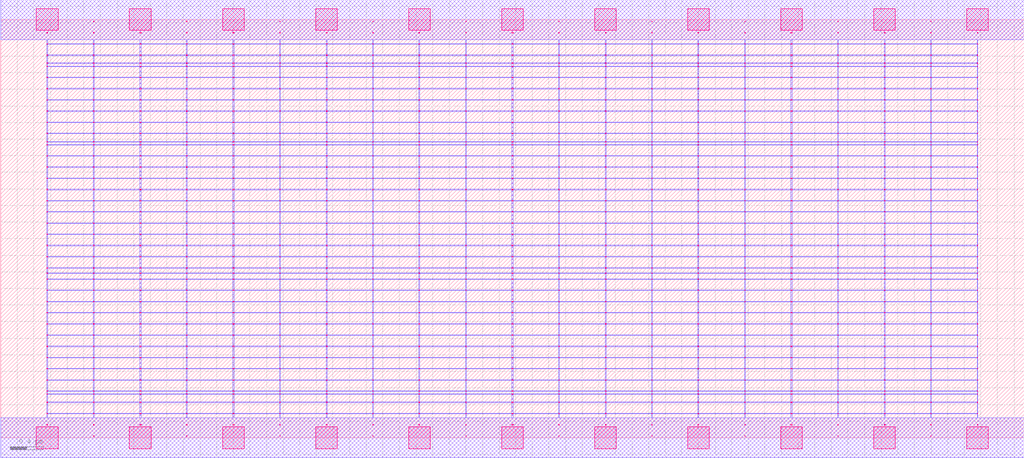
<source format=lef>
MACRO AOAOAOI211111_DEBUG
 CLASS CORE ;
 FOREIGN AOAOAOI211111_DEBUG 0 0 ;
 SIZE 12.32 BY 5.04 ;
 ORIGIN 0 0 ;
 SYMMETRY X Y R90 ;
 SITE unit ;

 OBS
    LAYER polycont ;
     RECT 6.15100000 2.58300000 6.16900000 2.59100000 ;
     RECT 6.15100000 2.71800000 6.16900000 2.72600000 ;
     RECT 6.15100000 2.85300000 6.16900000 2.86100000 ;
     RECT 6.15100000 2.98800000 6.16900000 2.99600000 ;
     RECT 8.39100000 2.58300000 8.40400000 2.59100000 ;
     RECT 8.95600000 2.58300000 8.96400000 2.59100000 ;
     RECT 9.51100000 2.58300000 9.52900000 2.59100000 ;
     RECT 10.07600000 2.58300000 10.08400000 2.59100000 ;
     RECT 10.63600000 2.58300000 10.64900000 2.59100000 ;
     RECT 11.19600000 2.58300000 11.20400000 2.59100000 ;
     RECT 11.75600000 2.58300000 11.76400000 2.59100000 ;
     RECT 6.71600000 2.58300000 6.72400000 2.59100000 ;
     RECT 6.71600000 2.71800000 6.72400000 2.72600000 ;
     RECT 7.27600000 2.71800000 7.28900000 2.72600000 ;
     RECT 7.83600000 2.71800000 7.84400000 2.72600000 ;
     RECT 8.39100000 2.71800000 8.40400000 2.72600000 ;
     RECT 8.95600000 2.71800000 8.96400000 2.72600000 ;
     RECT 9.51100000 2.71800000 9.52900000 2.72600000 ;
     RECT 10.07600000 2.71800000 10.08400000 2.72600000 ;
     RECT 10.63600000 2.71800000 10.64900000 2.72600000 ;
     RECT 11.19600000 2.71800000 11.20400000 2.72600000 ;
     RECT 11.75600000 2.71800000 11.76400000 2.72600000 ;
     RECT 7.27600000 2.58300000 7.28900000 2.59100000 ;
     RECT 6.71600000 2.85300000 6.72400000 2.86100000 ;
     RECT 7.27600000 2.85300000 7.28900000 2.86100000 ;
     RECT 7.83600000 2.85300000 7.84400000 2.86100000 ;
     RECT 8.39100000 2.85300000 8.40400000 2.86100000 ;
     RECT 8.95600000 2.85300000 8.96400000 2.86100000 ;
     RECT 9.51100000 2.85300000 9.52900000 2.86100000 ;
     RECT 10.07600000 2.85300000 10.08400000 2.86100000 ;
     RECT 10.63600000 2.85300000 10.64900000 2.86100000 ;
     RECT 11.19600000 2.85300000 11.20400000 2.86100000 ;
     RECT 11.75600000 2.85300000 11.76400000 2.86100000 ;
     RECT 7.83600000 2.58300000 7.84400000 2.59100000 ;
     RECT 6.71600000 2.98800000 6.72400000 2.99600000 ;
     RECT 7.27600000 2.98800000 7.28900000 2.99600000 ;
     RECT 7.83600000 2.98800000 7.84400000 2.99600000 ;
     RECT 8.39100000 2.98800000 8.40400000 2.99600000 ;
     RECT 8.95600000 2.98800000 8.96400000 2.99600000 ;
     RECT 9.51100000 2.98800000 9.52900000 2.99600000 ;
     RECT 10.07600000 2.98800000 10.08400000 2.99600000 ;
     RECT 10.63600000 2.98800000 10.64900000 2.99600000 ;
     RECT 11.19600000 2.98800000 11.20400000 2.99600000 ;
     RECT 11.75600000 2.98800000 11.76400000 2.99600000 ;
     RECT 7.83600000 3.12300000 7.84400000 3.13100000 ;
     RECT 11.19600000 3.12300000 11.20400000 3.13100000 ;
     RECT 11.75600000 3.12300000 11.76400000 3.13100000 ;
     RECT 7.83600000 3.25800000 7.84400000 3.26600000 ;
     RECT 11.19600000 3.25800000 11.20400000 3.26600000 ;
     RECT 11.75600000 3.25800000 11.76400000 3.26600000 ;
     RECT 7.83600000 3.39300000 7.84400000 3.40100000 ;
     RECT 11.19600000 3.39300000 11.20400000 3.40100000 ;
     RECT 11.75600000 3.39300000 11.76400000 3.40100000 ;
     RECT 7.83600000 3.52800000 7.84400000 3.53600000 ;
     RECT 11.19600000 3.52800000 11.20400000 3.53600000 ;
     RECT 11.75600000 3.52800000 11.76400000 3.53600000 ;
     RECT 7.83600000 3.56100000 7.84400000 3.56900000 ;
     RECT 11.19600000 3.56100000 11.20400000 3.56900000 ;
     RECT 11.75600000 3.56100000 11.76400000 3.56900000 ;
     RECT 7.83600000 3.66300000 7.84400000 3.67100000 ;
     RECT 11.19600000 3.66300000 11.20400000 3.67100000 ;
     RECT 11.75600000 3.66300000 11.76400000 3.67100000 ;
     RECT 7.83600000 3.79800000 7.84400000 3.80600000 ;
     RECT 11.19600000 3.79800000 11.20400000 3.80600000 ;
     RECT 11.75600000 3.79800000 11.76400000 3.80600000 ;
     RECT 7.83600000 3.93300000 7.84400000 3.94100000 ;
     RECT 11.19600000 3.93300000 11.20400000 3.94100000 ;
     RECT 11.75600000 3.93300000 11.76400000 3.94100000 ;
     RECT 7.83600000 4.06800000 7.84400000 4.07600000 ;
     RECT 11.19600000 4.06800000 11.20400000 4.07600000 ;
     RECT 11.75600000 4.06800000 11.76400000 4.07600000 ;
     RECT 7.83600000 4.20300000 7.84400000 4.21100000 ;
     RECT 11.19600000 4.20300000 11.20400000 4.21100000 ;
     RECT 11.75600000 4.20300000 11.76400000 4.21100000 ;
     RECT 7.83600000 4.33800000 7.84400000 4.34600000 ;
     RECT 11.19600000 4.33800000 11.20400000 4.34600000 ;
     RECT 11.75600000 4.33800000 11.76400000 4.34600000 ;
     RECT 7.83600000 4.47300000 7.84400000 4.48100000 ;
     RECT 11.19600000 4.47300000 11.20400000 4.48100000 ;
     RECT 11.75600000 4.47300000 11.76400000 4.48100000 ;
     RECT 7.83600000 4.51100000 7.84400000 4.51900000 ;
     RECT 11.19600000 4.51100000 11.20400000 4.51900000 ;
     RECT 11.75600000 4.51100000 11.76400000 4.51900000 ;
     RECT 7.83600000 4.60800000 7.84400000 4.61600000 ;
     RECT 11.19600000 4.60800000 11.20400000 4.61600000 ;
     RECT 11.75600000 4.60800000 11.76400000 4.61600000 ;
     RECT 7.83600000 4.74300000 7.84400000 4.75100000 ;
     RECT 11.19600000 4.74300000 11.20400000 4.75100000 ;
     RECT 11.75600000 4.74300000 11.76400000 4.75100000 ;
     RECT 7.83600000 4.87800000 7.84400000 4.88600000 ;
     RECT 11.19600000 4.87800000 11.20400000 4.88600000 ;
     RECT 11.75600000 4.87800000 11.76400000 4.88600000 ;
     RECT 4.47600000 3.39300000 4.48400000 3.40100000 ;
     RECT 5.03100000 2.85300000 5.04400000 2.86100000 ;
     RECT 5.59600000 2.85300000 5.60400000 2.86100000 ;
     RECT 1.11600000 2.71800000 1.12400000 2.72600000 ;
     RECT 4.47600000 3.52800000 4.48400000 3.53600000 ;
     RECT 1.67100000 2.71800000 1.68900000 2.72600000 ;
     RECT 2.23600000 2.71800000 2.24400000 2.72600000 ;
     RECT 2.79100000 2.71800000 2.80900000 2.72600000 ;
     RECT 4.47600000 3.56100000 4.48400000 3.56900000 ;
     RECT 3.35600000 2.71800000 3.36400000 2.72600000 ;
     RECT 3.91600000 2.71800000 3.92900000 2.72600000 ;
     RECT 4.47600000 2.71800000 4.48400000 2.72600000 ;
     RECT 4.47600000 3.66300000 4.48400000 3.67100000 ;
     RECT 5.03100000 2.71800000 5.04400000 2.72600000 ;
     RECT 5.59600000 2.71800000 5.60400000 2.72600000 ;
     RECT 1.11600000 2.58300000 1.12400000 2.59100000 ;
     RECT 4.47600000 3.79800000 4.48400000 3.80600000 ;
     RECT 1.67100000 2.58300000 1.68900000 2.59100000 ;
     RECT 0.55100000 2.98800000 0.56400000 2.99600000 ;
     RECT 1.11600000 2.98800000 1.12400000 2.99600000 ;
     RECT 4.47600000 3.93300000 4.48400000 3.94100000 ;
     RECT 1.67100000 2.98800000 1.68900000 2.99600000 ;
     RECT 2.23600000 2.98800000 2.24400000 2.99600000 ;
     RECT 2.79100000 2.98800000 2.80900000 2.99600000 ;
     RECT 4.47600000 4.06800000 4.48400000 4.07600000 ;
     RECT 3.35600000 2.98800000 3.36400000 2.99600000 ;
     RECT 3.91600000 2.98800000 3.92900000 2.99600000 ;
     RECT 4.47600000 2.98800000 4.48400000 2.99600000 ;
     RECT 4.47600000 4.20300000 4.48400000 4.21100000 ;
     RECT 5.03100000 2.98800000 5.04400000 2.99600000 ;
     RECT 5.59600000 2.98800000 5.60400000 2.99600000 ;
     RECT 2.23600000 2.58300000 2.24400000 2.59100000 ;
     RECT 4.47600000 4.33800000 4.48400000 4.34600000 ;
     RECT 2.79100000 2.58300000 2.80900000 2.59100000 ;
     RECT 3.35600000 2.58300000 3.36400000 2.59100000 ;
     RECT 3.91600000 2.58300000 3.92900000 2.59100000 ;
     RECT 4.47600000 4.47300000 4.48400000 4.48100000 ;
     RECT 4.47600000 2.58300000 4.48400000 2.59100000 ;
     RECT 5.03100000 2.58300000 5.04400000 2.59100000 ;
     RECT 5.59600000 2.58300000 5.60400000 2.59100000 ;
     RECT 4.47600000 4.51100000 4.48400000 4.51900000 ;
     RECT 0.55100000 2.58300000 0.56400000 2.59100000 ;
     RECT 0.55100000 2.71800000 0.56400000 2.72600000 ;
     RECT 0.55100000 2.85300000 0.56400000 2.86100000 ;
     RECT 4.47600000 4.60800000 4.48400000 4.61600000 ;
     RECT 1.11600000 2.85300000 1.12400000 2.86100000 ;
     RECT 4.47600000 3.12300000 4.48400000 3.13100000 ;
     RECT 1.67100000 2.85300000 1.68900000 2.86100000 ;
     RECT 4.47600000 4.74300000 4.48400000 4.75100000 ;
     RECT 2.23600000 2.85300000 2.24400000 2.86100000 ;
     RECT 2.79100000 2.85300000 2.80900000 2.86100000 ;
     RECT 4.47600000 3.25800000 4.48400000 3.26600000 ;
     RECT 4.47600000 4.87800000 4.48400000 4.88600000 ;
     RECT 3.35600000 2.85300000 3.36400000 2.86100000 ;
     RECT 3.91600000 2.85300000 3.92900000 2.86100000 ;
     RECT 4.47600000 2.85300000 4.48400000 2.86100000 ;
     RECT 3.35600000 1.09800000 3.36400000 1.10600000 ;
     RECT 3.35600000 1.23300000 3.36400000 1.24100000 ;
     RECT 3.35600000 1.36800000 3.36400000 1.37600000 ;
     RECT 3.35600000 1.50300000 3.36400000 1.51100000 ;
     RECT 3.35600000 1.63800000 3.36400000 1.64600000 ;
     RECT 3.35600000 1.77300000 3.36400000 1.78100000 ;
     RECT 3.35600000 1.90800000 3.36400000 1.91600000 ;
     RECT 3.35600000 1.98100000 3.36400000 1.98900000 ;
     RECT 3.35600000 2.04300000 3.36400000 2.05100000 ;
     RECT 3.35600000 2.17800000 3.36400000 2.18600000 ;
     RECT 3.35600000 2.31300000 3.36400000 2.32100000 ;
     RECT 3.35600000 2.44800000 3.36400000 2.45600000 ;
     RECT 3.35600000 0.15300000 3.36400000 0.16100000 ;
     RECT 3.35600000 0.28800000 3.36400000 0.29600000 ;
     RECT 3.35600000 0.42300000 3.36400000 0.43100000 ;
     RECT 3.35600000 0.52100000 3.36400000 0.52900000 ;
     RECT 3.35600000 0.55800000 3.36400000 0.56600000 ;
     RECT 3.35600000 0.69300000 3.36400000 0.70100000 ;
     RECT 3.35600000 0.82800000 3.36400000 0.83600000 ;
     RECT 3.35600000 0.96300000 3.36400000 0.97100000 ;
     RECT 6.71600000 0.69300000 6.72400000 0.70100000 ;
     RECT 6.71600000 2.04300000 6.72400000 2.05100000 ;
     RECT 10.07600000 2.04300000 10.08400000 2.05100000 ;
     RECT 10.07600000 0.69300000 10.08400000 0.70100000 ;
     RECT 6.71600000 2.17800000 6.72400000 2.18600000 ;
     RECT 10.07600000 2.17800000 10.08400000 2.18600000 ;
     RECT 10.07600000 0.15300000 10.08400000 0.16100000 ;
     RECT 6.71600000 2.31300000 6.72400000 2.32100000 ;
     RECT 10.07600000 2.31300000 10.08400000 2.32100000 ;
     RECT 6.71600000 0.82800000 6.72400000 0.83600000 ;
     RECT 6.71600000 2.44800000 6.72400000 2.45600000 ;
     RECT 10.07600000 2.44800000 10.08400000 2.45600000 ;
     RECT 10.07600000 0.82800000 10.08400000 0.83600000 ;
     RECT 6.71600000 0.42300000 6.72400000 0.43100000 ;
     RECT 6.71600000 0.96300000 6.72400000 0.97100000 ;
     RECT 10.07600000 0.96300000 10.08400000 0.97100000 ;
     RECT 10.07600000 0.42300000 10.08400000 0.43100000 ;
     RECT 6.71600000 1.09800000 6.72400000 1.10600000 ;
     RECT 10.07600000 1.09800000 10.08400000 1.10600000 ;
     RECT 6.71600000 0.15300000 6.72400000 0.16100000 ;
     RECT 6.71600000 1.23300000 6.72400000 1.24100000 ;
     RECT 10.07600000 1.23300000 10.08400000 1.24100000 ;
     RECT 6.71600000 0.52100000 6.72400000 0.52900000 ;
     RECT 6.71600000 1.36800000 6.72400000 1.37600000 ;
     RECT 10.07600000 1.36800000 10.08400000 1.37600000 ;
     RECT 10.07600000 0.52100000 10.08400000 0.52900000 ;
     RECT 6.71600000 1.50300000 6.72400000 1.51100000 ;
     RECT 10.07600000 1.50300000 10.08400000 1.51100000 ;
     RECT 6.71600000 0.28800000 6.72400000 0.29600000 ;
     RECT 6.71600000 1.63800000 6.72400000 1.64600000 ;
     RECT 10.07600000 1.63800000 10.08400000 1.64600000 ;
     RECT 6.71600000 0.55800000 6.72400000 0.56600000 ;
     RECT 6.71600000 1.77300000 6.72400000 1.78100000 ;
     RECT 10.07600000 1.77300000 10.08400000 1.78100000 ;
     RECT 10.07600000 0.55800000 10.08400000 0.56600000 ;
     RECT 6.71600000 1.90800000 6.72400000 1.91600000 ;
     RECT 10.07600000 1.90800000 10.08400000 1.91600000 ;
     RECT 10.07600000 0.28800000 10.08400000 0.29600000 ;
     RECT 6.71600000 1.98100000 6.72400000 1.98900000 ;
     RECT 10.07600000 1.98100000 10.08400000 1.98900000 ;

    LAYER pdiffc ;
     RECT 0.55100000 3.39300000 0.55900000 3.40100000 ;
     RECT 3.92100000 3.39300000 3.92900000 3.40100000 ;
     RECT 5.03100000 3.39300000 5.03900000 3.40100000 ;
     RECT 7.28100000 3.39300000 7.28900000 3.40100000 ;
     RECT 8.39100000 3.39300000 8.39900000 3.40100000 ;
     RECT 10.64100000 3.39300000 10.64900000 3.40100000 ;
     RECT 0.55100000 3.52800000 0.55900000 3.53600000 ;
     RECT 3.92100000 3.52800000 3.92900000 3.53600000 ;
     RECT 5.03100000 3.52800000 5.03900000 3.53600000 ;
     RECT 7.28100000 3.52800000 7.28900000 3.53600000 ;
     RECT 8.39100000 3.52800000 8.39900000 3.53600000 ;
     RECT 10.64100000 3.52800000 10.64900000 3.53600000 ;
     RECT 0.55100000 3.56100000 0.55900000 3.56900000 ;
     RECT 3.92100000 3.56100000 3.92900000 3.56900000 ;
     RECT 5.03100000 3.56100000 5.03900000 3.56900000 ;
     RECT 7.28100000 3.56100000 7.28900000 3.56900000 ;
     RECT 8.39100000 3.56100000 8.39900000 3.56900000 ;
     RECT 10.64100000 3.56100000 10.64900000 3.56900000 ;
     RECT 0.55100000 3.66300000 0.55900000 3.67100000 ;
     RECT 3.92100000 3.66300000 3.92900000 3.67100000 ;
     RECT 5.03100000 3.66300000 5.03900000 3.67100000 ;
     RECT 7.28100000 3.66300000 7.28900000 3.67100000 ;
     RECT 8.39100000 3.66300000 8.39900000 3.67100000 ;
     RECT 10.64100000 3.66300000 10.64900000 3.67100000 ;
     RECT 0.55100000 3.79800000 0.55900000 3.80600000 ;
     RECT 3.92100000 3.79800000 3.92900000 3.80600000 ;
     RECT 5.03100000 3.79800000 5.03900000 3.80600000 ;
     RECT 7.28100000 3.79800000 7.28900000 3.80600000 ;
     RECT 8.39100000 3.79800000 8.39900000 3.80600000 ;
     RECT 10.64100000 3.79800000 10.64900000 3.80600000 ;
     RECT 0.55100000 3.93300000 0.55900000 3.94100000 ;
     RECT 3.92100000 3.93300000 3.92900000 3.94100000 ;
     RECT 5.03100000 3.93300000 5.03900000 3.94100000 ;
     RECT 7.28100000 3.93300000 7.28900000 3.94100000 ;
     RECT 8.39100000 3.93300000 8.39900000 3.94100000 ;
     RECT 10.64100000 3.93300000 10.64900000 3.94100000 ;
     RECT 0.55100000 4.06800000 0.55900000 4.07600000 ;
     RECT 3.92100000 4.06800000 3.92900000 4.07600000 ;
     RECT 5.03100000 4.06800000 5.03900000 4.07600000 ;
     RECT 7.28100000 4.06800000 7.28900000 4.07600000 ;
     RECT 8.39100000 4.06800000 8.39900000 4.07600000 ;
     RECT 10.64100000 4.06800000 10.64900000 4.07600000 ;
     RECT 0.55100000 4.20300000 0.55900000 4.21100000 ;
     RECT 3.92100000 4.20300000 3.92900000 4.21100000 ;
     RECT 5.03100000 4.20300000 5.03900000 4.21100000 ;
     RECT 7.28100000 4.20300000 7.28900000 4.21100000 ;
     RECT 8.39100000 4.20300000 8.39900000 4.21100000 ;
     RECT 10.64100000 4.20300000 10.64900000 4.21100000 ;
     RECT 0.55100000 4.33800000 0.55900000 4.34600000 ;
     RECT 3.92100000 4.33800000 3.92900000 4.34600000 ;
     RECT 5.03100000 4.33800000 5.03900000 4.34600000 ;
     RECT 7.28100000 4.33800000 7.28900000 4.34600000 ;
     RECT 8.39100000 4.33800000 8.39900000 4.34600000 ;
     RECT 10.64100000 4.33800000 10.64900000 4.34600000 ;
     RECT 0.55100000 4.47300000 0.55900000 4.48100000 ;
     RECT 3.92100000 4.47300000 3.92900000 4.48100000 ;
     RECT 5.03100000 4.47300000 5.03900000 4.48100000 ;
     RECT 7.28100000 4.47300000 7.28900000 4.48100000 ;
     RECT 8.39100000 4.47300000 8.39900000 4.48100000 ;
     RECT 10.64100000 4.47300000 10.64900000 4.48100000 ;
     RECT 0.55100000 4.51100000 0.55900000 4.51900000 ;
     RECT 3.92100000 4.51100000 3.92900000 4.51900000 ;
     RECT 5.03100000 4.51100000 5.03900000 4.51900000 ;
     RECT 7.28100000 4.51100000 7.28900000 4.51900000 ;
     RECT 8.39100000 4.51100000 8.39900000 4.51900000 ;
     RECT 10.64100000 4.51100000 10.64900000 4.51900000 ;
     RECT 0.55100000 4.60800000 0.55900000 4.61600000 ;
     RECT 3.92100000 4.60800000 3.92900000 4.61600000 ;
     RECT 5.03100000 4.60800000 5.03900000 4.61600000 ;
     RECT 7.28100000 4.60800000 7.28900000 4.61600000 ;
     RECT 8.39100000 4.60800000 8.39900000 4.61600000 ;
     RECT 10.64100000 4.60800000 10.64900000 4.61600000 ;

    LAYER ndiffc ;
     RECT 6.15100000 0.42300000 6.16900000 0.43100000 ;
     RECT 6.15100000 0.52100000 6.16900000 0.52900000 ;
     RECT 6.15100000 0.55800000 6.16900000 0.56600000 ;
     RECT 6.15100000 0.69300000 6.16900000 0.70100000 ;
     RECT 6.15100000 0.82800000 6.16900000 0.83600000 ;
     RECT 6.15100000 0.96300000 6.16900000 0.97100000 ;
     RECT 6.15100000 1.09800000 6.16900000 1.10600000 ;
     RECT 6.15100000 1.23300000 6.16900000 1.24100000 ;
     RECT 6.15100000 1.36800000 6.16900000 1.37600000 ;
     RECT 6.15100000 1.50300000 6.16900000 1.51100000 ;
     RECT 6.15100000 1.63800000 6.16900000 1.64600000 ;
     RECT 6.15100000 1.77300000 6.16900000 1.78100000 ;
     RECT 6.15100000 1.90800000 6.16900000 1.91600000 ;
     RECT 6.15100000 1.98100000 6.16900000 1.98900000 ;
     RECT 6.15100000 2.04300000 6.16900000 2.05100000 ;
     RECT 9.51100000 0.55800000 9.52900000 0.56600000 ;
     RECT 10.63600000 0.55800000 10.64900000 0.56600000 ;
     RECT 11.75600000 0.55800000 11.76400000 0.56600000 ;
     RECT 9.51100000 0.42300000 9.52900000 0.43100000 ;
     RECT 7.27600000 0.69300000 7.28900000 0.70100000 ;
     RECT 8.39100000 0.69300000 8.40400000 0.70100000 ;
     RECT 9.51100000 0.69300000 9.52900000 0.70100000 ;
     RECT 10.63600000 0.69300000 10.64900000 0.70100000 ;
     RECT 11.75600000 0.69300000 11.76400000 0.70100000 ;
     RECT 10.63600000 0.42300000 10.64900000 0.43100000 ;
     RECT 7.27600000 0.82800000 7.28900000 0.83600000 ;
     RECT 8.39100000 0.82800000 8.40400000 0.83600000 ;
     RECT 9.51100000 0.82800000 9.52900000 0.83600000 ;
     RECT 10.63600000 0.82800000 10.64900000 0.83600000 ;
     RECT 11.75600000 0.82800000 11.76400000 0.83600000 ;
     RECT 11.75600000 0.42300000 11.76400000 0.43100000 ;
     RECT 7.27600000 0.96300000 7.28900000 0.97100000 ;
     RECT 8.39100000 0.96300000 8.40400000 0.97100000 ;
     RECT 9.51100000 0.96300000 9.52900000 0.97100000 ;
     RECT 10.63600000 0.96300000 10.64900000 0.97100000 ;
     RECT 11.75600000 0.96300000 11.76400000 0.97100000 ;
     RECT 7.27600000 0.42300000 7.28900000 0.43100000 ;
     RECT 7.27600000 1.09800000 7.28900000 1.10600000 ;
     RECT 8.39100000 1.09800000 8.40400000 1.10600000 ;
     RECT 9.51100000 1.09800000 9.52900000 1.10600000 ;
     RECT 10.63600000 1.09800000 10.64900000 1.10600000 ;
     RECT 11.75600000 1.09800000 11.76400000 1.10600000 ;
     RECT 7.27600000 0.52100000 7.28900000 0.52900000 ;
     RECT 7.27600000 1.23300000 7.28900000 1.24100000 ;
     RECT 8.39100000 1.23300000 8.40400000 1.24100000 ;
     RECT 9.51100000 1.23300000 9.52900000 1.24100000 ;
     RECT 10.63600000 1.23300000 10.64900000 1.24100000 ;
     RECT 11.75600000 1.23300000 11.76400000 1.24100000 ;
     RECT 8.39100000 0.52100000 8.40400000 0.52900000 ;
     RECT 7.27600000 1.36800000 7.28900000 1.37600000 ;
     RECT 8.39100000 1.36800000 8.40400000 1.37600000 ;
     RECT 9.51100000 1.36800000 9.52900000 1.37600000 ;
     RECT 10.63600000 1.36800000 10.64900000 1.37600000 ;
     RECT 11.75600000 1.36800000 11.76400000 1.37600000 ;
     RECT 9.51100000 0.52100000 9.52900000 0.52900000 ;
     RECT 7.27600000 1.50300000 7.28900000 1.51100000 ;
     RECT 8.39100000 1.50300000 8.40400000 1.51100000 ;
     RECT 9.51100000 1.50300000 9.52900000 1.51100000 ;
     RECT 10.63600000 1.50300000 10.64900000 1.51100000 ;
     RECT 11.75600000 1.50300000 11.76400000 1.51100000 ;
     RECT 10.63600000 0.52100000 10.64900000 0.52900000 ;
     RECT 7.27600000 1.63800000 7.28900000 1.64600000 ;
     RECT 8.39100000 1.63800000 8.40400000 1.64600000 ;
     RECT 9.51100000 1.63800000 9.52900000 1.64600000 ;
     RECT 10.63600000 1.63800000 10.64900000 1.64600000 ;
     RECT 11.75600000 1.63800000 11.76400000 1.64600000 ;
     RECT 11.75600000 0.52100000 11.76400000 0.52900000 ;
     RECT 7.27600000 1.77300000 7.28900000 1.78100000 ;
     RECT 8.39100000 1.77300000 8.40400000 1.78100000 ;
     RECT 9.51100000 1.77300000 9.52900000 1.78100000 ;
     RECT 10.63600000 1.77300000 10.64900000 1.78100000 ;
     RECT 11.75600000 1.77300000 11.76400000 1.78100000 ;
     RECT 8.39100000 0.42300000 8.40400000 0.43100000 ;
     RECT 7.27600000 1.90800000 7.28900000 1.91600000 ;
     RECT 8.39100000 1.90800000 8.40400000 1.91600000 ;
     RECT 9.51100000 1.90800000 9.52900000 1.91600000 ;
     RECT 10.63600000 1.90800000 10.64900000 1.91600000 ;
     RECT 11.75600000 1.90800000 11.76400000 1.91600000 ;
     RECT 7.27600000 0.55800000 7.28900000 0.56600000 ;
     RECT 7.27600000 1.98100000 7.28900000 1.98900000 ;
     RECT 8.39100000 1.98100000 8.40400000 1.98900000 ;
     RECT 9.51100000 1.98100000 9.52900000 1.98900000 ;
     RECT 10.63600000 1.98100000 10.64900000 1.98900000 ;
     RECT 11.75600000 1.98100000 11.76400000 1.98900000 ;
     RECT 8.39100000 0.55800000 8.40400000 0.56600000 ;
     RECT 7.27600000 2.04300000 7.28900000 2.05100000 ;
     RECT 8.39100000 2.04300000 8.40400000 2.05100000 ;
     RECT 9.51100000 2.04300000 9.52900000 2.05100000 ;
     RECT 10.63600000 2.04300000 10.64900000 2.05100000 ;
     RECT 11.75600000 2.04300000 11.76400000 2.05100000 ;
     RECT 2.79100000 1.36800000 2.80900000 1.37600000 ;
     RECT 3.91600000 1.36800000 3.92900000 1.37600000 ;
     RECT 5.03100000 1.36800000 5.04400000 1.37600000 ;
     RECT 5.03100000 0.82800000 5.04400000 0.83600000 ;
     RECT 2.79100000 0.55800000 2.80900000 0.56600000 ;
     RECT 3.91600000 0.55800000 3.92900000 0.56600000 ;
     RECT 5.03100000 0.55800000 5.04400000 0.56600000 ;
     RECT 1.67100000 0.52100000 1.68900000 0.52900000 ;
     RECT 2.79100000 0.52100000 2.80900000 0.52900000 ;
     RECT 0.55100000 1.50300000 0.56400000 1.51100000 ;
     RECT 1.67100000 1.50300000 1.68900000 1.51100000 ;
     RECT 2.79100000 1.50300000 2.80900000 1.51100000 ;
     RECT 3.91600000 1.50300000 3.92900000 1.51100000 ;
     RECT 5.03100000 1.50300000 5.04400000 1.51100000 ;
     RECT 3.91600000 0.52100000 3.92900000 0.52900000 ;
     RECT 0.55100000 0.96300000 0.56400000 0.97100000 ;
     RECT 1.67100000 0.96300000 1.68900000 0.97100000 ;
     RECT 2.79100000 0.96300000 2.80900000 0.97100000 ;
     RECT 3.91600000 0.96300000 3.92900000 0.97100000 ;
     RECT 5.03100000 0.96300000 5.04400000 0.97100000 ;
     RECT 0.55100000 1.63800000 0.56400000 1.64600000 ;
     RECT 1.67100000 1.63800000 1.68900000 1.64600000 ;
     RECT 2.79100000 1.63800000 2.80900000 1.64600000 ;
     RECT 3.91600000 1.63800000 3.92900000 1.64600000 ;
     RECT 5.03100000 1.63800000 5.04400000 1.64600000 ;
     RECT 5.03100000 0.52100000 5.04400000 0.52900000 ;
     RECT 1.67100000 0.42300000 1.68900000 0.43100000 ;
     RECT 2.79100000 0.42300000 2.80900000 0.43100000 ;
     RECT 0.55100000 0.69300000 0.56400000 0.70100000 ;
     RECT 1.67100000 0.69300000 1.68900000 0.70100000 ;
     RECT 2.79100000 0.69300000 2.80900000 0.70100000 ;
     RECT 0.55100000 1.77300000 0.56400000 1.78100000 ;
     RECT 1.67100000 1.77300000 1.68900000 1.78100000 ;
     RECT 2.79100000 1.77300000 2.80900000 1.78100000 ;
     RECT 3.91600000 1.77300000 3.92900000 1.78100000 ;
     RECT 5.03100000 1.77300000 5.04400000 1.78100000 ;
     RECT 0.55100000 1.09800000 0.56400000 1.10600000 ;
     RECT 1.67100000 1.09800000 1.68900000 1.10600000 ;
     RECT 2.79100000 1.09800000 2.80900000 1.10600000 ;
     RECT 3.91600000 1.09800000 3.92900000 1.10600000 ;
     RECT 5.03100000 1.09800000 5.04400000 1.10600000 ;
     RECT 3.91600000 0.69300000 3.92900000 0.70100000 ;
     RECT 0.55100000 1.90800000 0.56400000 1.91600000 ;
     RECT 1.67100000 1.90800000 1.68900000 1.91600000 ;
     RECT 2.79100000 1.90800000 2.80900000 1.91600000 ;
     RECT 3.91600000 1.90800000 3.92900000 1.91600000 ;
     RECT 5.03100000 1.90800000 5.04400000 1.91600000 ;
     RECT 5.03100000 0.69300000 5.04400000 0.70100000 ;
     RECT 3.91600000 0.42300000 3.92900000 0.43100000 ;
     RECT 5.03100000 0.42300000 5.04400000 0.43100000 ;
     RECT 0.55100000 0.42300000 0.56400000 0.43100000 ;
     RECT 0.55100000 0.52100000 0.56400000 0.52900000 ;
     RECT 0.55100000 1.23300000 0.56400000 1.24100000 ;
     RECT 0.55100000 1.98100000 0.56400000 1.98900000 ;
     RECT 1.67100000 1.98100000 1.68900000 1.98900000 ;
     RECT 2.79100000 1.98100000 2.80900000 1.98900000 ;
     RECT 3.91600000 1.98100000 3.92900000 1.98900000 ;
     RECT 5.03100000 1.98100000 5.04400000 1.98900000 ;
     RECT 1.67100000 1.23300000 1.68900000 1.24100000 ;
     RECT 2.79100000 1.23300000 2.80900000 1.24100000 ;
     RECT 3.91600000 1.23300000 3.92900000 1.24100000 ;
     RECT 5.03100000 1.23300000 5.04400000 1.24100000 ;
     RECT 0.55100000 0.55800000 0.56400000 0.56600000 ;
     RECT 1.67100000 0.55800000 1.68900000 0.56600000 ;
     RECT 0.55100000 2.04300000 0.56400000 2.05100000 ;
     RECT 1.67100000 2.04300000 1.68900000 2.05100000 ;
     RECT 2.79100000 2.04300000 2.80900000 2.05100000 ;
     RECT 3.91600000 2.04300000 3.92900000 2.05100000 ;
     RECT 5.03100000 2.04300000 5.04400000 2.05100000 ;
     RECT 0.55100000 0.82800000 0.56400000 0.83600000 ;
     RECT 1.67100000 0.82800000 1.68900000 0.83600000 ;
     RECT 2.79100000 0.82800000 2.80900000 0.83600000 ;
     RECT 3.91600000 0.82800000 3.92900000 0.83600000 ;
     RECT 0.55100000 1.36800000 0.56400000 1.37600000 ;
     RECT 1.67100000 1.36800000 1.68900000 1.37600000 ;

    LAYER met1 ;
     RECT 0.00000000 -0.24000000 12.32000000 0.24000000 ;
     RECT 6.15100000 0.24000000 6.16900000 0.28800000 ;
     RECT 0.55100000 0.28800000 11.76400000 0.29600000 ;
     RECT 6.15100000 0.29600000 6.16900000 0.42300000 ;
     RECT 0.55100000 0.42300000 11.76400000 0.43100000 ;
     RECT 6.15100000 0.43100000 6.16900000 0.52100000 ;
     RECT 0.55100000 0.52100000 11.76400000 0.52900000 ;
     RECT 6.15100000 0.52900000 6.16900000 0.55800000 ;
     RECT 0.55100000 0.55800000 11.76400000 0.56600000 ;
     RECT 6.15100000 0.56600000 6.16900000 0.69300000 ;
     RECT 0.55100000 0.69300000 11.76400000 0.70100000 ;
     RECT 6.15100000 0.70100000 6.16900000 0.82800000 ;
     RECT 0.55100000 0.82800000 11.76400000 0.83600000 ;
     RECT 6.15100000 0.83600000 6.16900000 0.96300000 ;
     RECT 0.55100000 0.96300000 11.76400000 0.97100000 ;
     RECT 6.15100000 0.97100000 6.16900000 1.09800000 ;
     RECT 0.55100000 1.09800000 11.76400000 1.10600000 ;
     RECT 6.15100000 1.10600000 6.16900000 1.23300000 ;
     RECT 0.55100000 1.23300000 11.76400000 1.24100000 ;
     RECT 6.15100000 1.24100000 6.16900000 1.36800000 ;
     RECT 0.55100000 1.36800000 11.76400000 1.37600000 ;
     RECT 6.15100000 1.37600000 6.16900000 1.50300000 ;
     RECT 0.55100000 1.50300000 11.76400000 1.51100000 ;
     RECT 6.15100000 1.51100000 6.16900000 1.63800000 ;
     RECT 0.55100000 1.63800000 11.76400000 1.64600000 ;
     RECT 6.15100000 1.64600000 6.16900000 1.77300000 ;
     RECT 0.55100000 1.77300000 11.76400000 1.78100000 ;
     RECT 6.15100000 1.78100000 6.16900000 1.90800000 ;
     RECT 0.55100000 1.90800000 11.76400000 1.91600000 ;
     RECT 6.15100000 1.91600000 6.16900000 1.98100000 ;
     RECT 0.55100000 1.98100000 11.76400000 1.98900000 ;
     RECT 6.15100000 1.98900000 6.16900000 2.04300000 ;
     RECT 0.55100000 2.04300000 11.76400000 2.05100000 ;
     RECT 6.15100000 2.05100000 6.16900000 2.17800000 ;
     RECT 0.55100000 2.17800000 11.76400000 2.18600000 ;
     RECT 6.15100000 2.18600000 6.16900000 2.31300000 ;
     RECT 0.55100000 2.31300000 11.76400000 2.32100000 ;
     RECT 6.15100000 2.32100000 6.16900000 2.44800000 ;
     RECT 0.55100000 2.44800000 11.76400000 2.45600000 ;
     RECT 0.55100000 2.45600000 0.56400000 2.58300000 ;
     RECT 1.11600000 2.45600000 1.12400000 2.58300000 ;
     RECT 1.67100000 2.45600000 1.68900000 2.58300000 ;
     RECT 2.23600000 2.45600000 2.24400000 2.58300000 ;
     RECT 2.79100000 2.45600000 2.80900000 2.58300000 ;
     RECT 3.35600000 2.45600000 3.36400000 2.58300000 ;
     RECT 3.91600000 2.45600000 3.92900000 2.58300000 ;
     RECT 4.47600000 2.45600000 4.48400000 2.58300000 ;
     RECT 5.03100000 2.45600000 5.04400000 2.58300000 ;
     RECT 5.59600000 2.45600000 5.60400000 2.58300000 ;
     RECT 6.15100000 2.45600000 6.16900000 2.58300000 ;
     RECT 6.71600000 2.45600000 6.72400000 2.58300000 ;
     RECT 7.27600000 2.45600000 7.28900000 2.58300000 ;
     RECT 7.83600000 2.45600000 7.84400000 2.58300000 ;
     RECT 8.39100000 2.45600000 8.40400000 2.58300000 ;
     RECT 8.95600000 2.45600000 8.96400000 2.58300000 ;
     RECT 9.51100000 2.45600000 9.52900000 2.58300000 ;
     RECT 10.07600000 2.45600000 10.08400000 2.58300000 ;
     RECT 10.63600000 2.45600000 10.64900000 2.58300000 ;
     RECT 11.19600000 2.45600000 11.20400000 2.58300000 ;
     RECT 11.75600000 2.45600000 11.76400000 2.58300000 ;
     RECT 0.55100000 2.58300000 11.76400000 2.59100000 ;
     RECT 6.15100000 2.59100000 6.16900000 2.71800000 ;
     RECT 0.55100000 2.71800000 11.76400000 2.72600000 ;
     RECT 6.15100000 2.72600000 6.16900000 2.85300000 ;
     RECT 0.55100000 2.85300000 11.76400000 2.86100000 ;
     RECT 6.15100000 2.86100000 6.16900000 2.98800000 ;
     RECT 0.55100000 2.98800000 11.76400000 2.99600000 ;
     RECT 6.15100000 2.99600000 6.16900000 3.12300000 ;
     RECT 0.55100000 3.12300000 11.76400000 3.13100000 ;
     RECT 6.15100000 3.13100000 6.16900000 3.25800000 ;
     RECT 0.55100000 3.25800000 11.76400000 3.26600000 ;
     RECT 6.15100000 3.26600000 6.16900000 3.39300000 ;
     RECT 0.55100000 3.39300000 11.76400000 3.40100000 ;
     RECT 6.15100000 3.40100000 6.16900000 3.52800000 ;
     RECT 0.55100000 3.52800000 11.76400000 3.53600000 ;
     RECT 6.15100000 3.53600000 6.16900000 3.56100000 ;
     RECT 0.55100000 3.56100000 11.76400000 3.56900000 ;
     RECT 6.15100000 3.56900000 6.16900000 3.66300000 ;
     RECT 0.55100000 3.66300000 11.76400000 3.67100000 ;
     RECT 6.15100000 3.67100000 6.16900000 3.79800000 ;
     RECT 0.55100000 3.79800000 11.76400000 3.80600000 ;
     RECT 6.15100000 3.80600000 6.16900000 3.93300000 ;
     RECT 0.55100000 3.93300000 11.76400000 3.94100000 ;
     RECT 6.15100000 3.94100000 6.16900000 4.06800000 ;
     RECT 0.55100000 4.06800000 11.76400000 4.07600000 ;
     RECT 6.15100000 4.07600000 6.16900000 4.20300000 ;
     RECT 0.55100000 4.20300000 11.76400000 4.21100000 ;
     RECT 6.15100000 4.21100000 6.16900000 4.33800000 ;
     RECT 0.55100000 4.33800000 11.76400000 4.34600000 ;
     RECT 6.15100000 4.34600000 6.16900000 4.47300000 ;
     RECT 0.55100000 4.47300000 11.76400000 4.48100000 ;
     RECT 6.15100000 4.48100000 6.16900000 4.51100000 ;
     RECT 0.55100000 4.51100000 11.76400000 4.51900000 ;
     RECT 6.15100000 4.51900000 6.16900000 4.60800000 ;
     RECT 0.55100000 4.60800000 11.76400000 4.61600000 ;
     RECT 6.15100000 4.61600000 6.16900000 4.74300000 ;
     RECT 0.55100000 4.74300000 11.76400000 4.75100000 ;
     RECT 6.15100000 4.75100000 6.16900000 4.80000000 ;
     RECT 0.00000000 4.80000000 12.32000000 5.28000000 ;
     RECT 6.71600000 3.80600000 6.72400000 3.93300000 ;
     RECT 7.27600000 3.80600000 7.28900000 3.93300000 ;
     RECT 7.83600000 3.80600000 7.84400000 3.93300000 ;
     RECT 8.39100000 3.80600000 8.40400000 3.93300000 ;
     RECT 8.95600000 3.80600000 8.96400000 3.93300000 ;
     RECT 9.51100000 3.80600000 9.52900000 3.93300000 ;
     RECT 10.07600000 3.80600000 10.08400000 3.93300000 ;
     RECT 10.63600000 3.80600000 10.64900000 3.93300000 ;
     RECT 11.19600000 3.80600000 11.20400000 3.93300000 ;
     RECT 11.75600000 3.80600000 11.76400000 3.93300000 ;
     RECT 9.51100000 3.94100000 9.52900000 4.06800000 ;
     RECT 10.07600000 3.94100000 10.08400000 4.06800000 ;
     RECT 10.63600000 3.94100000 10.64900000 4.06800000 ;
     RECT 11.19600000 3.94100000 11.20400000 4.06800000 ;
     RECT 11.75600000 3.94100000 11.76400000 4.06800000 ;
     RECT 9.51100000 4.07600000 9.52900000 4.20300000 ;
     RECT 10.07600000 4.07600000 10.08400000 4.20300000 ;
     RECT 10.63600000 4.07600000 10.64900000 4.20300000 ;
     RECT 11.19600000 4.07600000 11.20400000 4.20300000 ;
     RECT 11.75600000 4.07600000 11.76400000 4.20300000 ;
     RECT 9.51100000 4.21100000 9.52900000 4.33800000 ;
     RECT 10.07600000 4.21100000 10.08400000 4.33800000 ;
     RECT 10.63600000 4.21100000 10.64900000 4.33800000 ;
     RECT 11.19600000 4.21100000 11.20400000 4.33800000 ;
     RECT 11.75600000 4.21100000 11.76400000 4.33800000 ;
     RECT 9.51100000 4.34600000 9.52900000 4.47300000 ;
     RECT 10.07600000 4.34600000 10.08400000 4.47300000 ;
     RECT 10.63600000 4.34600000 10.64900000 4.47300000 ;
     RECT 11.19600000 4.34600000 11.20400000 4.47300000 ;
     RECT 11.75600000 4.34600000 11.76400000 4.47300000 ;
     RECT 9.51100000 4.48100000 9.52900000 4.51100000 ;
     RECT 10.07600000 4.48100000 10.08400000 4.51100000 ;
     RECT 10.63600000 4.48100000 10.64900000 4.51100000 ;
     RECT 11.19600000 4.48100000 11.20400000 4.51100000 ;
     RECT 11.75600000 4.48100000 11.76400000 4.51100000 ;
     RECT 9.51100000 4.51900000 9.52900000 4.60800000 ;
     RECT 10.07600000 4.51900000 10.08400000 4.60800000 ;
     RECT 10.63600000 4.51900000 10.64900000 4.60800000 ;
     RECT 11.19600000 4.51900000 11.20400000 4.60800000 ;
     RECT 11.75600000 4.51900000 11.76400000 4.60800000 ;
     RECT 9.51100000 4.61600000 9.52900000 4.74300000 ;
     RECT 10.07600000 4.61600000 10.08400000 4.74300000 ;
     RECT 10.63600000 4.61600000 10.64900000 4.74300000 ;
     RECT 11.19600000 4.61600000 11.20400000 4.74300000 ;
     RECT 11.75600000 4.61600000 11.76400000 4.74300000 ;
     RECT 9.51100000 4.75100000 9.52900000 4.80000000 ;
     RECT 10.07600000 4.75100000 10.08400000 4.80000000 ;
     RECT 10.63600000 4.75100000 10.64900000 4.80000000 ;
     RECT 11.19600000 4.75100000 11.20400000 4.80000000 ;
     RECT 11.75600000 4.75100000 11.76400000 4.80000000 ;
     RECT 6.71600000 4.48100000 6.72400000 4.51100000 ;
     RECT 7.27600000 4.48100000 7.28900000 4.51100000 ;
     RECT 7.83600000 4.48100000 7.84400000 4.51100000 ;
     RECT 8.39100000 4.48100000 8.40400000 4.51100000 ;
     RECT 8.95600000 4.48100000 8.96400000 4.51100000 ;
     RECT 6.71600000 4.21100000 6.72400000 4.33800000 ;
     RECT 7.27600000 4.21100000 7.28900000 4.33800000 ;
     RECT 7.83600000 4.21100000 7.84400000 4.33800000 ;
     RECT 8.39100000 4.21100000 8.40400000 4.33800000 ;
     RECT 8.95600000 4.21100000 8.96400000 4.33800000 ;
     RECT 6.71600000 4.51900000 6.72400000 4.60800000 ;
     RECT 7.27600000 4.51900000 7.28900000 4.60800000 ;
     RECT 7.83600000 4.51900000 7.84400000 4.60800000 ;
     RECT 8.39100000 4.51900000 8.40400000 4.60800000 ;
     RECT 8.95600000 4.51900000 8.96400000 4.60800000 ;
     RECT 6.71600000 4.07600000 6.72400000 4.20300000 ;
     RECT 7.27600000 4.07600000 7.28900000 4.20300000 ;
     RECT 7.83600000 4.07600000 7.84400000 4.20300000 ;
     RECT 8.39100000 4.07600000 8.40400000 4.20300000 ;
     RECT 8.95600000 4.07600000 8.96400000 4.20300000 ;
     RECT 6.71600000 4.61600000 6.72400000 4.74300000 ;
     RECT 7.27600000 4.61600000 7.28900000 4.74300000 ;
     RECT 7.83600000 4.61600000 7.84400000 4.74300000 ;
     RECT 8.39100000 4.61600000 8.40400000 4.74300000 ;
     RECT 8.95600000 4.61600000 8.96400000 4.74300000 ;
     RECT 6.71600000 4.34600000 6.72400000 4.47300000 ;
     RECT 7.27600000 4.34600000 7.28900000 4.47300000 ;
     RECT 7.83600000 4.34600000 7.84400000 4.47300000 ;
     RECT 8.39100000 4.34600000 8.40400000 4.47300000 ;
     RECT 8.95600000 4.34600000 8.96400000 4.47300000 ;
     RECT 6.71600000 4.75100000 6.72400000 4.80000000 ;
     RECT 7.27600000 4.75100000 7.28900000 4.80000000 ;
     RECT 7.83600000 4.75100000 7.84400000 4.80000000 ;
     RECT 8.39100000 4.75100000 8.40400000 4.80000000 ;
     RECT 8.95600000 4.75100000 8.96400000 4.80000000 ;
     RECT 6.71600000 3.94100000 6.72400000 4.06800000 ;
     RECT 7.27600000 3.94100000 7.28900000 4.06800000 ;
     RECT 7.83600000 3.94100000 7.84400000 4.06800000 ;
     RECT 8.39100000 3.94100000 8.40400000 4.06800000 ;
     RECT 8.95600000 3.94100000 8.96400000 4.06800000 ;
     RECT 8.39100000 2.99600000 8.40400000 3.12300000 ;
     RECT 8.95600000 2.99600000 8.96400000 3.12300000 ;
     RECT 6.71600000 3.13100000 6.72400000 3.25800000 ;
     RECT 7.27600000 3.13100000 7.28900000 3.25800000 ;
     RECT 7.83600000 3.13100000 7.84400000 3.25800000 ;
     RECT 8.39100000 3.13100000 8.40400000 3.25800000 ;
     RECT 8.95600000 3.13100000 8.96400000 3.25800000 ;
     RECT 8.95600000 2.86100000 8.96400000 2.98800000 ;
     RECT 6.71600000 3.26600000 6.72400000 3.39300000 ;
     RECT 7.27600000 3.26600000 7.28900000 3.39300000 ;
     RECT 7.83600000 3.26600000 7.84400000 3.39300000 ;
     RECT 8.39100000 3.26600000 8.40400000 3.39300000 ;
     RECT 8.95600000 3.26600000 8.96400000 3.39300000 ;
     RECT 6.71600000 2.59100000 6.72400000 2.71800000 ;
     RECT 7.27600000 2.59100000 7.28900000 2.71800000 ;
     RECT 6.71600000 3.40100000 6.72400000 3.52800000 ;
     RECT 7.27600000 3.40100000 7.28900000 3.52800000 ;
     RECT 7.83600000 3.40100000 7.84400000 3.52800000 ;
     RECT 8.39100000 3.40100000 8.40400000 3.52800000 ;
     RECT 7.83600000 2.59100000 7.84400000 2.71800000 ;
     RECT 8.39100000 2.59100000 8.40400000 2.71800000 ;
     RECT 8.95600000 3.40100000 8.96400000 3.52800000 ;
     RECT 6.71600000 2.72600000 6.72400000 2.85300000 ;
     RECT 7.27600000 2.72600000 7.28900000 2.85300000 ;
     RECT 6.71600000 3.53600000 6.72400000 3.56100000 ;
     RECT 7.27600000 3.53600000 7.28900000 3.56100000 ;
     RECT 7.83600000 3.53600000 7.84400000 3.56100000 ;
     RECT 8.39100000 3.53600000 8.40400000 3.56100000 ;
     RECT 8.95600000 3.53600000 8.96400000 3.56100000 ;
     RECT 7.83600000 2.72600000 7.84400000 2.85300000 ;
     RECT 8.39100000 2.72600000 8.40400000 2.85300000 ;
     RECT 6.71600000 2.86100000 6.72400000 2.98800000 ;
     RECT 7.27600000 2.86100000 7.28900000 2.98800000 ;
     RECT 6.71600000 3.56900000 6.72400000 3.66300000 ;
     RECT 7.27600000 3.56900000 7.28900000 3.66300000 ;
     RECT 7.83600000 3.56900000 7.84400000 3.66300000 ;
     RECT 8.39100000 3.56900000 8.40400000 3.66300000 ;
     RECT 8.95600000 3.56900000 8.96400000 3.66300000 ;
     RECT 8.95600000 2.59100000 8.96400000 2.71800000 ;
     RECT 8.95600000 2.72600000 8.96400000 2.85300000 ;
     RECT 6.71600000 3.67100000 6.72400000 3.79800000 ;
     RECT 7.27600000 3.67100000 7.28900000 3.79800000 ;
     RECT 7.83600000 3.67100000 7.84400000 3.79800000 ;
     RECT 8.39100000 3.67100000 8.40400000 3.79800000 ;
     RECT 7.83600000 2.86100000 7.84400000 2.98800000 ;
     RECT 8.39100000 2.86100000 8.40400000 2.98800000 ;
     RECT 8.95600000 3.67100000 8.96400000 3.79800000 ;
     RECT 7.27600000 2.99600000 7.28900000 3.12300000 ;
     RECT 7.83600000 2.99600000 7.84400000 3.12300000 ;
     RECT 6.71600000 2.99600000 6.72400000 3.12300000 ;
     RECT 9.51100000 3.53600000 9.52900000 3.56100000 ;
     RECT 10.07600000 3.53600000 10.08400000 3.56100000 ;
     RECT 9.51100000 2.86100000 9.52900000 2.98800000 ;
     RECT 10.63600000 3.53600000 10.64900000 3.56100000 ;
     RECT 11.19600000 3.53600000 11.20400000 3.56100000 ;
     RECT 11.75600000 3.53600000 11.76400000 3.56100000 ;
     RECT 9.51100000 3.26600000 9.52900000 3.39300000 ;
     RECT 10.07600000 3.26600000 10.08400000 3.39300000 ;
     RECT 10.63600000 3.26600000 10.64900000 3.39300000 ;
     RECT 11.19600000 3.26600000 11.20400000 3.39300000 ;
     RECT 11.75600000 3.26600000 11.76400000 3.39300000 ;
     RECT 11.19600000 2.99600000 11.20400000 3.12300000 ;
     RECT 11.75600000 2.99600000 11.76400000 3.12300000 ;
     RECT 10.07600000 2.86100000 10.08400000 2.98800000 ;
     RECT 10.63600000 2.86100000 10.64900000 2.98800000 ;
     RECT 9.51100000 3.56900000 9.52900000 3.66300000 ;
     RECT 10.07600000 3.56900000 10.08400000 3.66300000 ;
     RECT 10.63600000 3.56900000 10.64900000 3.66300000 ;
     RECT 11.19600000 3.56900000 11.20400000 3.66300000 ;
     RECT 11.75600000 3.56900000 11.76400000 3.66300000 ;
     RECT 9.51100000 3.13100000 9.52900000 3.25800000 ;
     RECT 9.51100000 2.72600000 9.52900000 2.85300000 ;
     RECT 10.07600000 3.13100000 10.08400000 3.25800000 ;
     RECT 10.63600000 3.13100000 10.64900000 3.25800000 ;
     RECT 11.19600000 3.13100000 11.20400000 3.25800000 ;
     RECT 11.19600000 2.86100000 11.20400000 2.98800000 ;
     RECT 11.75600000 2.86100000 11.76400000 2.98800000 ;
     RECT 11.75600000 3.13100000 11.76400000 3.25800000 ;
     RECT 9.51100000 3.40100000 9.52900000 3.52800000 ;
     RECT 9.51100000 3.67100000 9.52900000 3.79800000 ;
     RECT 10.07600000 3.67100000 10.08400000 3.79800000 ;
     RECT 10.63600000 3.67100000 10.64900000 3.79800000 ;
     RECT 11.19600000 3.67100000 11.20400000 3.79800000 ;
     RECT 11.75600000 3.67100000 11.76400000 3.79800000 ;
     RECT 10.07600000 2.72600000 10.08400000 2.85300000 ;
     RECT 10.63600000 2.72600000 10.64900000 2.85300000 ;
     RECT 10.07600000 3.40100000 10.08400000 3.52800000 ;
     RECT 10.63600000 3.40100000 10.64900000 3.52800000 ;
     RECT 9.51100000 2.59100000 9.52900000 2.71800000 ;
     RECT 11.19600000 3.40100000 11.20400000 3.52800000 ;
     RECT 11.75600000 3.40100000 11.76400000 3.52800000 ;
     RECT 11.19600000 2.59100000 11.20400000 2.71800000 ;
     RECT 11.75600000 2.59100000 11.76400000 2.71800000 ;
     RECT 10.07600000 2.59100000 10.08400000 2.71800000 ;
     RECT 10.63600000 2.59100000 10.64900000 2.71800000 ;
     RECT 9.51100000 2.99600000 9.52900000 3.12300000 ;
     RECT 10.07600000 2.99600000 10.08400000 3.12300000 ;
     RECT 11.19600000 2.72600000 11.20400000 2.85300000 ;
     RECT 11.75600000 2.72600000 11.76400000 2.85300000 ;
     RECT 10.63600000 2.99600000 10.64900000 3.12300000 ;
     RECT 5.03100000 3.80600000 5.04400000 3.93300000 ;
     RECT 5.59600000 3.80600000 5.60400000 3.93300000 ;
     RECT 0.55100000 3.80600000 0.56400000 3.93300000 ;
     RECT 1.11600000 3.80600000 1.12400000 3.93300000 ;
     RECT 1.67100000 3.80600000 1.68900000 3.93300000 ;
     RECT 2.23600000 3.80600000 2.24400000 3.93300000 ;
     RECT 2.79100000 3.80600000 2.80900000 3.93300000 ;
     RECT 3.35600000 3.80600000 3.36400000 3.93300000 ;
     RECT 3.91600000 3.80600000 3.92900000 3.93300000 ;
     RECT 4.47600000 3.80600000 4.48400000 3.93300000 ;
     RECT 5.03100000 4.07600000 5.04400000 4.20300000 ;
     RECT 5.59600000 4.07600000 5.60400000 4.20300000 ;
     RECT 3.35600000 4.21100000 3.36400000 4.33800000 ;
     RECT 3.91600000 4.21100000 3.92900000 4.33800000 ;
     RECT 4.47600000 4.21100000 4.48400000 4.33800000 ;
     RECT 5.03100000 4.21100000 5.04400000 4.33800000 ;
     RECT 5.59600000 4.21100000 5.60400000 4.33800000 ;
     RECT 3.35600000 4.34600000 3.36400000 4.47300000 ;
     RECT 3.91600000 4.34600000 3.92900000 4.47300000 ;
     RECT 4.47600000 4.34600000 4.48400000 4.47300000 ;
     RECT 5.03100000 4.34600000 5.04400000 4.47300000 ;
     RECT 5.59600000 4.34600000 5.60400000 4.47300000 ;
     RECT 3.35600000 4.48100000 3.36400000 4.51100000 ;
     RECT 3.91600000 4.48100000 3.92900000 4.51100000 ;
     RECT 4.47600000 4.48100000 4.48400000 4.51100000 ;
     RECT 5.03100000 4.48100000 5.04400000 4.51100000 ;
     RECT 5.59600000 4.48100000 5.60400000 4.51100000 ;
     RECT 3.35600000 4.51900000 3.36400000 4.60800000 ;
     RECT 3.91600000 4.51900000 3.92900000 4.60800000 ;
     RECT 4.47600000 4.51900000 4.48400000 4.60800000 ;
     RECT 5.03100000 4.51900000 5.04400000 4.60800000 ;
     RECT 5.59600000 4.51900000 5.60400000 4.60800000 ;
     RECT 3.35600000 4.61600000 3.36400000 4.74300000 ;
     RECT 3.91600000 4.61600000 3.92900000 4.74300000 ;
     RECT 4.47600000 4.61600000 4.48400000 4.74300000 ;
     RECT 5.03100000 4.61600000 5.04400000 4.74300000 ;
     RECT 5.59600000 4.61600000 5.60400000 4.74300000 ;
     RECT 3.35600000 4.75100000 3.36400000 4.80000000 ;
     RECT 3.91600000 4.75100000 3.92900000 4.80000000 ;
     RECT 4.47600000 4.75100000 4.48400000 4.80000000 ;
     RECT 5.03100000 4.75100000 5.04400000 4.80000000 ;
     RECT 5.59600000 4.75100000 5.60400000 4.80000000 ;
     RECT 3.35600000 3.94100000 3.36400000 4.06800000 ;
     RECT 3.91600000 3.94100000 3.92900000 4.06800000 ;
     RECT 4.47600000 3.94100000 4.48400000 4.06800000 ;
     RECT 5.03100000 3.94100000 5.04400000 4.06800000 ;
     RECT 5.59600000 3.94100000 5.60400000 4.06800000 ;
     RECT 3.35600000 4.07600000 3.36400000 4.20300000 ;
     RECT 3.91600000 4.07600000 3.92900000 4.20300000 ;
     RECT 4.47600000 4.07600000 4.48400000 4.20300000 ;
     RECT 2.23600000 4.21100000 2.24400000 4.33800000 ;
     RECT 2.79100000 4.21100000 2.80900000 4.33800000 ;
     RECT 0.55100000 4.51900000 0.56400000 4.60800000 ;
     RECT 1.11600000 4.51900000 1.12400000 4.60800000 ;
     RECT 1.67100000 4.51900000 1.68900000 4.60800000 ;
     RECT 2.23600000 4.51900000 2.24400000 4.60800000 ;
     RECT 2.79100000 4.51900000 2.80900000 4.60800000 ;
     RECT 0.55100000 4.07600000 0.56400000 4.20300000 ;
     RECT 1.11600000 4.07600000 1.12400000 4.20300000 ;
     RECT 1.67100000 4.07600000 1.68900000 4.20300000 ;
     RECT 2.23600000 4.07600000 2.24400000 4.20300000 ;
     RECT 2.79100000 4.07600000 2.80900000 4.20300000 ;
     RECT 0.55100000 4.61600000 0.56400000 4.74300000 ;
     RECT 1.11600000 4.61600000 1.12400000 4.74300000 ;
     RECT 1.67100000 4.61600000 1.68900000 4.74300000 ;
     RECT 2.23600000 4.61600000 2.24400000 4.74300000 ;
     RECT 2.79100000 4.61600000 2.80900000 4.74300000 ;
     RECT 0.55100000 4.34600000 0.56400000 4.47300000 ;
     RECT 1.11600000 4.34600000 1.12400000 4.47300000 ;
     RECT 1.67100000 4.34600000 1.68900000 4.47300000 ;
     RECT 2.23600000 4.34600000 2.24400000 4.47300000 ;
     RECT 2.79100000 4.34600000 2.80900000 4.47300000 ;
     RECT 0.55100000 4.75100000 0.56400000 4.80000000 ;
     RECT 1.11600000 4.75100000 1.12400000 4.80000000 ;
     RECT 1.67100000 4.75100000 1.68900000 4.80000000 ;
     RECT 2.23600000 4.75100000 2.24400000 4.80000000 ;
     RECT 2.79100000 4.75100000 2.80900000 4.80000000 ;
     RECT 0.55100000 3.94100000 0.56400000 4.06800000 ;
     RECT 1.11600000 3.94100000 1.12400000 4.06800000 ;
     RECT 1.67100000 3.94100000 1.68900000 4.06800000 ;
     RECT 2.23600000 3.94100000 2.24400000 4.06800000 ;
     RECT 2.79100000 3.94100000 2.80900000 4.06800000 ;
     RECT 0.55100000 4.48100000 0.56400000 4.51100000 ;
     RECT 1.11600000 4.48100000 1.12400000 4.51100000 ;
     RECT 1.67100000 4.48100000 1.68900000 4.51100000 ;
     RECT 2.23600000 4.48100000 2.24400000 4.51100000 ;
     RECT 2.79100000 4.48100000 2.80900000 4.51100000 ;
     RECT 0.55100000 4.21100000 0.56400000 4.33800000 ;
     RECT 1.11600000 4.21100000 1.12400000 4.33800000 ;
     RECT 1.67100000 4.21100000 1.68900000 4.33800000 ;
     RECT 2.79100000 3.53600000 2.80900000 3.56100000 ;
     RECT 0.55100000 2.86100000 0.56400000 2.98800000 ;
     RECT 1.11600000 2.86100000 1.12400000 2.98800000 ;
     RECT 1.67100000 2.86100000 1.68900000 2.98800000 ;
     RECT 2.23600000 2.86100000 2.24400000 2.98800000 ;
     RECT 2.23600000 2.59100000 2.24400000 2.71800000 ;
     RECT 0.55100000 3.40100000 0.56400000 3.52800000 ;
     RECT 1.11600000 3.40100000 1.12400000 3.52800000 ;
     RECT 0.55100000 2.59100000 0.56400000 2.71800000 ;
     RECT 1.67100000 2.72600000 1.68900000 2.85300000 ;
     RECT 2.23600000 2.72600000 2.24400000 2.85300000 ;
     RECT 2.79100000 2.72600000 2.80900000 2.85300000 ;
     RECT 0.55100000 3.67100000 0.56400000 3.79800000 ;
     RECT 1.11600000 3.67100000 1.12400000 3.79800000 ;
     RECT 1.67100000 3.67100000 1.68900000 3.79800000 ;
     RECT 2.23600000 3.67100000 2.24400000 3.79800000 ;
     RECT 2.79100000 3.67100000 2.80900000 3.79800000 ;
     RECT 1.11600000 2.59100000 1.12400000 2.71800000 ;
     RECT 0.55100000 2.72600000 0.56400000 2.85300000 ;
     RECT 1.11600000 2.72600000 1.12400000 2.85300000 ;
     RECT 0.55100000 3.53600000 0.56400000 3.56100000 ;
     RECT 1.11600000 3.53600000 1.12400000 3.56100000 ;
     RECT 1.67100000 3.40100000 1.68900000 3.52800000 ;
     RECT 0.55100000 3.13100000 0.56400000 3.25800000 ;
     RECT 1.11600000 3.13100000 1.12400000 3.25800000 ;
     RECT 1.67100000 3.13100000 1.68900000 3.25800000 ;
     RECT 2.23600000 3.13100000 2.24400000 3.25800000 ;
     RECT 0.55100000 3.26600000 0.56400000 3.39300000 ;
     RECT 1.11600000 3.26600000 1.12400000 3.39300000 ;
     RECT 1.67100000 3.26600000 1.68900000 3.39300000 ;
     RECT 2.23600000 3.26600000 2.24400000 3.39300000 ;
     RECT 2.79100000 3.26600000 2.80900000 3.39300000 ;
     RECT 2.79100000 3.13100000 2.80900000 3.25800000 ;
     RECT 0.55100000 3.56900000 0.56400000 3.66300000 ;
     RECT 1.11600000 3.56900000 1.12400000 3.66300000 ;
     RECT 1.67100000 3.56900000 1.68900000 3.66300000 ;
     RECT 2.23600000 3.56900000 2.24400000 3.66300000 ;
     RECT 2.23600000 3.40100000 2.24400000 3.52800000 ;
     RECT 2.79100000 3.40100000 2.80900000 3.52800000 ;
     RECT 2.79100000 2.59100000 2.80900000 2.71800000 ;
     RECT 0.55100000 2.99600000 0.56400000 3.12300000 ;
     RECT 1.11600000 2.99600000 1.12400000 3.12300000 ;
     RECT 1.67100000 2.99600000 1.68900000 3.12300000 ;
     RECT 2.23600000 2.99600000 2.24400000 3.12300000 ;
     RECT 2.79100000 2.99600000 2.80900000 3.12300000 ;
     RECT 1.67100000 2.59100000 1.68900000 2.71800000 ;
     RECT 1.67100000 3.53600000 1.68900000 3.56100000 ;
     RECT 2.79100000 3.56900000 2.80900000 3.66300000 ;
     RECT 2.79100000 2.86100000 2.80900000 2.98800000 ;
     RECT 2.23600000 3.53600000 2.24400000 3.56100000 ;
     RECT 5.59600000 2.72600000 5.60400000 2.85300000 ;
     RECT 5.03100000 2.72600000 5.04400000 2.85300000 ;
     RECT 3.35600000 3.40100000 3.36400000 3.52800000 ;
     RECT 3.91600000 3.40100000 3.92900000 3.52800000 ;
     RECT 4.47600000 3.40100000 4.48400000 3.52800000 ;
     RECT 3.35600000 3.67100000 3.36400000 3.79800000 ;
     RECT 5.03100000 3.40100000 5.04400000 3.52800000 ;
     RECT 5.59600000 3.40100000 5.60400000 3.52800000 ;
     RECT 3.91600000 2.99600000 3.92900000 3.12300000 ;
     RECT 5.03100000 2.99600000 5.04400000 3.12300000 ;
     RECT 5.59600000 2.99600000 5.60400000 3.12300000 ;
     RECT 3.91600000 2.59100000 3.92900000 2.71800000 ;
     RECT 3.35600000 3.56900000 3.36400000 3.66300000 ;
     RECT 3.91600000 3.56900000 3.92900000 3.66300000 ;
     RECT 4.47600000 3.56900000 4.48400000 3.66300000 ;
     RECT 5.03100000 3.56900000 5.04400000 3.66300000 ;
     RECT 3.91600000 3.67100000 3.92900000 3.79800000 ;
     RECT 4.47600000 3.67100000 4.48400000 3.79800000 ;
     RECT 5.03100000 3.67100000 5.04400000 3.79800000 ;
     RECT 5.59600000 3.67100000 5.60400000 3.79800000 ;
     RECT 3.91600000 2.72600000 3.92900000 2.85300000 ;
     RECT 4.47600000 2.72600000 4.48400000 2.85300000 ;
     RECT 5.59600000 3.56900000 5.60400000 3.66300000 ;
     RECT 5.03100000 3.13100000 5.04400000 3.25800000 ;
     RECT 5.59600000 3.13100000 5.60400000 3.25800000 ;
     RECT 4.47600000 2.59100000 4.48400000 2.71800000 ;
     RECT 3.35600000 2.86100000 3.36400000 2.98800000 ;
     RECT 3.35600000 3.26600000 3.36400000 3.39300000 ;
     RECT 3.91600000 2.86100000 3.92900000 2.98800000 ;
     RECT 4.47600000 2.86100000 4.48400000 2.98800000 ;
     RECT 5.03100000 2.59100000 5.04400000 2.71800000 ;
     RECT 5.59600000 2.59100000 5.60400000 2.71800000 ;
     RECT 4.47600000 2.99600000 4.48400000 3.12300000 ;
     RECT 3.35600000 2.99600000 3.36400000 3.12300000 ;
     RECT 3.35600000 3.53600000 3.36400000 3.56100000 ;
     RECT 3.91600000 3.53600000 3.92900000 3.56100000 ;
     RECT 3.35600000 3.13100000 3.36400000 3.25800000 ;
     RECT 3.91600000 3.13100000 3.92900000 3.25800000 ;
     RECT 3.91600000 3.26600000 3.92900000 3.39300000 ;
     RECT 4.47600000 3.26600000 4.48400000 3.39300000 ;
     RECT 5.03100000 3.26600000 5.04400000 3.39300000 ;
     RECT 5.59600000 3.26600000 5.60400000 3.39300000 ;
     RECT 4.47600000 3.13100000 4.48400000 3.25800000 ;
     RECT 4.47600000 3.53600000 4.48400000 3.56100000 ;
     RECT 5.03100000 2.86100000 5.04400000 2.98800000 ;
     RECT 5.59600000 2.86100000 5.60400000 2.98800000 ;
     RECT 5.03100000 3.53600000 5.04400000 3.56100000 ;
     RECT 5.59600000 3.53600000 5.60400000 3.56100000 ;
     RECT 3.35600000 2.59100000 3.36400000 2.71800000 ;
     RECT 3.35600000 2.72600000 3.36400000 2.85300000 ;
     RECT 1.67100000 1.10600000 1.68900000 1.23300000 ;
     RECT 2.23600000 1.10600000 2.24400000 1.23300000 ;
     RECT 2.79100000 1.10600000 2.80900000 1.23300000 ;
     RECT 3.35600000 1.10600000 3.36400000 1.23300000 ;
     RECT 3.91600000 1.10600000 3.92900000 1.23300000 ;
     RECT 4.47600000 1.10600000 4.48400000 1.23300000 ;
     RECT 5.03100000 1.10600000 5.04400000 1.23300000 ;
     RECT 5.59600000 1.10600000 5.60400000 1.23300000 ;
     RECT 0.55100000 1.10600000 0.56400000 1.23300000 ;
     RECT 1.11600000 1.10600000 1.12400000 1.23300000 ;
     RECT 4.47600000 1.24100000 4.48400000 1.36800000 ;
     RECT 5.03100000 1.24100000 5.04400000 1.36800000 ;
     RECT 5.59600000 1.24100000 5.60400000 1.36800000 ;
     RECT 3.35600000 1.37600000 3.36400000 1.50300000 ;
     RECT 3.91600000 1.37600000 3.92900000 1.50300000 ;
     RECT 4.47600000 1.37600000 4.48400000 1.50300000 ;
     RECT 5.03100000 1.37600000 5.04400000 1.50300000 ;
     RECT 5.59600000 1.37600000 5.60400000 1.50300000 ;
     RECT 3.35600000 1.51100000 3.36400000 1.63800000 ;
     RECT 3.91600000 1.51100000 3.92900000 1.63800000 ;
     RECT 4.47600000 1.51100000 4.48400000 1.63800000 ;
     RECT 5.03100000 1.51100000 5.04400000 1.63800000 ;
     RECT 5.59600000 1.51100000 5.60400000 1.63800000 ;
     RECT 3.35600000 1.64600000 3.36400000 1.77300000 ;
     RECT 3.91600000 1.64600000 3.92900000 1.77300000 ;
     RECT 4.47600000 1.64600000 4.48400000 1.77300000 ;
     RECT 5.03100000 1.64600000 5.04400000 1.77300000 ;
     RECT 5.59600000 1.64600000 5.60400000 1.77300000 ;
     RECT 3.35600000 1.78100000 3.36400000 1.90800000 ;
     RECT 3.91600000 1.78100000 3.92900000 1.90800000 ;
     RECT 4.47600000 1.78100000 4.48400000 1.90800000 ;
     RECT 5.03100000 1.78100000 5.04400000 1.90800000 ;
     RECT 5.59600000 1.78100000 5.60400000 1.90800000 ;
     RECT 3.35600000 1.91600000 3.36400000 1.98100000 ;
     RECT 3.91600000 1.91600000 3.92900000 1.98100000 ;
     RECT 4.47600000 1.91600000 4.48400000 1.98100000 ;
     RECT 5.03100000 1.91600000 5.04400000 1.98100000 ;
     RECT 5.59600000 1.91600000 5.60400000 1.98100000 ;
     RECT 3.35600000 1.98900000 3.36400000 2.04300000 ;
     RECT 3.91600000 1.98900000 3.92900000 2.04300000 ;
     RECT 4.47600000 1.98900000 4.48400000 2.04300000 ;
     RECT 5.03100000 1.98900000 5.04400000 2.04300000 ;
     RECT 5.59600000 1.98900000 5.60400000 2.04300000 ;
     RECT 3.35600000 2.05100000 3.36400000 2.17800000 ;
     RECT 3.91600000 2.05100000 3.92900000 2.17800000 ;
     RECT 4.47600000 2.05100000 4.48400000 2.17800000 ;
     RECT 5.03100000 2.05100000 5.04400000 2.17800000 ;
     RECT 5.59600000 2.05100000 5.60400000 2.17800000 ;
     RECT 3.35600000 2.18600000 3.36400000 2.31300000 ;
     RECT 3.91600000 2.18600000 3.92900000 2.31300000 ;
     RECT 4.47600000 2.18600000 4.48400000 2.31300000 ;
     RECT 5.03100000 2.18600000 5.04400000 2.31300000 ;
     RECT 5.59600000 2.18600000 5.60400000 2.31300000 ;
     RECT 3.35600000 2.32100000 3.36400000 2.44800000 ;
     RECT 3.91600000 2.32100000 3.92900000 2.44800000 ;
     RECT 4.47600000 2.32100000 4.48400000 2.44800000 ;
     RECT 5.03100000 2.32100000 5.04400000 2.44800000 ;
     RECT 5.59600000 2.32100000 5.60400000 2.44800000 ;
     RECT 3.35600000 1.24100000 3.36400000 1.36800000 ;
     RECT 3.91600000 1.24100000 3.92900000 1.36800000 ;
     RECT 1.67100000 1.91600000 1.68900000 1.98100000 ;
     RECT 2.23600000 1.91600000 2.24400000 1.98100000 ;
     RECT 2.79100000 1.91600000 2.80900000 1.98100000 ;
     RECT 0.55100000 1.37600000 0.56400000 1.50300000 ;
     RECT 1.11600000 1.37600000 1.12400000 1.50300000 ;
     RECT 1.67100000 1.37600000 1.68900000 1.50300000 ;
     RECT 2.23600000 1.37600000 2.24400000 1.50300000 ;
     RECT 2.79100000 1.37600000 2.80900000 1.50300000 ;
     RECT 0.55100000 1.98900000 0.56400000 2.04300000 ;
     RECT 1.11600000 1.98900000 1.12400000 2.04300000 ;
     RECT 1.67100000 1.98900000 1.68900000 2.04300000 ;
     RECT 2.23600000 1.98900000 2.24400000 2.04300000 ;
     RECT 2.79100000 1.98900000 2.80900000 2.04300000 ;
     RECT 0.55100000 1.64600000 0.56400000 1.77300000 ;
     RECT 1.11600000 1.64600000 1.12400000 1.77300000 ;
     RECT 1.67100000 1.64600000 1.68900000 1.77300000 ;
     RECT 2.23600000 1.64600000 2.24400000 1.77300000 ;
     RECT 2.79100000 1.64600000 2.80900000 1.77300000 ;
     RECT 0.55100000 2.05100000 0.56400000 2.17800000 ;
     RECT 1.11600000 2.05100000 1.12400000 2.17800000 ;
     RECT 1.67100000 2.05100000 1.68900000 2.17800000 ;
     RECT 2.23600000 2.05100000 2.24400000 2.17800000 ;
     RECT 2.79100000 2.05100000 2.80900000 2.17800000 ;
     RECT 0.55100000 1.24100000 0.56400000 1.36800000 ;
     RECT 1.11600000 1.24100000 1.12400000 1.36800000 ;
     RECT 1.67100000 1.24100000 1.68900000 1.36800000 ;
     RECT 2.23600000 1.24100000 2.24400000 1.36800000 ;
     RECT 2.79100000 1.24100000 2.80900000 1.36800000 ;
     RECT 0.55100000 2.18600000 0.56400000 2.31300000 ;
     RECT 1.11600000 2.18600000 1.12400000 2.31300000 ;
     RECT 1.67100000 2.18600000 1.68900000 2.31300000 ;
     RECT 2.23600000 2.18600000 2.24400000 2.31300000 ;
     RECT 2.79100000 2.18600000 2.80900000 2.31300000 ;
     RECT 0.55100000 1.78100000 0.56400000 1.90800000 ;
     RECT 1.11600000 1.78100000 1.12400000 1.90800000 ;
     RECT 1.67100000 1.78100000 1.68900000 1.90800000 ;
     RECT 2.23600000 1.78100000 2.24400000 1.90800000 ;
     RECT 2.79100000 1.78100000 2.80900000 1.90800000 ;
     RECT 0.55100000 2.32100000 0.56400000 2.44800000 ;
     RECT 1.11600000 2.32100000 1.12400000 2.44800000 ;
     RECT 1.67100000 2.32100000 1.68900000 2.44800000 ;
     RECT 2.23600000 2.32100000 2.24400000 2.44800000 ;
     RECT 2.79100000 2.32100000 2.80900000 2.44800000 ;
     RECT 0.55100000 1.51100000 0.56400000 1.63800000 ;
     RECT 1.11600000 1.51100000 1.12400000 1.63800000 ;
     RECT 1.67100000 1.51100000 1.68900000 1.63800000 ;
     RECT 2.23600000 1.51100000 2.24400000 1.63800000 ;
     RECT 2.79100000 1.51100000 2.80900000 1.63800000 ;
     RECT 0.55100000 1.91600000 0.56400000 1.98100000 ;
     RECT 1.11600000 1.91600000 1.12400000 1.98100000 ;
     RECT 1.11600000 0.43100000 1.12400000 0.52100000 ;
     RECT 1.67100000 0.43100000 1.68900000 0.52100000 ;
     RECT 2.23600000 0.43100000 2.24400000 0.52100000 ;
     RECT 1.67100000 0.24000000 1.68900000 0.28800000 ;
     RECT 2.23600000 0.24000000 2.24400000 0.28800000 ;
     RECT 2.79100000 0.24000000 2.80900000 0.28800000 ;
     RECT 2.79100000 0.29600000 2.80900000 0.42300000 ;
     RECT 0.55100000 0.52900000 0.56400000 0.55800000 ;
     RECT 1.11600000 0.52900000 1.12400000 0.55800000 ;
     RECT 1.67100000 0.52900000 1.68900000 0.55800000 ;
     RECT 2.23600000 0.52900000 2.24400000 0.55800000 ;
     RECT 2.79100000 0.52900000 2.80900000 0.55800000 ;
     RECT 0.55100000 0.56600000 0.56400000 0.69300000 ;
     RECT 1.11600000 0.56600000 1.12400000 0.69300000 ;
     RECT 1.67100000 0.56600000 1.68900000 0.69300000 ;
     RECT 2.23600000 0.56600000 2.24400000 0.69300000 ;
     RECT 2.79100000 0.56600000 2.80900000 0.69300000 ;
     RECT 0.55100000 0.70100000 0.56400000 0.82800000 ;
     RECT 1.11600000 0.70100000 1.12400000 0.82800000 ;
     RECT 1.67100000 0.70100000 1.68900000 0.82800000 ;
     RECT 2.23600000 0.70100000 2.24400000 0.82800000 ;
     RECT 2.79100000 0.70100000 2.80900000 0.82800000 ;
     RECT 0.55100000 0.24000000 0.56400000 0.28800000 ;
     RECT 1.11600000 0.24000000 1.12400000 0.28800000 ;
     RECT 0.55100000 0.83600000 0.56400000 0.96300000 ;
     RECT 1.11600000 0.83600000 1.12400000 0.96300000 ;
     RECT 1.67100000 0.83600000 1.68900000 0.96300000 ;
     RECT 2.23600000 0.83600000 2.24400000 0.96300000 ;
     RECT 2.79100000 0.83600000 2.80900000 0.96300000 ;
     RECT 0.55100000 0.29600000 0.56400000 0.42300000 ;
     RECT 1.11600000 0.29600000 1.12400000 0.42300000 ;
     RECT 0.55100000 0.97100000 0.56400000 1.09800000 ;
     RECT 1.11600000 0.97100000 1.12400000 1.09800000 ;
     RECT 1.67100000 0.97100000 1.68900000 1.09800000 ;
     RECT 2.23600000 0.97100000 2.24400000 1.09800000 ;
     RECT 2.79100000 0.97100000 2.80900000 1.09800000 ;
     RECT 1.67100000 0.29600000 1.68900000 0.42300000 ;
     RECT 2.23600000 0.29600000 2.24400000 0.42300000 ;
     RECT 2.79100000 0.43100000 2.80900000 0.52100000 ;
     RECT 0.55100000 0.43100000 0.56400000 0.52100000 ;
     RECT 5.03100000 0.24000000 5.04400000 0.28800000 ;
     RECT 5.59600000 0.24000000 5.60400000 0.28800000 ;
     RECT 3.35600000 0.29600000 3.36400000 0.42300000 ;
     RECT 3.35600000 0.24000000 3.36400000 0.28800000 ;
     RECT 5.03100000 0.29600000 5.04400000 0.42300000 ;
     RECT 5.59600000 0.29600000 5.60400000 0.42300000 ;
     RECT 3.91600000 0.29600000 3.92900000 0.42300000 ;
     RECT 3.35600000 0.70100000 3.36400000 0.82800000 ;
     RECT 3.91600000 0.70100000 3.92900000 0.82800000 ;
     RECT 4.47600000 0.70100000 4.48400000 0.82800000 ;
     RECT 5.03100000 0.70100000 5.04400000 0.82800000 ;
     RECT 5.59600000 0.70100000 5.60400000 0.82800000 ;
     RECT 3.91600000 0.43100000 3.92900000 0.52100000 ;
     RECT 3.35600000 0.52900000 3.36400000 0.55800000 ;
     RECT 3.91600000 0.52900000 3.92900000 0.55800000 ;
     RECT 4.47600000 0.52900000 4.48400000 0.55800000 ;
     RECT 5.03100000 0.52900000 5.04400000 0.55800000 ;
     RECT 5.59600000 0.52900000 5.60400000 0.55800000 ;
     RECT 3.91600000 0.24000000 3.92900000 0.28800000 ;
     RECT 3.35600000 0.83600000 3.36400000 0.96300000 ;
     RECT 3.91600000 0.83600000 3.92900000 0.96300000 ;
     RECT 4.47600000 0.83600000 4.48400000 0.96300000 ;
     RECT 5.03100000 0.83600000 5.04400000 0.96300000 ;
     RECT 5.59600000 0.83600000 5.60400000 0.96300000 ;
     RECT 4.47600000 0.24000000 4.48400000 0.28800000 ;
     RECT 4.47600000 0.43100000 4.48400000 0.52100000 ;
     RECT 4.47600000 0.29600000 4.48400000 0.42300000 ;
     RECT 3.35600000 0.43100000 3.36400000 0.52100000 ;
     RECT 5.03100000 0.43100000 5.04400000 0.52100000 ;
     RECT 5.59600000 0.43100000 5.60400000 0.52100000 ;
     RECT 3.35600000 0.56600000 3.36400000 0.69300000 ;
     RECT 3.35600000 0.97100000 3.36400000 1.09800000 ;
     RECT 3.91600000 0.97100000 3.92900000 1.09800000 ;
     RECT 4.47600000 0.97100000 4.48400000 1.09800000 ;
     RECT 5.03100000 0.97100000 5.04400000 1.09800000 ;
     RECT 5.59600000 0.97100000 5.60400000 1.09800000 ;
     RECT 3.91600000 0.56600000 3.92900000 0.69300000 ;
     RECT 4.47600000 0.56600000 4.48400000 0.69300000 ;
     RECT 5.03100000 0.56600000 5.04400000 0.69300000 ;
     RECT 5.59600000 0.56600000 5.60400000 0.69300000 ;
     RECT 6.71600000 1.10600000 6.72400000 1.23300000 ;
     RECT 7.27600000 1.10600000 7.28900000 1.23300000 ;
     RECT 7.83600000 1.10600000 7.84400000 1.23300000 ;
     RECT 8.39100000 1.10600000 8.40400000 1.23300000 ;
     RECT 8.95600000 1.10600000 8.96400000 1.23300000 ;
     RECT 9.51100000 1.10600000 9.52900000 1.23300000 ;
     RECT 10.07600000 1.10600000 10.08400000 1.23300000 ;
     RECT 10.63600000 1.10600000 10.64900000 1.23300000 ;
     RECT 11.19600000 1.10600000 11.20400000 1.23300000 ;
     RECT 11.75600000 1.10600000 11.76400000 1.23300000 ;
     RECT 9.51100000 1.78100000 9.52900000 1.90800000 ;
     RECT 10.07600000 1.78100000 10.08400000 1.90800000 ;
     RECT 10.63600000 1.78100000 10.64900000 1.90800000 ;
     RECT 11.19600000 1.78100000 11.20400000 1.90800000 ;
     RECT 9.51100000 1.98900000 9.52900000 2.04300000 ;
     RECT 10.07600000 1.98900000 10.08400000 2.04300000 ;
     RECT 10.63600000 1.98900000 10.64900000 2.04300000 ;
     RECT 11.19600000 1.98900000 11.20400000 2.04300000 ;
     RECT 11.75600000 1.98900000 11.76400000 2.04300000 ;
     RECT 11.75600000 1.78100000 11.76400000 1.90800000 ;
     RECT 9.51100000 1.91600000 9.52900000 1.98100000 ;
     RECT 10.07600000 1.91600000 10.08400000 1.98100000 ;
     RECT 10.63600000 1.91600000 10.64900000 1.98100000 ;
     RECT 11.19600000 1.91600000 11.20400000 1.98100000 ;
     RECT 11.75600000 1.91600000 11.76400000 1.98100000 ;
     RECT 9.51100000 2.05100000 9.52900000 2.17800000 ;
     RECT 10.07600000 2.05100000 10.08400000 2.17800000 ;
     RECT 10.63600000 2.05100000 10.64900000 2.17800000 ;
     RECT 11.19600000 2.05100000 11.20400000 2.17800000 ;
     RECT 11.75600000 2.05100000 11.76400000 2.17800000 ;
     RECT 9.51100000 1.24100000 9.52900000 1.36800000 ;
     RECT 9.51100000 2.18600000 9.52900000 2.31300000 ;
     RECT 10.07600000 2.18600000 10.08400000 2.31300000 ;
     RECT 10.63600000 2.18600000 10.64900000 2.31300000 ;
     RECT 11.19600000 2.18600000 11.20400000 2.31300000 ;
     RECT 11.75600000 2.18600000 11.76400000 2.31300000 ;
     RECT 10.07600000 1.24100000 10.08400000 1.36800000 ;
     RECT 10.63600000 1.24100000 10.64900000 1.36800000 ;
     RECT 11.19600000 1.24100000 11.20400000 1.36800000 ;
     RECT 11.75600000 1.24100000 11.76400000 1.36800000 ;
     RECT 9.51100000 2.32100000 9.52900000 2.44800000 ;
     RECT 10.07600000 2.32100000 10.08400000 2.44800000 ;
     RECT 10.63600000 2.32100000 10.64900000 2.44800000 ;
     RECT 11.19600000 2.32100000 11.20400000 2.44800000 ;
     RECT 11.75600000 2.32100000 11.76400000 2.44800000 ;
     RECT 9.51100000 1.37600000 9.52900000 1.50300000 ;
     RECT 10.07600000 1.37600000 10.08400000 1.50300000 ;
     RECT 10.63600000 1.37600000 10.64900000 1.50300000 ;
     RECT 11.19600000 1.37600000 11.20400000 1.50300000 ;
     RECT 11.75600000 1.37600000 11.76400000 1.50300000 ;
     RECT 9.51100000 1.51100000 9.52900000 1.63800000 ;
     RECT 10.07600000 1.51100000 10.08400000 1.63800000 ;
     RECT 10.63600000 1.51100000 10.64900000 1.63800000 ;
     RECT 11.19600000 1.51100000 11.20400000 1.63800000 ;
     RECT 11.75600000 1.51100000 11.76400000 1.63800000 ;
     RECT 9.51100000 1.64600000 9.52900000 1.77300000 ;
     RECT 10.07600000 1.64600000 10.08400000 1.77300000 ;
     RECT 10.63600000 1.64600000 10.64900000 1.77300000 ;
     RECT 11.19600000 1.64600000 11.20400000 1.77300000 ;
     RECT 11.75600000 1.64600000 11.76400000 1.77300000 ;
     RECT 8.95600000 2.18600000 8.96400000 2.31300000 ;
     RECT 7.27600000 1.78100000 7.28900000 1.90800000 ;
     RECT 7.83600000 1.78100000 7.84400000 1.90800000 ;
     RECT 8.39100000 1.78100000 8.40400000 1.90800000 ;
     RECT 8.95600000 1.78100000 8.96400000 1.90800000 ;
     RECT 6.71600000 1.91600000 6.72400000 1.98100000 ;
     RECT 7.27600000 1.91600000 7.28900000 1.98100000 ;
     RECT 7.83600000 1.91600000 7.84400000 1.98100000 ;
     RECT 8.39100000 1.91600000 8.40400000 1.98100000 ;
     RECT 6.71600000 1.98900000 6.72400000 2.04300000 ;
     RECT 6.71600000 2.32100000 6.72400000 2.44800000 ;
     RECT 7.27600000 2.32100000 7.28900000 2.44800000 ;
     RECT 7.83600000 2.32100000 7.84400000 2.44800000 ;
     RECT 8.39100000 2.32100000 8.40400000 2.44800000 ;
     RECT 8.95600000 2.32100000 8.96400000 2.44800000 ;
     RECT 6.71600000 2.05100000 6.72400000 2.17800000 ;
     RECT 7.27600000 2.05100000 7.28900000 2.17800000 ;
     RECT 7.83600000 2.05100000 7.84400000 2.17800000 ;
     RECT 8.39100000 2.05100000 8.40400000 2.17800000 ;
     RECT 8.95600000 2.05100000 8.96400000 2.17800000 ;
     RECT 6.71600000 1.37600000 6.72400000 1.50300000 ;
     RECT 7.27600000 1.37600000 7.28900000 1.50300000 ;
     RECT 7.83600000 1.37600000 7.84400000 1.50300000 ;
     RECT 8.39100000 1.37600000 8.40400000 1.50300000 ;
     RECT 8.95600000 1.37600000 8.96400000 1.50300000 ;
     RECT 7.27600000 1.98900000 7.28900000 2.04300000 ;
     RECT 7.83600000 1.98900000 7.84400000 2.04300000 ;
     RECT 8.39100000 1.98900000 8.40400000 2.04300000 ;
     RECT 8.95600000 1.98900000 8.96400000 2.04300000 ;
     RECT 8.95600000 1.91600000 8.96400000 1.98100000 ;
     RECT 6.71600000 1.51100000 6.72400000 1.63800000 ;
     RECT 7.27600000 1.51100000 7.28900000 1.63800000 ;
     RECT 7.83600000 1.51100000 7.84400000 1.63800000 ;
     RECT 8.39100000 1.51100000 8.40400000 1.63800000 ;
     RECT 8.95600000 1.51100000 8.96400000 1.63800000 ;
     RECT 6.71600000 1.24100000 6.72400000 1.36800000 ;
     RECT 7.27600000 1.24100000 7.28900000 1.36800000 ;
     RECT 7.83600000 1.24100000 7.84400000 1.36800000 ;
     RECT 8.39100000 1.24100000 8.40400000 1.36800000 ;
     RECT 8.95600000 1.24100000 8.96400000 1.36800000 ;
     RECT 6.71600000 1.64600000 6.72400000 1.77300000 ;
     RECT 7.27600000 1.64600000 7.28900000 1.77300000 ;
     RECT 7.83600000 1.64600000 7.84400000 1.77300000 ;
     RECT 8.39100000 1.64600000 8.40400000 1.77300000 ;
     RECT 8.95600000 1.64600000 8.96400000 1.77300000 ;
     RECT 6.71600000 1.78100000 6.72400000 1.90800000 ;
     RECT 6.71600000 2.18600000 6.72400000 2.31300000 ;
     RECT 7.27600000 2.18600000 7.28900000 2.31300000 ;
     RECT 7.83600000 2.18600000 7.84400000 2.31300000 ;
     RECT 8.39100000 2.18600000 8.40400000 2.31300000 ;
     RECT 7.27600000 0.97100000 7.28900000 1.09800000 ;
     RECT 6.71600000 0.24000000 6.72400000 0.28800000 ;
     RECT 7.27600000 0.24000000 7.28900000 0.28800000 ;
     RECT 6.71600000 0.29600000 6.72400000 0.42300000 ;
     RECT 7.27600000 0.29600000 7.28900000 0.42300000 ;
     RECT 7.83600000 0.97100000 7.84400000 1.09800000 ;
     RECT 8.39100000 0.97100000 8.40400000 1.09800000 ;
     RECT 7.83600000 0.24000000 7.84400000 0.28800000 ;
     RECT 8.39100000 0.24000000 8.40400000 0.28800000 ;
     RECT 8.95600000 0.24000000 8.96400000 0.28800000 ;
     RECT 6.71600000 0.52900000 6.72400000 0.55800000 ;
     RECT 7.27600000 0.52900000 7.28900000 0.55800000 ;
     RECT 7.83600000 0.52900000 7.84400000 0.55800000 ;
     RECT 8.39100000 0.52900000 8.40400000 0.55800000 ;
     RECT 8.95600000 0.52900000 8.96400000 0.55800000 ;
     RECT 8.95600000 0.97100000 8.96400000 1.09800000 ;
     RECT 7.83600000 0.29600000 7.84400000 0.42300000 ;
     RECT 6.71600000 0.70100000 6.72400000 0.82800000 ;
     RECT 7.27600000 0.70100000 7.28900000 0.82800000 ;
     RECT 7.83600000 0.70100000 7.84400000 0.82800000 ;
     RECT 8.39100000 0.70100000 8.40400000 0.82800000 ;
     RECT 8.95600000 0.70100000 8.96400000 0.82800000 ;
     RECT 8.39100000 0.29600000 8.40400000 0.42300000 ;
     RECT 8.95600000 0.29600000 8.96400000 0.42300000 ;
     RECT 6.71600000 0.43100000 6.72400000 0.52100000 ;
     RECT 6.71600000 0.83600000 6.72400000 0.96300000 ;
     RECT 7.27600000 0.83600000 7.28900000 0.96300000 ;
     RECT 7.83600000 0.83600000 7.84400000 0.96300000 ;
     RECT 8.39100000 0.83600000 8.40400000 0.96300000 ;
     RECT 8.95600000 0.83600000 8.96400000 0.96300000 ;
     RECT 6.71600000 0.56600000 6.72400000 0.69300000 ;
     RECT 7.27600000 0.56600000 7.28900000 0.69300000 ;
     RECT 7.83600000 0.56600000 7.84400000 0.69300000 ;
     RECT 8.39100000 0.56600000 8.40400000 0.69300000 ;
     RECT 8.95600000 0.56600000 8.96400000 0.69300000 ;
     RECT 7.27600000 0.43100000 7.28900000 0.52100000 ;
     RECT 7.83600000 0.43100000 7.84400000 0.52100000 ;
     RECT 8.95600000 0.43100000 8.96400000 0.52100000 ;
     RECT 8.39100000 0.43100000 8.40400000 0.52100000 ;
     RECT 6.71600000 0.97100000 6.72400000 1.09800000 ;
     RECT 11.75600000 0.97100000 11.76400000 1.09800000 ;
     RECT 11.19600000 0.24000000 11.20400000 0.28800000 ;
     RECT 11.75600000 0.24000000 11.76400000 0.28800000 ;
     RECT 10.63600000 0.24000000 10.64900000 0.28800000 ;
     RECT 9.51100000 0.52900000 9.52900000 0.55800000 ;
     RECT 9.51100000 0.56600000 9.52900000 0.69300000 ;
     RECT 11.19600000 0.43100000 11.20400000 0.52100000 ;
     RECT 11.75600000 0.43100000 11.76400000 0.52100000 ;
     RECT 11.19600000 0.56600000 11.20400000 0.69300000 ;
     RECT 10.07600000 0.70100000 10.08400000 0.82800000 ;
     RECT 10.63600000 0.70100000 10.64900000 0.82800000 ;
     RECT 11.19600000 0.70100000 11.20400000 0.82800000 ;
     RECT 11.75600000 0.70100000 11.76400000 0.82800000 ;
     RECT 11.75600000 0.56600000 11.76400000 0.69300000 ;
     RECT 10.07600000 0.56600000 10.08400000 0.69300000 ;
     RECT 9.51100000 0.29600000 9.52900000 0.42300000 ;
     RECT 9.51100000 0.43100000 9.52900000 0.52100000 ;
     RECT 10.07600000 0.29600000 10.08400000 0.42300000 ;
     RECT 10.63600000 0.29600000 10.64900000 0.42300000 ;
     RECT 10.07600000 0.43100000 10.08400000 0.52100000 ;
     RECT 9.51100000 0.83600000 9.52900000 0.96300000 ;
     RECT 10.07600000 0.83600000 10.08400000 0.96300000 ;
     RECT 10.63600000 0.83600000 10.64900000 0.96300000 ;
     RECT 11.19600000 0.83600000 11.20400000 0.96300000 ;
     RECT 11.75600000 0.83600000 11.76400000 0.96300000 ;
     RECT 10.07600000 0.52900000 10.08400000 0.55800000 ;
     RECT 10.63600000 0.52900000 10.64900000 0.55800000 ;
     RECT 10.63600000 0.43100000 10.64900000 0.52100000 ;
     RECT 10.63600000 0.56600000 10.64900000 0.69300000 ;
     RECT 9.51100000 0.97100000 9.52900000 1.09800000 ;
     RECT 11.19600000 0.29600000 11.20400000 0.42300000 ;
     RECT 11.75600000 0.29600000 11.76400000 0.42300000 ;
     RECT 10.07600000 0.97100000 10.08400000 1.09800000 ;
     RECT 9.51100000 0.70100000 9.52900000 0.82800000 ;
     RECT 10.63600000 0.97100000 10.64900000 1.09800000 ;
     RECT 9.51100000 0.24000000 9.52900000 0.28800000 ;
     RECT 11.19600000 0.97100000 11.20400000 1.09800000 ;
     RECT 11.19600000 0.52900000 11.20400000 0.55800000 ;
     RECT 11.75600000 0.52900000 11.76400000 0.55800000 ;
     RECT 10.07600000 0.24000000 10.08400000 0.28800000 ;

    LAYER via1 ;
     RECT 6.03000000 -0.13000000 6.29000000 0.13000000 ;
     RECT 6.15100000 0.15300000 6.16900000 0.16100000 ;
     RECT 6.15100000 0.28800000 6.16900000 0.29600000 ;
     RECT 6.15100000 0.42300000 6.16900000 0.43100000 ;
     RECT 6.15100000 0.52100000 6.16900000 0.52900000 ;
     RECT 6.15100000 0.55800000 6.16900000 0.56600000 ;
     RECT 6.15100000 0.69300000 6.16900000 0.70100000 ;
     RECT 6.15100000 0.82800000 6.16900000 0.83600000 ;
     RECT 6.15100000 0.96300000 6.16900000 0.97100000 ;
     RECT 6.15100000 1.09800000 6.16900000 1.10600000 ;
     RECT 6.15100000 1.23300000 6.16900000 1.24100000 ;
     RECT 6.15100000 1.36800000 6.16900000 1.37600000 ;
     RECT 6.15100000 1.50300000 6.16900000 1.51100000 ;
     RECT 6.15100000 1.63800000 6.16900000 1.64600000 ;
     RECT 6.15100000 1.77300000 6.16900000 1.78100000 ;
     RECT 6.15100000 1.90800000 6.16900000 1.91600000 ;
     RECT 6.15100000 1.98100000 6.16900000 1.98900000 ;
     RECT 6.15100000 2.04300000 6.16900000 2.05100000 ;
     RECT 6.15100000 2.17800000 6.16900000 2.18600000 ;
     RECT 6.15100000 2.31300000 6.16900000 2.32100000 ;
     RECT 6.15100000 2.44800000 6.16900000 2.45600000 ;
     RECT 6.15100000 2.58300000 6.16900000 2.59100000 ;
     RECT 6.15100000 2.71800000 6.16900000 2.72600000 ;
     RECT 6.15100000 2.85300000 6.16900000 2.86100000 ;
     RECT 6.15100000 2.98800000 6.16900000 2.99600000 ;
     RECT 6.15100000 3.12300000 6.16900000 3.13100000 ;
     RECT 6.15100000 3.25800000 6.16900000 3.26600000 ;
     RECT 6.15100000 3.39300000 6.16900000 3.40100000 ;
     RECT 6.15100000 3.52800000 6.16900000 3.53600000 ;
     RECT 6.15100000 3.56100000 6.16900000 3.56900000 ;
     RECT 6.15100000 3.66300000 6.16900000 3.67100000 ;
     RECT 6.15100000 3.79800000 6.16900000 3.80600000 ;
     RECT 6.15100000 3.93300000 6.16900000 3.94100000 ;
     RECT 6.15100000 4.06800000 6.16900000 4.07600000 ;
     RECT 6.15100000 4.20300000 6.16900000 4.21100000 ;
     RECT 6.15100000 4.33800000 6.16900000 4.34600000 ;
     RECT 6.15100000 4.47300000 6.16900000 4.48100000 ;
     RECT 6.15100000 4.51100000 6.16900000 4.51900000 ;
     RECT 6.15100000 4.60800000 6.16900000 4.61600000 ;
     RECT 6.15100000 4.74300000 6.16900000 4.75100000 ;
     RECT 6.15100000 4.87800000 6.16900000 4.88600000 ;
     RECT 6.03000000 4.91000000 6.29000000 5.17000000 ;
     RECT 9.51100000 3.93300000 9.52900000 3.94100000 ;
     RECT 10.07600000 3.93300000 10.08400000 3.94100000 ;
     RECT 10.63600000 3.93300000 10.64900000 3.94100000 ;
     RECT 11.19600000 3.93300000 11.20400000 3.94100000 ;
     RECT 11.75600000 3.93300000 11.76400000 3.94100000 ;
     RECT 9.51100000 4.06800000 9.52900000 4.07600000 ;
     RECT 10.07600000 4.06800000 10.08400000 4.07600000 ;
     RECT 10.63600000 4.06800000 10.64900000 4.07600000 ;
     RECT 11.19600000 4.06800000 11.20400000 4.07600000 ;
     RECT 11.75600000 4.06800000 11.76400000 4.07600000 ;
     RECT 9.51100000 4.20300000 9.52900000 4.21100000 ;
     RECT 10.07600000 4.20300000 10.08400000 4.21100000 ;
     RECT 10.63600000 4.20300000 10.64900000 4.21100000 ;
     RECT 11.19600000 4.20300000 11.20400000 4.21100000 ;
     RECT 11.75600000 4.20300000 11.76400000 4.21100000 ;
     RECT 9.51100000 4.33800000 9.52900000 4.34600000 ;
     RECT 10.07600000 4.33800000 10.08400000 4.34600000 ;
     RECT 10.63600000 4.33800000 10.64900000 4.34600000 ;
     RECT 11.19600000 4.33800000 11.20400000 4.34600000 ;
     RECT 11.75600000 4.33800000 11.76400000 4.34600000 ;
     RECT 9.51100000 4.47300000 9.52900000 4.48100000 ;
     RECT 10.07600000 4.47300000 10.08400000 4.48100000 ;
     RECT 10.63600000 4.47300000 10.64900000 4.48100000 ;
     RECT 11.19600000 4.47300000 11.20400000 4.48100000 ;
     RECT 11.75600000 4.47300000 11.76400000 4.48100000 ;
     RECT 9.51100000 4.51100000 9.52900000 4.51900000 ;
     RECT 10.07600000 4.51100000 10.08400000 4.51900000 ;
     RECT 10.63600000 4.51100000 10.64900000 4.51900000 ;
     RECT 11.19600000 4.51100000 11.20400000 4.51900000 ;
     RECT 11.75600000 4.51100000 11.76400000 4.51900000 ;
     RECT 9.51100000 4.60800000 9.52900000 4.61600000 ;
     RECT 10.07600000 4.60800000 10.08400000 4.61600000 ;
     RECT 10.63600000 4.60800000 10.64900000 4.61600000 ;
     RECT 11.19600000 4.60800000 11.20400000 4.61600000 ;
     RECT 11.75600000 4.60800000 11.76400000 4.61600000 ;
     RECT 9.51100000 4.74300000 9.52900000 4.75100000 ;
     RECT 10.07600000 4.74300000 10.08400000 4.75100000 ;
     RECT 10.63600000 4.74300000 10.64900000 4.75100000 ;
     RECT 11.19600000 4.74300000 11.20400000 4.75100000 ;
     RECT 11.75600000 4.74300000 11.76400000 4.75100000 ;
     RECT 9.51100000 4.87800000 9.52900000 4.88600000 ;
     RECT 10.07600000 4.87800000 10.08400000 4.88600000 ;
     RECT 10.63600000 4.87800000 10.64900000 4.88600000 ;
     RECT 11.19600000 4.87800000 11.20400000 4.88600000 ;
     RECT 11.75600000 4.87800000 11.76400000 4.88600000 ;
     RECT 10.07600000 5.01300000 10.08400000 5.02100000 ;
     RECT 11.19600000 5.01300000 11.20400000 5.02100000 ;
     RECT 9.39000000 4.91000000 9.65000000 5.17000000 ;
     RECT 10.51000000 4.91000000 10.77000000 5.17000000 ;
     RECT 11.63000000 4.91000000 11.89000000 5.17000000 ;
     RECT 6.71600000 4.51100000 6.72400000 4.51900000 ;
     RECT 7.27600000 4.51100000 7.28900000 4.51900000 ;
     RECT 7.83600000 4.51100000 7.84400000 4.51900000 ;
     RECT 8.39100000 4.51100000 8.40400000 4.51900000 ;
     RECT 8.95600000 4.51100000 8.96400000 4.51900000 ;
     RECT 6.71600000 4.06800000 6.72400000 4.07600000 ;
     RECT 7.27600000 4.06800000 7.28900000 4.07600000 ;
     RECT 7.83600000 4.06800000 7.84400000 4.07600000 ;
     RECT 8.39100000 4.06800000 8.40400000 4.07600000 ;
     RECT 8.95600000 4.06800000 8.96400000 4.07600000 ;
     RECT 6.71600000 4.60800000 6.72400000 4.61600000 ;
     RECT 7.27600000 4.60800000 7.28900000 4.61600000 ;
     RECT 7.83600000 4.60800000 7.84400000 4.61600000 ;
     RECT 8.39100000 4.60800000 8.40400000 4.61600000 ;
     RECT 8.95600000 4.60800000 8.96400000 4.61600000 ;
     RECT 6.71600000 4.33800000 6.72400000 4.34600000 ;
     RECT 7.27600000 4.33800000 7.28900000 4.34600000 ;
     RECT 7.83600000 4.33800000 7.84400000 4.34600000 ;
     RECT 8.39100000 4.33800000 8.40400000 4.34600000 ;
     RECT 8.95600000 4.33800000 8.96400000 4.34600000 ;
     RECT 6.71600000 4.74300000 6.72400000 4.75100000 ;
     RECT 7.27600000 4.74300000 7.28900000 4.75100000 ;
     RECT 7.83600000 4.74300000 7.84400000 4.75100000 ;
     RECT 8.39100000 4.74300000 8.40400000 4.75100000 ;
     RECT 8.95600000 4.74300000 8.96400000 4.75100000 ;
     RECT 6.71600000 3.93300000 6.72400000 3.94100000 ;
     RECT 7.27600000 3.93300000 7.28900000 3.94100000 ;
     RECT 7.83600000 3.93300000 7.84400000 3.94100000 ;
     RECT 8.39100000 3.93300000 8.40400000 3.94100000 ;
     RECT 8.95600000 3.93300000 8.96400000 3.94100000 ;
     RECT 6.71600000 4.87800000 6.72400000 4.88600000 ;
     RECT 7.27600000 4.87800000 7.28900000 4.88600000 ;
     RECT 7.83600000 4.87800000 7.84400000 4.88600000 ;
     RECT 8.39100000 4.87800000 8.40400000 4.88600000 ;
     RECT 8.95600000 4.87800000 8.96400000 4.88600000 ;
     RECT 6.71600000 4.47300000 6.72400000 4.48100000 ;
     RECT 7.27600000 4.47300000 7.28900000 4.48100000 ;
     RECT 7.83600000 4.47300000 7.84400000 4.48100000 ;
     RECT 8.39100000 4.47300000 8.40400000 4.48100000 ;
     RECT 8.95600000 4.47300000 8.96400000 4.48100000 ;
     RECT 6.71600000 5.01300000 6.72400000 5.02100000 ;
     RECT 7.83600000 5.01300000 7.84400000 5.02100000 ;
     RECT 8.95600000 5.01300000 8.96400000 5.02100000 ;
     RECT 6.71600000 4.20300000 6.72400000 4.21100000 ;
     RECT 7.27600000 4.20300000 7.28900000 4.21100000 ;
     RECT 7.15000000 4.91000000 7.41000000 5.17000000 ;
     RECT 8.27000000 4.91000000 8.53000000 5.17000000 ;
     RECT 7.83600000 4.20300000 7.84400000 4.21100000 ;
     RECT 8.39100000 4.20300000 8.40400000 4.21100000 ;
     RECT 8.95600000 4.20300000 8.96400000 4.21100000 ;
     RECT 7.83600000 3.79800000 7.84400000 3.80600000 ;
     RECT 8.39100000 3.79800000 8.40400000 3.80600000 ;
     RECT 8.95600000 3.79800000 8.96400000 3.80600000 ;
     RECT 6.71600000 2.58300000 6.72400000 2.59100000 ;
     RECT 8.95600000 2.71800000 8.96400000 2.72600000 ;
     RECT 7.27600000 2.58300000 7.28900000 2.59100000 ;
     RECT 6.71600000 2.85300000 6.72400000 2.86100000 ;
     RECT 7.27600000 2.85300000 7.28900000 2.86100000 ;
     RECT 7.83600000 2.85300000 7.84400000 2.86100000 ;
     RECT 8.39100000 2.85300000 8.40400000 2.86100000 ;
     RECT 8.95600000 2.85300000 8.96400000 2.86100000 ;
     RECT 7.83600000 2.58300000 7.84400000 2.59100000 ;
     RECT 6.71600000 2.98800000 6.72400000 2.99600000 ;
     RECT 7.27600000 2.98800000 7.28900000 2.99600000 ;
     RECT 7.83600000 2.98800000 7.84400000 2.99600000 ;
     RECT 6.71600000 2.71800000 6.72400000 2.72600000 ;
     RECT 8.39100000 2.98800000 8.40400000 2.99600000 ;
     RECT 8.95600000 2.98800000 8.96400000 2.99600000 ;
     RECT 8.39100000 2.58300000 8.40400000 2.59100000 ;
     RECT 6.71600000 3.12300000 6.72400000 3.13100000 ;
     RECT 7.27600000 3.12300000 7.28900000 3.13100000 ;
     RECT 7.83600000 3.12300000 7.84400000 3.13100000 ;
     RECT 8.39100000 3.12300000 8.40400000 3.13100000 ;
     RECT 8.95600000 3.12300000 8.96400000 3.13100000 ;
     RECT 8.95600000 2.58300000 8.96400000 2.59100000 ;
     RECT 6.71600000 3.25800000 6.72400000 3.26600000 ;
     RECT 7.27600000 2.71800000 7.28900000 2.72600000 ;
     RECT 7.27600000 3.25800000 7.28900000 3.26600000 ;
     RECT 7.83600000 3.25800000 7.84400000 3.26600000 ;
     RECT 8.39100000 3.25800000 8.40400000 3.26600000 ;
     RECT 8.95600000 3.25800000 8.96400000 3.26600000 ;
     RECT 6.71600000 3.39300000 6.72400000 3.40100000 ;
     RECT 7.27600000 3.39300000 7.28900000 3.40100000 ;
     RECT 7.83600000 3.39300000 7.84400000 3.40100000 ;
     RECT 8.39100000 3.39300000 8.40400000 3.40100000 ;
     RECT 8.95600000 3.39300000 8.96400000 3.40100000 ;
     RECT 6.71600000 3.52800000 6.72400000 3.53600000 ;
     RECT 7.83600000 2.71800000 7.84400000 2.72600000 ;
     RECT 7.27600000 3.52800000 7.28900000 3.53600000 ;
     RECT 7.83600000 3.52800000 7.84400000 3.53600000 ;
     RECT 8.39100000 3.52800000 8.40400000 3.53600000 ;
     RECT 8.95600000 3.52800000 8.96400000 3.53600000 ;
     RECT 6.71600000 3.56100000 6.72400000 3.56900000 ;
     RECT 7.27600000 3.56100000 7.28900000 3.56900000 ;
     RECT 7.83600000 3.56100000 7.84400000 3.56900000 ;
     RECT 8.39100000 3.56100000 8.40400000 3.56900000 ;
     RECT 8.95600000 3.56100000 8.96400000 3.56900000 ;
     RECT 6.71600000 3.66300000 6.72400000 3.67100000 ;
     RECT 8.39100000 2.71800000 8.40400000 2.72600000 ;
     RECT 7.27600000 3.66300000 7.28900000 3.67100000 ;
     RECT 7.83600000 3.66300000 7.84400000 3.67100000 ;
     RECT 8.39100000 3.66300000 8.40400000 3.67100000 ;
     RECT 8.95600000 3.66300000 8.96400000 3.67100000 ;
     RECT 6.71600000 3.79800000 6.72400000 3.80600000 ;
     RECT 7.27600000 3.79800000 7.28900000 3.80600000 ;
     RECT 10.63600000 3.39300000 10.64900000 3.40100000 ;
     RECT 11.19600000 3.39300000 11.20400000 3.40100000 ;
     RECT 11.75600000 3.39300000 11.76400000 3.40100000 ;
     RECT 10.07600000 2.58300000 10.08400000 2.59100000 ;
     RECT 9.51100000 3.12300000 9.52900000 3.13100000 ;
     RECT 10.07600000 3.12300000 10.08400000 3.13100000 ;
     RECT 10.63600000 3.12300000 10.64900000 3.13100000 ;
     RECT 11.19600000 3.12300000 11.20400000 3.13100000 ;
     RECT 11.75600000 3.12300000 11.76400000 3.13100000 ;
     RECT 9.51100000 3.52800000 9.52900000 3.53600000 ;
     RECT 10.07600000 3.52800000 10.08400000 3.53600000 ;
     RECT 9.51100000 2.71800000 9.52900000 2.72600000 ;
     RECT 10.63600000 3.52800000 10.64900000 3.53600000 ;
     RECT 11.19600000 3.52800000 11.20400000 3.53600000 ;
     RECT 11.75600000 3.52800000 11.76400000 3.53600000 ;
     RECT 10.63600000 2.58300000 10.64900000 2.59100000 ;
     RECT 9.51100000 2.98800000 9.52900000 2.99600000 ;
     RECT 10.07600000 2.98800000 10.08400000 2.99600000 ;
     RECT 10.63600000 2.98800000 10.64900000 2.99600000 ;
     RECT 11.19600000 2.98800000 11.20400000 2.99600000 ;
     RECT 11.75600000 2.98800000 11.76400000 2.99600000 ;
     RECT 9.51100000 3.56100000 9.52900000 3.56900000 ;
     RECT 10.07600000 2.71800000 10.08400000 2.72600000 ;
     RECT 10.07600000 3.56100000 10.08400000 3.56900000 ;
     RECT 10.63600000 3.56100000 10.64900000 3.56900000 ;
     RECT 11.19600000 3.56100000 11.20400000 3.56900000 ;
     RECT 11.75600000 3.56100000 11.76400000 3.56900000 ;
     RECT 11.19600000 2.58300000 11.20400000 2.59100000 ;
     RECT 11.75600000 2.71800000 11.76400000 2.72600000 ;
     RECT 9.51100000 3.25800000 9.52900000 3.26600000 ;
     RECT 10.07600000 3.25800000 10.08400000 3.26600000 ;
     RECT 10.63600000 3.25800000 10.64900000 3.26600000 ;
     RECT 11.19600000 3.25800000 11.20400000 3.26600000 ;
     RECT 10.63600000 2.71800000 10.64900000 2.72600000 ;
     RECT 9.51100000 3.66300000 9.52900000 3.67100000 ;
     RECT 10.07600000 3.66300000 10.08400000 3.67100000 ;
     RECT 10.63600000 3.66300000 10.64900000 3.67100000 ;
     RECT 11.19600000 3.66300000 11.20400000 3.67100000 ;
     RECT 11.75600000 3.66300000 11.76400000 3.67100000 ;
     RECT 11.75600000 2.58300000 11.76400000 2.59100000 ;
     RECT 11.75600000 3.25800000 11.76400000 3.26600000 ;
     RECT 9.51100000 2.58300000 9.52900000 2.59100000 ;
     RECT 9.51100000 2.85300000 9.52900000 2.86100000 ;
     RECT 10.07600000 2.85300000 10.08400000 2.86100000 ;
     RECT 10.63600000 2.85300000 10.64900000 2.86100000 ;
     RECT 9.51100000 3.79800000 9.52900000 3.80600000 ;
     RECT 10.07600000 3.79800000 10.08400000 3.80600000 ;
     RECT 10.63600000 3.79800000 10.64900000 3.80600000 ;
     RECT 11.19600000 3.79800000 11.20400000 3.80600000 ;
     RECT 11.19600000 2.71800000 11.20400000 2.72600000 ;
     RECT 11.75600000 3.79800000 11.76400000 3.80600000 ;
     RECT 11.19600000 2.85300000 11.20400000 2.86100000 ;
     RECT 11.75600000 2.85300000 11.76400000 2.86100000 ;
     RECT 9.51100000 3.39300000 9.52900000 3.40100000 ;
     RECT 10.07600000 3.39300000 10.08400000 3.40100000 ;
     RECT 3.35600000 3.93300000 3.36400000 3.94100000 ;
     RECT 3.91600000 3.93300000 3.92900000 3.94100000 ;
     RECT 4.47600000 3.93300000 4.48400000 3.94100000 ;
     RECT 5.03100000 3.93300000 5.04400000 3.94100000 ;
     RECT 5.59600000 3.93300000 5.60400000 3.94100000 ;
     RECT 3.35600000 4.06800000 3.36400000 4.07600000 ;
     RECT 3.91600000 4.06800000 3.92900000 4.07600000 ;
     RECT 4.47600000 4.06800000 4.48400000 4.07600000 ;
     RECT 5.03100000 4.06800000 5.04400000 4.07600000 ;
     RECT 5.59600000 4.06800000 5.60400000 4.07600000 ;
     RECT 3.35600000 4.20300000 3.36400000 4.21100000 ;
     RECT 3.91600000 4.20300000 3.92900000 4.21100000 ;
     RECT 4.47600000 4.20300000 4.48400000 4.21100000 ;
     RECT 5.03100000 4.20300000 5.04400000 4.21100000 ;
     RECT 5.59600000 4.20300000 5.60400000 4.21100000 ;
     RECT 3.35600000 4.33800000 3.36400000 4.34600000 ;
     RECT 3.91600000 4.33800000 3.92900000 4.34600000 ;
     RECT 4.47600000 4.33800000 4.48400000 4.34600000 ;
     RECT 5.03100000 4.33800000 5.04400000 4.34600000 ;
     RECT 5.59600000 4.33800000 5.60400000 4.34600000 ;
     RECT 3.35600000 4.47300000 3.36400000 4.48100000 ;
     RECT 3.91600000 4.47300000 3.92900000 4.48100000 ;
     RECT 4.47600000 4.47300000 4.48400000 4.48100000 ;
     RECT 5.03100000 4.47300000 5.04400000 4.48100000 ;
     RECT 5.59600000 4.47300000 5.60400000 4.48100000 ;
     RECT 3.35600000 4.51100000 3.36400000 4.51900000 ;
     RECT 3.91600000 4.51100000 3.92900000 4.51900000 ;
     RECT 4.47600000 4.51100000 4.48400000 4.51900000 ;
     RECT 5.03100000 4.51100000 5.04400000 4.51900000 ;
     RECT 5.59600000 4.51100000 5.60400000 4.51900000 ;
     RECT 3.35600000 4.60800000 3.36400000 4.61600000 ;
     RECT 3.91600000 4.60800000 3.92900000 4.61600000 ;
     RECT 4.47600000 4.60800000 4.48400000 4.61600000 ;
     RECT 5.03100000 4.60800000 5.04400000 4.61600000 ;
     RECT 5.59600000 4.60800000 5.60400000 4.61600000 ;
     RECT 3.35600000 4.74300000 3.36400000 4.75100000 ;
     RECT 3.91600000 4.74300000 3.92900000 4.75100000 ;
     RECT 4.47600000 4.74300000 4.48400000 4.75100000 ;
     RECT 5.03100000 4.74300000 5.04400000 4.75100000 ;
     RECT 5.59600000 4.74300000 5.60400000 4.75100000 ;
     RECT 3.35600000 4.87800000 3.36400000 4.88600000 ;
     RECT 3.91600000 4.87800000 3.92900000 4.88600000 ;
     RECT 4.47600000 4.87800000 4.48400000 4.88600000 ;
     RECT 5.03100000 4.87800000 5.04400000 4.88600000 ;
     RECT 5.59600000 4.87800000 5.60400000 4.88600000 ;
     RECT 3.35600000 5.01300000 3.36400000 5.02100000 ;
     RECT 4.47600000 5.01300000 4.48400000 5.02100000 ;
     RECT 5.59600000 5.01300000 5.60400000 5.02100000 ;
     RECT 3.79000000 4.91000000 4.05000000 5.17000000 ;
     RECT 4.91000000 4.91000000 5.17000000 5.17000000 ;
     RECT 0.55100000 4.51100000 0.56400000 4.51900000 ;
     RECT 1.11600000 4.51100000 1.12400000 4.51900000 ;
     RECT 1.67100000 4.51100000 1.68900000 4.51900000 ;
     RECT 2.23600000 4.51100000 2.24400000 4.51900000 ;
     RECT 2.79100000 4.51100000 2.80900000 4.51900000 ;
     RECT 0.55100000 4.06800000 0.56400000 4.07600000 ;
     RECT 1.11600000 4.06800000 1.12400000 4.07600000 ;
     RECT 1.67100000 4.06800000 1.68900000 4.07600000 ;
     RECT 2.23600000 4.06800000 2.24400000 4.07600000 ;
     RECT 2.79100000 4.06800000 2.80900000 4.07600000 ;
     RECT 0.55100000 4.60800000 0.56400000 4.61600000 ;
     RECT 1.11600000 4.60800000 1.12400000 4.61600000 ;
     RECT 1.67100000 4.60800000 1.68900000 4.61600000 ;
     RECT 2.23600000 4.60800000 2.24400000 4.61600000 ;
     RECT 2.79100000 4.60800000 2.80900000 4.61600000 ;
     RECT 0.55100000 4.33800000 0.56400000 4.34600000 ;
     RECT 1.11600000 4.33800000 1.12400000 4.34600000 ;
     RECT 1.67100000 4.33800000 1.68900000 4.34600000 ;
     RECT 2.23600000 4.33800000 2.24400000 4.34600000 ;
     RECT 2.79100000 4.33800000 2.80900000 4.34600000 ;
     RECT 0.55100000 4.74300000 0.56400000 4.75100000 ;
     RECT 1.11600000 4.74300000 1.12400000 4.75100000 ;
     RECT 1.67100000 4.74300000 1.68900000 4.75100000 ;
     RECT 2.23600000 4.74300000 2.24400000 4.75100000 ;
     RECT 2.79100000 4.74300000 2.80900000 4.75100000 ;
     RECT 0.55100000 3.93300000 0.56400000 3.94100000 ;
     RECT 1.11600000 3.93300000 1.12400000 3.94100000 ;
     RECT 1.67100000 3.93300000 1.68900000 3.94100000 ;
     RECT 2.23600000 3.93300000 2.24400000 3.94100000 ;
     RECT 2.79100000 3.93300000 2.80900000 3.94100000 ;
     RECT 0.55100000 4.87800000 0.56400000 4.88600000 ;
     RECT 1.11600000 4.87800000 1.12400000 4.88600000 ;
     RECT 1.67100000 4.87800000 1.68900000 4.88600000 ;
     RECT 2.23600000 4.87800000 2.24400000 4.88600000 ;
     RECT 2.79100000 4.87800000 2.80900000 4.88600000 ;
     RECT 0.55100000 4.47300000 0.56400000 4.48100000 ;
     RECT 1.11600000 4.47300000 1.12400000 4.48100000 ;
     RECT 1.67100000 4.47300000 1.68900000 4.48100000 ;
     RECT 2.23600000 4.47300000 2.24400000 4.48100000 ;
     RECT 2.79100000 4.47300000 2.80900000 4.48100000 ;
     RECT 1.11600000 5.01300000 1.12400000 5.02100000 ;
     RECT 2.23600000 5.01300000 2.24400000 5.02100000 ;
     RECT 0.55100000 4.20300000 0.56400000 4.21100000 ;
     RECT 1.11600000 4.20300000 1.12400000 4.21100000 ;
     RECT 1.67100000 4.20300000 1.68900000 4.21100000 ;
     RECT 0.43000000 4.91000000 0.69000000 5.17000000 ;
     RECT 1.55000000 4.91000000 1.81000000 5.17000000 ;
     RECT 2.67000000 4.91000000 2.93000000 5.17000000 ;
     RECT 2.23600000 4.20300000 2.24400000 4.21100000 ;
     RECT 2.79100000 4.20300000 2.80900000 4.21100000 ;
     RECT 2.23600000 3.39300000 2.24400000 3.40100000 ;
     RECT 2.79100000 3.39300000 2.80900000 3.40100000 ;
     RECT 2.23600000 2.58300000 2.24400000 2.59100000 ;
     RECT 2.79100000 2.58300000 2.80900000 2.59100000 ;
     RECT 0.55100000 3.52800000 0.56400000 3.53600000 ;
     RECT 1.11600000 3.52800000 1.12400000 3.53600000 ;
     RECT 0.55100000 3.66300000 0.56400000 3.67100000 ;
     RECT 1.11600000 3.66300000 1.12400000 3.67100000 ;
     RECT 1.67100000 3.66300000 1.68900000 3.67100000 ;
     RECT 2.23600000 3.66300000 2.24400000 3.67100000 ;
     RECT 2.79100000 3.66300000 2.80900000 3.67100000 ;
     RECT 1.67100000 3.52800000 1.68900000 3.53600000 ;
     RECT 2.23600000 3.52800000 2.24400000 3.53600000 ;
     RECT 2.79100000 3.52800000 2.80900000 3.53600000 ;
     RECT 2.23600000 2.98800000 2.24400000 2.99600000 ;
     RECT 1.11600000 3.12300000 1.12400000 3.13100000 ;
     RECT 1.67100000 3.12300000 1.68900000 3.13100000 ;
     RECT 2.23600000 3.12300000 2.24400000 3.13100000 ;
     RECT 0.55100000 3.56100000 0.56400000 3.56900000 ;
     RECT 1.11600000 3.56100000 1.12400000 3.56900000 ;
     RECT 1.67100000 3.56100000 1.68900000 3.56900000 ;
     RECT 1.11600000 2.71800000 1.12400000 2.72600000 ;
     RECT 1.67100000 2.71800000 1.68900000 2.72600000 ;
     RECT 2.23600000 2.71800000 2.24400000 2.72600000 ;
     RECT 0.55100000 3.25800000 0.56400000 3.26600000 ;
     RECT 1.11600000 3.25800000 1.12400000 3.26600000 ;
     RECT 1.67100000 3.25800000 1.68900000 3.26600000 ;
     RECT 2.23600000 3.25800000 2.24400000 3.26600000 ;
     RECT 2.23600000 3.56100000 2.24400000 3.56900000 ;
     RECT 2.79100000 3.56100000 2.80900000 3.56900000 ;
     RECT 2.79100000 2.98800000 2.80900000 2.99600000 ;
     RECT 1.11600000 2.58300000 1.12400000 2.59100000 ;
     RECT 1.67100000 2.58300000 1.68900000 2.59100000 ;
     RECT 0.55100000 2.98800000 0.56400000 2.99600000 ;
     RECT 1.11600000 2.98800000 1.12400000 2.99600000 ;
     RECT 1.67100000 2.98800000 1.68900000 2.99600000 ;
     RECT 0.55100000 3.39300000 0.56400000 3.40100000 ;
     RECT 1.11600000 3.39300000 1.12400000 3.40100000 ;
     RECT 2.79100000 3.25800000 2.80900000 3.26600000 ;
     RECT 0.55100000 3.79800000 0.56400000 3.80600000 ;
     RECT 1.11600000 3.79800000 1.12400000 3.80600000 ;
     RECT 1.67100000 3.79800000 1.68900000 3.80600000 ;
     RECT 2.23600000 3.79800000 2.24400000 3.80600000 ;
     RECT 2.79100000 3.79800000 2.80900000 3.80600000 ;
     RECT 1.67100000 3.39300000 1.68900000 3.40100000 ;
     RECT 0.55100000 2.58300000 0.56400000 2.59100000 ;
     RECT 2.79100000 3.12300000 2.80900000 3.13100000 ;
     RECT 1.67100000 2.85300000 1.68900000 2.86100000 ;
     RECT 2.23600000 2.85300000 2.24400000 2.86100000 ;
     RECT 2.79100000 2.85300000 2.80900000 2.86100000 ;
     RECT 0.55100000 2.71800000 0.56400000 2.72600000 ;
     RECT 0.55100000 2.85300000 0.56400000 2.86100000 ;
     RECT 1.11600000 2.85300000 1.12400000 2.86100000 ;
     RECT 0.55100000 3.12300000 0.56400000 3.13100000 ;
     RECT 2.79100000 2.71800000 2.80900000 2.72600000 ;
     RECT 3.91600000 3.12300000 3.92900000 3.13100000 ;
     RECT 4.47600000 3.12300000 4.48400000 3.13100000 ;
     RECT 5.59600000 3.66300000 5.60400000 3.67100000 ;
     RECT 4.47600000 2.85300000 4.48400000 2.86100000 ;
     RECT 5.03100000 2.85300000 5.04400000 2.86100000 ;
     RECT 5.59600000 2.85300000 5.60400000 2.86100000 ;
     RECT 5.03100000 3.12300000 5.04400000 3.13100000 ;
     RECT 5.59600000 3.12300000 5.60400000 3.13100000 ;
     RECT 4.47600000 3.52800000 4.48400000 3.53600000 ;
     RECT 5.03100000 3.52800000 5.04400000 3.53600000 ;
     RECT 5.59600000 3.52800000 5.60400000 3.53600000 ;
     RECT 4.47600000 2.58300000 4.48400000 2.59100000 ;
     RECT 5.03100000 2.58300000 5.04400000 2.59100000 ;
     RECT 5.59600000 2.58300000 5.60400000 2.59100000 ;
     RECT 3.35600000 2.98800000 3.36400000 2.99600000 ;
     RECT 3.91600000 2.98800000 3.92900000 2.99600000 ;
     RECT 3.35600000 3.52800000 3.36400000 3.53600000 ;
     RECT 3.35600000 3.56100000 3.36400000 3.56900000 ;
     RECT 3.91600000 3.56100000 3.92900000 3.56900000 ;
     RECT 4.47600000 3.56100000 4.48400000 3.56900000 ;
     RECT 3.91600000 3.52800000 3.92900000 3.53600000 ;
     RECT 3.35600000 2.85300000 3.36400000 2.86100000 ;
     RECT 3.91600000 2.85300000 3.92900000 2.86100000 ;
     RECT 4.47600000 2.98800000 4.48400000 2.99600000 ;
     RECT 5.03100000 2.98800000 5.04400000 2.99600000 ;
     RECT 5.59600000 2.98800000 5.60400000 2.99600000 ;
     RECT 4.47600000 3.39300000 4.48400000 3.40100000 ;
     RECT 5.03100000 3.39300000 5.04400000 3.40100000 ;
     RECT 3.35600000 3.66300000 3.36400000 3.67100000 ;
     RECT 3.35600000 3.79800000 3.36400000 3.80600000 ;
     RECT 3.91600000 3.79800000 3.92900000 3.80600000 ;
     RECT 4.47600000 3.79800000 4.48400000 3.80600000 ;
     RECT 5.03100000 3.79800000 5.04400000 3.80600000 ;
     RECT 5.59600000 3.79800000 5.60400000 3.80600000 ;
     RECT 3.91600000 3.66300000 3.92900000 3.67100000 ;
     RECT 4.47600000 3.66300000 4.48400000 3.67100000 ;
     RECT 5.03100000 3.66300000 5.04400000 3.67100000 ;
     RECT 3.35600000 2.58300000 3.36400000 2.59100000 ;
     RECT 3.91600000 2.58300000 3.92900000 2.59100000 ;
     RECT 3.35600000 3.25800000 3.36400000 3.26600000 ;
     RECT 3.91600000 3.25800000 3.92900000 3.26600000 ;
     RECT 4.47600000 3.25800000 4.48400000 3.26600000 ;
     RECT 5.03100000 3.25800000 5.04400000 3.26600000 ;
     RECT 5.59600000 3.25800000 5.60400000 3.26600000 ;
     RECT 5.59600000 3.39300000 5.60400000 3.40100000 ;
     RECT 3.35600000 3.39300000 3.36400000 3.40100000 ;
     RECT 5.03100000 3.56100000 5.04400000 3.56900000 ;
     RECT 5.59600000 3.56100000 5.60400000 3.56900000 ;
     RECT 3.91600000 3.39300000 3.92900000 3.40100000 ;
     RECT 3.35600000 3.12300000 3.36400000 3.13100000 ;
     RECT 3.35600000 2.71800000 3.36400000 2.72600000 ;
     RECT 3.91600000 2.71800000 3.92900000 2.72600000 ;
     RECT 4.47600000 2.71800000 4.48400000 2.72600000 ;
     RECT 5.03100000 2.71800000 5.04400000 2.72600000 ;
     RECT 5.59600000 2.71800000 5.60400000 2.72600000 ;
     RECT 3.35600000 1.23300000 3.36400000 1.24100000 ;
     RECT 3.91600000 1.23300000 3.92900000 1.24100000 ;
     RECT 4.47600000 1.23300000 4.48400000 1.24100000 ;
     RECT 5.03100000 1.23300000 5.04400000 1.24100000 ;
     RECT 5.59600000 1.23300000 5.60400000 1.24100000 ;
     RECT 3.35600000 1.36800000 3.36400000 1.37600000 ;
     RECT 3.91600000 1.36800000 3.92900000 1.37600000 ;
     RECT 4.47600000 1.36800000 4.48400000 1.37600000 ;
     RECT 5.03100000 1.36800000 5.04400000 1.37600000 ;
     RECT 5.59600000 1.36800000 5.60400000 1.37600000 ;
     RECT 3.35600000 1.50300000 3.36400000 1.51100000 ;
     RECT 3.91600000 1.50300000 3.92900000 1.51100000 ;
     RECT 4.47600000 1.50300000 4.48400000 1.51100000 ;
     RECT 5.03100000 1.50300000 5.04400000 1.51100000 ;
     RECT 5.59600000 1.50300000 5.60400000 1.51100000 ;
     RECT 3.35600000 1.63800000 3.36400000 1.64600000 ;
     RECT 3.91600000 1.63800000 3.92900000 1.64600000 ;
     RECT 4.47600000 1.63800000 4.48400000 1.64600000 ;
     RECT 5.03100000 1.63800000 5.04400000 1.64600000 ;
     RECT 5.59600000 1.63800000 5.60400000 1.64600000 ;
     RECT 3.35600000 1.77300000 3.36400000 1.78100000 ;
     RECT 3.91600000 1.77300000 3.92900000 1.78100000 ;
     RECT 4.47600000 1.77300000 4.48400000 1.78100000 ;
     RECT 5.03100000 1.77300000 5.04400000 1.78100000 ;
     RECT 5.59600000 1.77300000 5.60400000 1.78100000 ;
     RECT 3.35600000 1.90800000 3.36400000 1.91600000 ;
     RECT 3.91600000 1.90800000 3.92900000 1.91600000 ;
     RECT 4.47600000 1.90800000 4.48400000 1.91600000 ;
     RECT 5.03100000 1.90800000 5.04400000 1.91600000 ;
     RECT 5.59600000 1.90800000 5.60400000 1.91600000 ;
     RECT 3.35600000 1.98100000 3.36400000 1.98900000 ;
     RECT 3.91600000 1.98100000 3.92900000 1.98900000 ;
     RECT 4.47600000 1.98100000 4.48400000 1.98900000 ;
     RECT 5.03100000 1.98100000 5.04400000 1.98900000 ;
     RECT 5.59600000 1.98100000 5.60400000 1.98900000 ;
     RECT 3.35600000 2.04300000 3.36400000 2.05100000 ;
     RECT 3.91600000 2.04300000 3.92900000 2.05100000 ;
     RECT 4.47600000 2.04300000 4.48400000 2.05100000 ;
     RECT 5.03100000 2.04300000 5.04400000 2.05100000 ;
     RECT 5.59600000 2.04300000 5.60400000 2.05100000 ;
     RECT 3.35600000 2.17800000 3.36400000 2.18600000 ;
     RECT 3.91600000 2.17800000 3.92900000 2.18600000 ;
     RECT 4.47600000 2.17800000 4.48400000 2.18600000 ;
     RECT 5.03100000 2.17800000 5.04400000 2.18600000 ;
     RECT 5.59600000 2.17800000 5.60400000 2.18600000 ;
     RECT 3.35600000 2.31300000 3.36400000 2.32100000 ;
     RECT 3.91600000 2.31300000 3.92900000 2.32100000 ;
     RECT 4.47600000 2.31300000 4.48400000 2.32100000 ;
     RECT 5.03100000 2.31300000 5.04400000 2.32100000 ;
     RECT 5.59600000 2.31300000 5.60400000 2.32100000 ;
     RECT 3.35600000 2.44800000 3.36400000 2.45600000 ;
     RECT 3.91600000 2.44800000 3.92900000 2.45600000 ;
     RECT 4.47600000 2.44800000 4.48400000 2.45600000 ;
     RECT 5.03100000 2.44800000 5.04400000 2.45600000 ;
     RECT 5.59600000 2.44800000 5.60400000 2.45600000 ;
     RECT 0.55100000 1.36800000 0.56400000 1.37600000 ;
     RECT 1.11600000 1.36800000 1.12400000 1.37600000 ;
     RECT 1.67100000 1.36800000 1.68900000 1.37600000 ;
     RECT 2.23600000 1.36800000 2.24400000 1.37600000 ;
     RECT 2.79100000 1.36800000 2.80900000 1.37600000 ;
     RECT 0.55100000 1.98100000 0.56400000 1.98900000 ;
     RECT 1.11600000 1.98100000 1.12400000 1.98900000 ;
     RECT 1.67100000 1.98100000 1.68900000 1.98900000 ;
     RECT 2.23600000 1.98100000 2.24400000 1.98900000 ;
     RECT 2.79100000 1.98100000 2.80900000 1.98900000 ;
     RECT 0.55100000 1.63800000 0.56400000 1.64600000 ;
     RECT 1.11600000 1.63800000 1.12400000 1.64600000 ;
     RECT 1.67100000 1.63800000 1.68900000 1.64600000 ;
     RECT 2.23600000 1.63800000 2.24400000 1.64600000 ;
     RECT 2.79100000 1.63800000 2.80900000 1.64600000 ;
     RECT 0.55100000 2.04300000 0.56400000 2.05100000 ;
     RECT 1.11600000 2.04300000 1.12400000 2.05100000 ;
     RECT 1.67100000 2.04300000 1.68900000 2.05100000 ;
     RECT 2.23600000 2.04300000 2.24400000 2.05100000 ;
     RECT 2.79100000 2.04300000 2.80900000 2.05100000 ;
     RECT 0.55100000 1.23300000 0.56400000 1.24100000 ;
     RECT 1.11600000 1.23300000 1.12400000 1.24100000 ;
     RECT 1.67100000 1.23300000 1.68900000 1.24100000 ;
     RECT 2.23600000 1.23300000 2.24400000 1.24100000 ;
     RECT 2.79100000 1.23300000 2.80900000 1.24100000 ;
     RECT 0.55100000 2.17800000 0.56400000 2.18600000 ;
     RECT 1.11600000 2.17800000 1.12400000 2.18600000 ;
     RECT 1.67100000 2.17800000 1.68900000 2.18600000 ;
     RECT 2.23600000 2.17800000 2.24400000 2.18600000 ;
     RECT 2.79100000 2.17800000 2.80900000 2.18600000 ;
     RECT 0.55100000 1.77300000 0.56400000 1.78100000 ;
     RECT 1.11600000 1.77300000 1.12400000 1.78100000 ;
     RECT 1.67100000 1.77300000 1.68900000 1.78100000 ;
     RECT 2.23600000 1.77300000 2.24400000 1.78100000 ;
     RECT 2.79100000 1.77300000 2.80900000 1.78100000 ;
     RECT 0.55100000 2.31300000 0.56400000 2.32100000 ;
     RECT 1.11600000 2.31300000 1.12400000 2.32100000 ;
     RECT 1.67100000 2.31300000 1.68900000 2.32100000 ;
     RECT 2.23600000 2.31300000 2.24400000 2.32100000 ;
     RECT 2.79100000 2.31300000 2.80900000 2.32100000 ;
     RECT 0.55100000 1.50300000 0.56400000 1.51100000 ;
     RECT 1.11600000 1.50300000 1.12400000 1.51100000 ;
     RECT 1.67100000 1.50300000 1.68900000 1.51100000 ;
     RECT 2.23600000 1.50300000 2.24400000 1.51100000 ;
     RECT 2.79100000 1.50300000 2.80900000 1.51100000 ;
     RECT 0.55100000 2.44800000 0.56400000 2.45600000 ;
     RECT 1.11600000 2.44800000 1.12400000 2.45600000 ;
     RECT 1.67100000 2.44800000 1.68900000 2.45600000 ;
     RECT 2.23600000 2.44800000 2.24400000 2.45600000 ;
     RECT 2.79100000 2.44800000 2.80900000 2.45600000 ;
     RECT 0.55100000 1.90800000 0.56400000 1.91600000 ;
     RECT 1.11600000 1.90800000 1.12400000 1.91600000 ;
     RECT 1.67100000 1.90800000 1.68900000 1.91600000 ;
     RECT 2.23600000 1.90800000 2.24400000 1.91600000 ;
     RECT 2.79100000 1.90800000 2.80900000 1.91600000 ;
     RECT 1.67100000 0.52100000 1.68900000 0.52900000 ;
     RECT 2.23600000 0.52100000 2.24400000 0.52900000 ;
     RECT 2.79100000 0.52100000 2.80900000 0.52900000 ;
     RECT 0.55100000 0.55800000 0.56400000 0.56600000 ;
     RECT 1.11600000 0.55800000 1.12400000 0.56600000 ;
     RECT 1.67100000 0.15300000 1.68900000 0.16100000 ;
     RECT 1.67100000 0.55800000 1.68900000 0.56600000 ;
     RECT 2.23600000 0.55800000 2.24400000 0.56600000 ;
     RECT 2.79100000 0.55800000 2.80900000 0.56600000 ;
     RECT 1.11600000 0.01800000 1.12400000 0.02600000 ;
     RECT 0.43000000 -0.13000000 0.69000000 0.13000000 ;
     RECT 0.55100000 0.69300000 0.56400000 0.70100000 ;
     RECT 1.11600000 0.69300000 1.12400000 0.70100000 ;
     RECT 1.67100000 0.69300000 1.68900000 0.70100000 ;
     RECT 2.23600000 0.69300000 2.24400000 0.70100000 ;
     RECT 2.79100000 0.69300000 2.80900000 0.70100000 ;
     RECT 2.23600000 0.15300000 2.24400000 0.16100000 ;
     RECT 1.55000000 -0.13000000 1.81000000 0.13000000 ;
     RECT 0.55100000 0.82800000 0.56400000 0.83600000 ;
     RECT 1.11600000 0.82800000 1.12400000 0.83600000 ;
     RECT 1.67100000 0.82800000 1.68900000 0.83600000 ;
     RECT 0.55100000 0.15300000 0.56400000 0.16100000 ;
     RECT 2.23600000 0.82800000 2.24400000 0.83600000 ;
     RECT 2.79100000 0.82800000 2.80900000 0.83600000 ;
     RECT 2.67000000 -0.13000000 2.93000000 0.13000000 ;
     RECT 0.55100000 0.96300000 0.56400000 0.97100000 ;
     RECT 1.11600000 0.96300000 1.12400000 0.97100000 ;
     RECT 2.79100000 0.15300000 2.80900000 0.16100000 ;
     RECT 1.67100000 0.96300000 1.68900000 0.97100000 ;
     RECT 2.23600000 0.96300000 2.24400000 0.97100000 ;
     RECT 2.79100000 0.96300000 2.80900000 0.97100000 ;
     RECT 0.55100000 1.09800000 0.56400000 1.10600000 ;
     RECT 1.11600000 1.09800000 1.12400000 1.10600000 ;
     RECT 1.11600000 0.15300000 1.12400000 0.16100000 ;
     RECT 1.67100000 1.09800000 1.68900000 1.10600000 ;
     RECT 2.23600000 1.09800000 2.24400000 1.10600000 ;
     RECT 2.79100000 1.09800000 2.80900000 1.10600000 ;
     RECT 0.55100000 0.52100000 0.56400000 0.52900000 ;
     RECT 1.11600000 0.52100000 1.12400000 0.52900000 ;
     RECT 2.23600000 0.01800000 2.24400000 0.02600000 ;
     RECT 0.55100000 0.28800000 0.56400000 0.29600000 ;
     RECT 1.11600000 0.28800000 1.12400000 0.29600000 ;
     RECT 1.67100000 0.28800000 1.68900000 0.29600000 ;
     RECT 2.23600000 0.28800000 2.24400000 0.29600000 ;
     RECT 2.79100000 0.28800000 2.80900000 0.29600000 ;
     RECT 0.55100000 0.42300000 0.56400000 0.43100000 ;
     RECT 1.11600000 0.42300000 1.12400000 0.43100000 ;
     RECT 1.67100000 0.42300000 1.68900000 0.43100000 ;
     RECT 2.23600000 0.42300000 2.24400000 0.43100000 ;
     RECT 2.79100000 0.42300000 2.80900000 0.43100000 ;
     RECT 4.47600000 0.96300000 4.48400000 0.97100000 ;
     RECT 5.03100000 0.96300000 5.04400000 0.97100000 ;
     RECT 5.59600000 0.96300000 5.60400000 0.97100000 ;
     RECT 3.79000000 -0.13000000 4.05000000 0.13000000 ;
     RECT 3.35600000 0.52100000 3.36400000 0.52900000 ;
     RECT 3.35600000 0.69300000 3.36400000 0.70100000 ;
     RECT 4.47600000 0.15300000 4.48400000 0.16100000 ;
     RECT 3.91600000 0.69300000 3.92900000 0.70100000 ;
     RECT 4.47600000 0.69300000 4.48400000 0.70100000 ;
     RECT 5.03100000 0.69300000 5.04400000 0.70100000 ;
     RECT 3.35600000 1.09800000 3.36400000 1.10600000 ;
     RECT 3.91600000 1.09800000 3.92900000 1.10600000 ;
     RECT 4.47600000 1.09800000 4.48400000 1.10600000 ;
     RECT 5.03100000 1.09800000 5.04400000 1.10600000 ;
     RECT 5.59600000 1.09800000 5.60400000 1.10600000 ;
     RECT 4.91000000 -0.13000000 5.17000000 0.13000000 ;
     RECT 5.59600000 0.69300000 5.60400000 0.70100000 ;
     RECT 5.03100000 0.15300000 5.04400000 0.16100000 ;
     RECT 3.91600000 0.52100000 3.92900000 0.52900000 ;
     RECT 4.47600000 0.52100000 4.48400000 0.52900000 ;
     RECT 3.35600000 0.55800000 3.36400000 0.56600000 ;
     RECT 3.91600000 0.55800000 3.92900000 0.56600000 ;
     RECT 4.47600000 0.55800000 4.48400000 0.56600000 ;
     RECT 3.35600000 0.15300000 3.36400000 0.16100000 ;
     RECT 5.03100000 0.55800000 5.04400000 0.56600000 ;
     RECT 3.35600000 0.82800000 3.36400000 0.83600000 ;
     RECT 3.91600000 0.82800000 3.92900000 0.83600000 ;
     RECT 4.47600000 0.82800000 4.48400000 0.83600000 ;
     RECT 5.59600000 0.15300000 5.60400000 0.16100000 ;
     RECT 5.03100000 0.82800000 5.04400000 0.83600000 ;
     RECT 5.59600000 0.82800000 5.60400000 0.83600000 ;
     RECT 5.59600000 0.55800000 5.60400000 0.56600000 ;
     RECT 5.03100000 0.52100000 5.04400000 0.52900000 ;
     RECT 5.59600000 0.52100000 5.60400000 0.52900000 ;
     RECT 5.59600000 0.01800000 5.60400000 0.02600000 ;
     RECT 3.35600000 0.28800000 3.36400000 0.29600000 ;
     RECT 3.91600000 0.28800000 3.92900000 0.29600000 ;
     RECT 4.47600000 0.28800000 4.48400000 0.29600000 ;
     RECT 5.03100000 0.28800000 5.04400000 0.29600000 ;
     RECT 5.59600000 0.28800000 5.60400000 0.29600000 ;
     RECT 3.35600000 0.01800000 3.36400000 0.02600000 ;
     RECT 3.91600000 0.15300000 3.92900000 0.16100000 ;
     RECT 4.47600000 0.01800000 4.48400000 0.02600000 ;
     RECT 5.59600000 0.42300000 5.60400000 0.43100000 ;
     RECT 3.35600000 0.96300000 3.36400000 0.97100000 ;
     RECT 3.91600000 0.96300000 3.92900000 0.97100000 ;
     RECT 3.35600000 0.42300000 3.36400000 0.43100000 ;
     RECT 3.91600000 0.42300000 3.92900000 0.43100000 ;
     RECT 4.47600000 0.42300000 4.48400000 0.43100000 ;
     RECT 5.03100000 0.42300000 5.04400000 0.43100000 ;
     RECT 9.51100000 1.50300000 9.52900000 1.51100000 ;
     RECT 10.07600000 1.50300000 10.08400000 1.51100000 ;
     RECT 10.63600000 1.50300000 10.64900000 1.51100000 ;
     RECT 11.19600000 1.50300000 11.20400000 1.51100000 ;
     RECT 11.75600000 1.50300000 11.76400000 1.51100000 ;
     RECT 9.51100000 1.63800000 9.52900000 1.64600000 ;
     RECT 10.07600000 1.63800000 10.08400000 1.64600000 ;
     RECT 10.63600000 1.63800000 10.64900000 1.64600000 ;
     RECT 11.19600000 1.63800000 11.20400000 1.64600000 ;
     RECT 11.75600000 1.63800000 11.76400000 1.64600000 ;
     RECT 9.51100000 1.77300000 9.52900000 1.78100000 ;
     RECT 10.07600000 1.77300000 10.08400000 1.78100000 ;
     RECT 10.63600000 1.77300000 10.64900000 1.78100000 ;
     RECT 11.19600000 1.77300000 11.20400000 1.78100000 ;
     RECT 11.75600000 1.77300000 11.76400000 1.78100000 ;
     RECT 9.51100000 1.90800000 9.52900000 1.91600000 ;
     RECT 10.07600000 1.90800000 10.08400000 1.91600000 ;
     RECT 10.63600000 1.90800000 10.64900000 1.91600000 ;
     RECT 11.19600000 1.90800000 11.20400000 1.91600000 ;
     RECT 11.75600000 1.90800000 11.76400000 1.91600000 ;
     RECT 9.51100000 1.98100000 9.52900000 1.98900000 ;
     RECT 10.07600000 1.98100000 10.08400000 1.98900000 ;
     RECT 10.63600000 1.98100000 10.64900000 1.98900000 ;
     RECT 11.19600000 1.98100000 11.20400000 1.98900000 ;
     RECT 11.75600000 1.98100000 11.76400000 1.98900000 ;
     RECT 9.51100000 2.04300000 9.52900000 2.05100000 ;
     RECT 10.07600000 2.04300000 10.08400000 2.05100000 ;
     RECT 10.63600000 2.04300000 10.64900000 2.05100000 ;
     RECT 11.19600000 2.04300000 11.20400000 2.05100000 ;
     RECT 11.75600000 2.04300000 11.76400000 2.05100000 ;
     RECT 9.51100000 2.17800000 9.52900000 2.18600000 ;
     RECT 10.07600000 2.17800000 10.08400000 2.18600000 ;
     RECT 10.63600000 2.17800000 10.64900000 2.18600000 ;
     RECT 11.19600000 2.17800000 11.20400000 2.18600000 ;
     RECT 11.75600000 2.17800000 11.76400000 2.18600000 ;
     RECT 9.51100000 2.31300000 9.52900000 2.32100000 ;
     RECT 10.07600000 2.31300000 10.08400000 2.32100000 ;
     RECT 10.63600000 2.31300000 10.64900000 2.32100000 ;
     RECT 11.19600000 2.31300000 11.20400000 2.32100000 ;
     RECT 11.75600000 2.31300000 11.76400000 2.32100000 ;
     RECT 9.51100000 1.23300000 9.52900000 1.24100000 ;
     RECT 10.07600000 1.23300000 10.08400000 1.24100000 ;
     RECT 10.63600000 1.23300000 10.64900000 1.24100000 ;
     RECT 11.19600000 1.23300000 11.20400000 1.24100000 ;
     RECT 11.75600000 1.23300000 11.76400000 1.24100000 ;
     RECT 9.51100000 2.44800000 9.52900000 2.45600000 ;
     RECT 10.07600000 2.44800000 10.08400000 2.45600000 ;
     RECT 10.63600000 2.44800000 10.64900000 2.45600000 ;
     RECT 11.19600000 2.44800000 11.20400000 2.45600000 ;
     RECT 11.75600000 2.44800000 11.76400000 2.45600000 ;
     RECT 9.51100000 1.36800000 9.52900000 1.37600000 ;
     RECT 10.07600000 1.36800000 10.08400000 1.37600000 ;
     RECT 10.63600000 1.36800000 10.64900000 1.37600000 ;
     RECT 11.19600000 1.36800000 11.20400000 1.37600000 ;
     RECT 11.75600000 1.36800000 11.76400000 1.37600000 ;
     RECT 6.71600000 1.63800000 6.72400000 1.64600000 ;
     RECT 7.27600000 1.63800000 7.28900000 1.64600000 ;
     RECT 7.83600000 1.63800000 7.84400000 1.64600000 ;
     RECT 8.39100000 1.63800000 8.40400000 1.64600000 ;
     RECT 8.95600000 1.63800000 8.96400000 1.64600000 ;
     RECT 6.71600000 2.17800000 6.72400000 2.18600000 ;
     RECT 7.27600000 2.17800000 7.28900000 2.18600000 ;
     RECT 7.83600000 2.17800000 7.84400000 2.18600000 ;
     RECT 8.39100000 2.17800000 8.40400000 2.18600000 ;
     RECT 8.95600000 2.17800000 8.96400000 2.18600000 ;
     RECT 6.71600000 1.90800000 6.72400000 1.91600000 ;
     RECT 7.27600000 1.90800000 7.28900000 1.91600000 ;
     RECT 7.83600000 1.90800000 7.84400000 1.91600000 ;
     RECT 8.39100000 1.90800000 8.40400000 1.91600000 ;
     RECT 8.95600000 1.90800000 8.96400000 1.91600000 ;
     RECT 6.71600000 2.31300000 6.72400000 2.32100000 ;
     RECT 7.27600000 2.31300000 7.28900000 2.32100000 ;
     RECT 7.83600000 2.31300000 7.84400000 2.32100000 ;
     RECT 8.39100000 2.31300000 8.40400000 2.32100000 ;
     RECT 8.95600000 2.31300000 8.96400000 2.32100000 ;
     RECT 6.71600000 1.50300000 6.72400000 1.51100000 ;
     RECT 7.27600000 1.50300000 7.28900000 1.51100000 ;
     RECT 7.83600000 1.50300000 7.84400000 1.51100000 ;
     RECT 8.39100000 1.50300000 8.40400000 1.51100000 ;
     RECT 8.95600000 1.50300000 8.96400000 1.51100000 ;
     RECT 6.71600000 1.23300000 6.72400000 1.24100000 ;
     RECT 7.27600000 1.23300000 7.28900000 1.24100000 ;
     RECT 7.83600000 1.23300000 7.84400000 1.24100000 ;
     RECT 8.39100000 1.23300000 8.40400000 1.24100000 ;
     RECT 8.95600000 1.23300000 8.96400000 1.24100000 ;
     RECT 6.71600000 1.98100000 6.72400000 1.98900000 ;
     RECT 7.27600000 1.98100000 7.28900000 1.98900000 ;
     RECT 7.83600000 1.98100000 7.84400000 1.98900000 ;
     RECT 8.39100000 1.98100000 8.40400000 1.98900000 ;
     RECT 8.95600000 1.98100000 8.96400000 1.98900000 ;
     RECT 6.71600000 2.44800000 6.72400000 2.45600000 ;
     RECT 7.27600000 2.44800000 7.28900000 2.45600000 ;
     RECT 7.83600000 2.44800000 7.84400000 2.45600000 ;
     RECT 8.39100000 2.44800000 8.40400000 2.45600000 ;
     RECT 8.95600000 2.44800000 8.96400000 2.45600000 ;
     RECT 6.71600000 1.77300000 6.72400000 1.78100000 ;
     RECT 7.27600000 1.77300000 7.28900000 1.78100000 ;
     RECT 7.83600000 1.77300000 7.84400000 1.78100000 ;
     RECT 8.39100000 1.77300000 8.40400000 1.78100000 ;
     RECT 8.95600000 1.77300000 8.96400000 1.78100000 ;
     RECT 6.71600000 1.36800000 6.72400000 1.37600000 ;
     RECT 7.27600000 1.36800000 7.28900000 1.37600000 ;
     RECT 7.83600000 1.36800000 7.84400000 1.37600000 ;
     RECT 8.39100000 1.36800000 8.40400000 1.37600000 ;
     RECT 8.95600000 1.36800000 8.96400000 1.37600000 ;
     RECT 6.71600000 2.04300000 6.72400000 2.05100000 ;
     RECT 7.27600000 2.04300000 7.28900000 2.05100000 ;
     RECT 7.83600000 2.04300000 7.84400000 2.05100000 ;
     RECT 8.39100000 2.04300000 8.40400000 2.05100000 ;
     RECT 8.95600000 2.04300000 8.96400000 2.05100000 ;
     RECT 7.83600000 0.96300000 7.84400000 0.97100000 ;
     RECT 7.27600000 0.15300000 7.28900000 0.16100000 ;
     RECT 7.83600000 0.15300000 7.84400000 0.16100000 ;
     RECT 8.39100000 0.15300000 8.40400000 0.16100000 ;
     RECT 6.71600000 0.55800000 6.72400000 0.56600000 ;
     RECT 7.27600000 0.55800000 7.28900000 0.56600000 ;
     RECT 7.83600000 0.55800000 7.84400000 0.56600000 ;
     RECT 8.39100000 0.55800000 8.40400000 0.56600000 ;
     RECT 8.39100000 0.96300000 8.40400000 0.97100000 ;
     RECT 8.95600000 0.96300000 8.96400000 0.97100000 ;
     RECT 6.71600000 0.42300000 6.72400000 0.43100000 ;
     RECT 7.27600000 0.42300000 7.28900000 0.43100000 ;
     RECT 7.83600000 0.42300000 7.84400000 0.43100000 ;
     RECT 6.71600000 0.69300000 6.72400000 0.70100000 ;
     RECT 7.27600000 0.69300000 7.28900000 0.70100000 ;
     RECT 7.83600000 0.69300000 7.84400000 0.70100000 ;
     RECT 8.39100000 0.69300000 8.40400000 0.70100000 ;
     RECT 8.95600000 0.69300000 8.96400000 0.70100000 ;
     RECT 8.95600000 0.55800000 8.96400000 0.56600000 ;
     RECT 8.95600000 0.01800000 8.96400000 0.02600000 ;
     RECT 7.83600000 0.01800000 7.84400000 0.02600000 ;
     RECT 8.95600000 0.52100000 8.96400000 0.52900000 ;
     RECT 7.83600000 0.28800000 7.84400000 0.29600000 ;
     RECT 8.39100000 0.28800000 8.40400000 0.29600000 ;
     RECT 8.95600000 0.28800000 8.96400000 0.29600000 ;
     RECT 6.71600000 0.15300000 6.72400000 0.16100000 ;
     RECT 6.71600000 0.28800000 6.72400000 0.29600000 ;
     RECT 7.27600000 0.28800000 7.28900000 0.29600000 ;
     RECT 6.71600000 0.52100000 6.72400000 0.52900000 ;
     RECT 8.39100000 0.42300000 8.40400000 0.43100000 ;
     RECT 6.71600000 0.01800000 6.72400000 0.02600000 ;
     RECT 7.15000000 -0.13000000 7.41000000 0.13000000 ;
     RECT 8.27000000 -0.13000000 8.53000000 0.13000000 ;
     RECT 6.71600000 0.82800000 6.72400000 0.83600000 ;
     RECT 7.27600000 0.82800000 7.28900000 0.83600000 ;
     RECT 6.71600000 1.09800000 6.72400000 1.10600000 ;
     RECT 7.27600000 1.09800000 7.28900000 1.10600000 ;
     RECT 7.83600000 1.09800000 7.84400000 1.10600000 ;
     RECT 8.39100000 1.09800000 8.40400000 1.10600000 ;
     RECT 8.95600000 0.15300000 8.96400000 0.16100000 ;
     RECT 8.95600000 1.09800000 8.96400000 1.10600000 ;
     RECT 7.83600000 0.82800000 7.84400000 0.83600000 ;
     RECT 8.39100000 0.82800000 8.40400000 0.83600000 ;
     RECT 8.95600000 0.82800000 8.96400000 0.83600000 ;
     RECT 8.95600000 0.42300000 8.96400000 0.43100000 ;
     RECT 7.27600000 0.52100000 7.28900000 0.52900000 ;
     RECT 7.83600000 0.52100000 7.84400000 0.52900000 ;
     RECT 8.39100000 0.52100000 8.40400000 0.52900000 ;
     RECT 6.71600000 0.96300000 6.72400000 0.97100000 ;
     RECT 7.27600000 0.96300000 7.28900000 0.97100000 ;
     RECT 9.51100000 0.42300000 9.52900000 0.43100000 ;
     RECT 9.51100000 0.82800000 9.52900000 0.83600000 ;
     RECT 9.51100000 0.96300000 9.52900000 0.97100000 ;
     RECT 10.07600000 0.96300000 10.08400000 0.97100000 ;
     RECT 10.63600000 0.96300000 10.64900000 0.97100000 ;
     RECT 10.07600000 0.82800000 10.08400000 0.83600000 ;
     RECT 9.51100000 0.28800000 9.52900000 0.29600000 ;
     RECT 10.07600000 0.28800000 10.08400000 0.29600000 ;
     RECT 10.07600000 0.42300000 10.08400000 0.43100000 ;
     RECT 10.63600000 0.42300000 10.64900000 0.43100000 ;
     RECT 11.19600000 0.42300000 11.20400000 0.43100000 ;
     RECT 11.19600000 0.01800000 11.20400000 0.02600000 ;
     RECT 11.75600000 0.42300000 11.76400000 0.43100000 ;
     RECT 9.51100000 1.09800000 9.52900000 1.10600000 ;
     RECT 10.07600000 1.09800000 10.08400000 1.10600000 ;
     RECT 10.63600000 1.09800000 10.64900000 1.10600000 ;
     RECT 11.19600000 1.09800000 11.20400000 1.10600000 ;
     RECT 10.07600000 0.69300000 10.08400000 0.70100000 ;
     RECT 10.63600000 0.69300000 10.64900000 0.70100000 ;
     RECT 11.19600000 0.69300000 11.20400000 0.70100000 ;
     RECT 11.75600000 0.69300000 11.76400000 0.70100000 ;
     RECT 11.19600000 0.96300000 11.20400000 0.97100000 ;
     RECT 11.75600000 0.96300000 11.76400000 0.97100000 ;
     RECT 10.07600000 0.01800000 10.08400000 0.02600000 ;
     RECT 9.51100000 0.52100000 9.52900000 0.52900000 ;
     RECT 10.07600000 0.52100000 10.08400000 0.52900000 ;
     RECT 10.63600000 0.52100000 10.64900000 0.52900000 ;
     RECT 11.75600000 1.09800000 11.76400000 1.10600000 ;
     RECT 10.63600000 0.28800000 10.64900000 0.29600000 ;
     RECT 9.51100000 0.55800000 9.52900000 0.56600000 ;
     RECT 10.07600000 0.55800000 10.08400000 0.56600000 ;
     RECT 10.63600000 0.55800000 10.64900000 0.56600000 ;
     RECT 11.19600000 0.55800000 11.20400000 0.56600000 ;
     RECT 11.75600000 0.55800000 11.76400000 0.56600000 ;
     RECT 11.19600000 0.28800000 11.20400000 0.29600000 ;
     RECT 9.51100000 0.15300000 9.52900000 0.16100000 ;
     RECT 10.07600000 0.15300000 10.08400000 0.16100000 ;
     RECT 10.63600000 0.15300000 10.64900000 0.16100000 ;
     RECT 11.19600000 0.15300000 11.20400000 0.16100000 ;
     RECT 11.75600000 0.15300000 11.76400000 0.16100000 ;
     RECT 11.75600000 0.28800000 11.76400000 0.29600000 ;
     RECT 11.19600000 0.52100000 11.20400000 0.52900000 ;
     RECT 11.75600000 0.52100000 11.76400000 0.52900000 ;
     RECT 10.63600000 0.82800000 10.64900000 0.83600000 ;
     RECT 11.19600000 0.82800000 11.20400000 0.83600000 ;
     RECT 11.75600000 0.82800000 11.76400000 0.83600000 ;
     RECT 9.39000000 -0.13000000 9.65000000 0.13000000 ;
     RECT 10.51000000 -0.13000000 10.77000000 0.13000000 ;
     RECT 11.63000000 -0.13000000 11.89000000 0.13000000 ;
     RECT 9.51100000 0.69300000 9.52900000 0.70100000 ;

    LAYER met2 ;
     RECT 0.00000000 -0.24000000 12.32000000 0.24000000 ;
     RECT 6.15100000 0.24000000 6.16900000 0.28800000 ;
     RECT 0.55100000 0.28800000 11.76400000 0.29600000 ;
     RECT 6.15100000 0.29600000 6.16900000 0.42300000 ;
     RECT 0.55100000 0.42300000 11.76400000 0.43100000 ;
     RECT 6.15100000 0.43100000 6.16900000 0.52100000 ;
     RECT 0.55100000 0.52100000 11.76400000 0.52900000 ;
     RECT 6.15100000 0.52900000 6.16900000 0.55800000 ;
     RECT 0.55100000 0.55800000 11.76400000 0.56600000 ;
     RECT 6.15100000 0.56600000 6.16900000 0.69300000 ;
     RECT 0.55100000 0.69300000 11.76400000 0.70100000 ;
     RECT 6.15100000 0.70100000 6.16900000 0.82800000 ;
     RECT 0.55100000 0.82800000 11.76400000 0.83600000 ;
     RECT 6.15100000 0.83600000 6.16900000 0.96300000 ;
     RECT 0.55100000 0.96300000 11.76400000 0.97100000 ;
     RECT 6.15100000 0.97100000 6.16900000 1.09800000 ;
     RECT 0.55100000 1.09800000 11.76400000 1.10600000 ;
     RECT 6.15100000 1.10600000 6.16900000 1.23300000 ;
     RECT 0.55100000 1.23300000 11.76400000 1.24100000 ;
     RECT 6.15100000 1.24100000 6.16900000 1.36800000 ;
     RECT 0.55100000 1.36800000 11.76400000 1.37600000 ;
     RECT 6.15100000 1.37600000 6.16900000 1.50300000 ;
     RECT 0.55100000 1.50300000 11.76400000 1.51100000 ;
     RECT 6.15100000 1.51100000 6.16900000 1.63800000 ;
     RECT 0.55100000 1.63800000 11.76400000 1.64600000 ;
     RECT 6.15100000 1.64600000 6.16900000 1.77300000 ;
     RECT 0.55100000 1.77300000 11.76400000 1.78100000 ;
     RECT 6.15100000 1.78100000 6.16900000 1.90800000 ;
     RECT 0.55100000 1.90800000 11.76400000 1.91600000 ;
     RECT 6.15100000 1.91600000 6.16900000 1.98100000 ;
     RECT 0.55100000 1.98100000 11.76400000 1.98900000 ;
     RECT 6.15100000 1.98900000 6.16900000 2.04300000 ;
     RECT 0.55100000 2.04300000 11.76400000 2.05100000 ;
     RECT 6.15100000 2.05100000 6.16900000 2.17800000 ;
     RECT 0.55100000 2.17800000 11.76400000 2.18600000 ;
     RECT 6.15100000 2.18600000 6.16900000 2.31300000 ;
     RECT 0.55100000 2.31300000 11.76400000 2.32100000 ;
     RECT 6.15100000 2.32100000 6.16900000 2.44800000 ;
     RECT 0.55100000 2.44800000 11.76400000 2.45600000 ;
     RECT 0.55100000 2.45600000 0.56400000 2.58300000 ;
     RECT 1.11600000 2.45600000 1.12400000 2.58300000 ;
     RECT 1.67100000 2.45600000 1.68900000 2.58300000 ;
     RECT 2.23600000 2.45600000 2.24400000 2.58300000 ;
     RECT 2.79100000 2.45600000 2.80900000 2.58300000 ;
     RECT 3.35600000 2.45600000 3.36400000 2.58300000 ;
     RECT 3.91600000 2.45600000 3.92900000 2.58300000 ;
     RECT 4.47600000 2.45600000 4.48400000 2.58300000 ;
     RECT 5.03100000 2.45600000 5.04400000 2.58300000 ;
     RECT 5.59600000 2.45600000 5.60400000 2.58300000 ;
     RECT 6.15100000 2.45600000 6.16900000 2.58300000 ;
     RECT 6.71600000 2.45600000 6.72400000 2.58300000 ;
     RECT 7.27600000 2.45600000 7.28900000 2.58300000 ;
     RECT 7.83600000 2.45600000 7.84400000 2.58300000 ;
     RECT 8.39100000 2.45600000 8.40400000 2.58300000 ;
     RECT 8.95600000 2.45600000 8.96400000 2.58300000 ;
     RECT 9.51100000 2.45600000 9.52900000 2.58300000 ;
     RECT 10.07600000 2.45600000 10.08400000 2.58300000 ;
     RECT 10.63600000 2.45600000 10.64900000 2.58300000 ;
     RECT 11.19600000 2.45600000 11.20400000 2.58300000 ;
     RECT 11.75600000 2.45600000 11.76400000 2.58300000 ;
     RECT 0.55100000 2.58300000 11.76400000 2.59100000 ;
     RECT 6.15100000 2.59100000 6.16900000 2.71800000 ;
     RECT 0.55100000 2.71800000 11.76400000 2.72600000 ;
     RECT 6.15100000 2.72600000 6.16900000 2.85300000 ;
     RECT 0.55100000 2.85300000 11.76400000 2.86100000 ;
     RECT 6.15100000 2.86100000 6.16900000 2.98800000 ;
     RECT 0.55100000 2.98800000 11.76400000 2.99600000 ;
     RECT 6.15100000 2.99600000 6.16900000 3.12300000 ;
     RECT 0.55100000 3.12300000 11.76400000 3.13100000 ;
     RECT 6.15100000 3.13100000 6.16900000 3.25800000 ;
     RECT 0.55100000 3.25800000 11.76400000 3.26600000 ;
     RECT 6.15100000 3.26600000 6.16900000 3.39300000 ;
     RECT 0.55100000 3.39300000 11.76400000 3.40100000 ;
     RECT 6.15100000 3.40100000 6.16900000 3.52800000 ;
     RECT 0.55100000 3.52800000 11.76400000 3.53600000 ;
     RECT 6.15100000 3.53600000 6.16900000 3.56100000 ;
     RECT 0.55100000 3.56100000 11.76400000 3.56900000 ;
     RECT 6.15100000 3.56900000 6.16900000 3.66300000 ;
     RECT 0.55100000 3.66300000 11.76400000 3.67100000 ;
     RECT 6.15100000 3.67100000 6.16900000 3.79800000 ;
     RECT 0.55100000 3.79800000 11.76400000 3.80600000 ;
     RECT 6.15100000 3.80600000 6.16900000 3.93300000 ;
     RECT 0.55100000 3.93300000 11.76400000 3.94100000 ;
     RECT 6.15100000 3.94100000 6.16900000 4.06800000 ;
     RECT 0.55100000 4.06800000 11.76400000 4.07600000 ;
     RECT 6.15100000 4.07600000 6.16900000 4.20300000 ;
     RECT 0.55100000 4.20300000 11.76400000 4.21100000 ;
     RECT 6.15100000 4.21100000 6.16900000 4.33800000 ;
     RECT 0.55100000 4.33800000 11.76400000 4.34600000 ;
     RECT 6.15100000 4.34600000 6.16900000 4.47300000 ;
     RECT 0.55100000 4.47300000 11.76400000 4.48100000 ;
     RECT 6.15100000 4.48100000 6.16900000 4.51100000 ;
     RECT 0.55100000 4.51100000 11.76400000 4.51900000 ;
     RECT 6.15100000 4.51900000 6.16900000 4.60800000 ;
     RECT 0.55100000 4.60800000 11.76400000 4.61600000 ;
     RECT 6.15100000 4.61600000 6.16900000 4.74300000 ;
     RECT 0.55100000 4.74300000 11.76400000 4.75100000 ;
     RECT 6.15100000 4.75100000 6.16900000 4.80000000 ;
     RECT 0.00000000 4.80000000 12.32000000 5.28000000 ;
     RECT 6.71600000 3.80600000 6.72400000 3.93300000 ;
     RECT 7.27600000 3.80600000 7.28900000 3.93300000 ;
     RECT 7.83600000 3.80600000 7.84400000 3.93300000 ;
     RECT 8.39100000 3.80600000 8.40400000 3.93300000 ;
     RECT 8.95600000 3.80600000 8.96400000 3.93300000 ;
     RECT 9.51100000 3.80600000 9.52900000 3.93300000 ;
     RECT 10.07600000 3.80600000 10.08400000 3.93300000 ;
     RECT 10.63600000 3.80600000 10.64900000 3.93300000 ;
     RECT 11.19600000 3.80600000 11.20400000 3.93300000 ;
     RECT 11.75600000 3.80600000 11.76400000 3.93300000 ;
     RECT 9.51100000 3.94100000 9.52900000 4.06800000 ;
     RECT 10.07600000 3.94100000 10.08400000 4.06800000 ;
     RECT 10.63600000 3.94100000 10.64900000 4.06800000 ;
     RECT 11.19600000 3.94100000 11.20400000 4.06800000 ;
     RECT 11.75600000 3.94100000 11.76400000 4.06800000 ;
     RECT 9.51100000 4.07600000 9.52900000 4.20300000 ;
     RECT 10.07600000 4.07600000 10.08400000 4.20300000 ;
     RECT 10.63600000 4.07600000 10.64900000 4.20300000 ;
     RECT 11.19600000 4.07600000 11.20400000 4.20300000 ;
     RECT 11.75600000 4.07600000 11.76400000 4.20300000 ;
     RECT 9.51100000 4.21100000 9.52900000 4.33800000 ;
     RECT 10.07600000 4.21100000 10.08400000 4.33800000 ;
     RECT 10.63600000 4.21100000 10.64900000 4.33800000 ;
     RECT 11.19600000 4.21100000 11.20400000 4.33800000 ;
     RECT 11.75600000 4.21100000 11.76400000 4.33800000 ;
     RECT 9.51100000 4.34600000 9.52900000 4.47300000 ;
     RECT 10.07600000 4.34600000 10.08400000 4.47300000 ;
     RECT 10.63600000 4.34600000 10.64900000 4.47300000 ;
     RECT 11.19600000 4.34600000 11.20400000 4.47300000 ;
     RECT 11.75600000 4.34600000 11.76400000 4.47300000 ;
     RECT 9.51100000 4.48100000 9.52900000 4.51100000 ;
     RECT 10.07600000 4.48100000 10.08400000 4.51100000 ;
     RECT 10.63600000 4.48100000 10.64900000 4.51100000 ;
     RECT 11.19600000 4.48100000 11.20400000 4.51100000 ;
     RECT 11.75600000 4.48100000 11.76400000 4.51100000 ;
     RECT 9.51100000 4.51900000 9.52900000 4.60800000 ;
     RECT 10.07600000 4.51900000 10.08400000 4.60800000 ;
     RECT 10.63600000 4.51900000 10.64900000 4.60800000 ;
     RECT 11.19600000 4.51900000 11.20400000 4.60800000 ;
     RECT 11.75600000 4.51900000 11.76400000 4.60800000 ;
     RECT 9.51100000 4.61600000 9.52900000 4.74300000 ;
     RECT 10.07600000 4.61600000 10.08400000 4.74300000 ;
     RECT 10.63600000 4.61600000 10.64900000 4.74300000 ;
     RECT 11.19600000 4.61600000 11.20400000 4.74300000 ;
     RECT 11.75600000 4.61600000 11.76400000 4.74300000 ;
     RECT 9.51100000 4.75100000 9.52900000 4.80000000 ;
     RECT 10.07600000 4.75100000 10.08400000 4.80000000 ;
     RECT 10.63600000 4.75100000 10.64900000 4.80000000 ;
     RECT 11.19600000 4.75100000 11.20400000 4.80000000 ;
     RECT 11.75600000 4.75100000 11.76400000 4.80000000 ;
     RECT 6.71600000 4.48100000 6.72400000 4.51100000 ;
     RECT 7.27600000 4.48100000 7.28900000 4.51100000 ;
     RECT 7.83600000 4.48100000 7.84400000 4.51100000 ;
     RECT 8.39100000 4.48100000 8.40400000 4.51100000 ;
     RECT 8.95600000 4.48100000 8.96400000 4.51100000 ;
     RECT 6.71600000 4.21100000 6.72400000 4.33800000 ;
     RECT 7.27600000 4.21100000 7.28900000 4.33800000 ;
     RECT 7.83600000 4.21100000 7.84400000 4.33800000 ;
     RECT 8.39100000 4.21100000 8.40400000 4.33800000 ;
     RECT 8.95600000 4.21100000 8.96400000 4.33800000 ;
     RECT 6.71600000 4.51900000 6.72400000 4.60800000 ;
     RECT 7.27600000 4.51900000 7.28900000 4.60800000 ;
     RECT 7.83600000 4.51900000 7.84400000 4.60800000 ;
     RECT 8.39100000 4.51900000 8.40400000 4.60800000 ;
     RECT 8.95600000 4.51900000 8.96400000 4.60800000 ;
     RECT 6.71600000 4.07600000 6.72400000 4.20300000 ;
     RECT 7.27600000 4.07600000 7.28900000 4.20300000 ;
     RECT 7.83600000 4.07600000 7.84400000 4.20300000 ;
     RECT 8.39100000 4.07600000 8.40400000 4.20300000 ;
     RECT 8.95600000 4.07600000 8.96400000 4.20300000 ;
     RECT 6.71600000 4.61600000 6.72400000 4.74300000 ;
     RECT 7.27600000 4.61600000 7.28900000 4.74300000 ;
     RECT 7.83600000 4.61600000 7.84400000 4.74300000 ;
     RECT 8.39100000 4.61600000 8.40400000 4.74300000 ;
     RECT 8.95600000 4.61600000 8.96400000 4.74300000 ;
     RECT 6.71600000 4.34600000 6.72400000 4.47300000 ;
     RECT 7.27600000 4.34600000 7.28900000 4.47300000 ;
     RECT 7.83600000 4.34600000 7.84400000 4.47300000 ;
     RECT 8.39100000 4.34600000 8.40400000 4.47300000 ;
     RECT 8.95600000 4.34600000 8.96400000 4.47300000 ;
     RECT 6.71600000 4.75100000 6.72400000 4.80000000 ;
     RECT 7.27600000 4.75100000 7.28900000 4.80000000 ;
     RECT 7.83600000 4.75100000 7.84400000 4.80000000 ;
     RECT 8.39100000 4.75100000 8.40400000 4.80000000 ;
     RECT 8.95600000 4.75100000 8.96400000 4.80000000 ;
     RECT 6.71600000 3.94100000 6.72400000 4.06800000 ;
     RECT 7.27600000 3.94100000 7.28900000 4.06800000 ;
     RECT 7.83600000 3.94100000 7.84400000 4.06800000 ;
     RECT 8.39100000 3.94100000 8.40400000 4.06800000 ;
     RECT 8.95600000 3.94100000 8.96400000 4.06800000 ;
     RECT 8.39100000 2.99600000 8.40400000 3.12300000 ;
     RECT 8.95600000 2.99600000 8.96400000 3.12300000 ;
     RECT 6.71600000 3.13100000 6.72400000 3.25800000 ;
     RECT 7.27600000 3.13100000 7.28900000 3.25800000 ;
     RECT 7.83600000 3.13100000 7.84400000 3.25800000 ;
     RECT 8.39100000 3.13100000 8.40400000 3.25800000 ;
     RECT 8.95600000 3.13100000 8.96400000 3.25800000 ;
     RECT 8.95600000 2.86100000 8.96400000 2.98800000 ;
     RECT 6.71600000 3.26600000 6.72400000 3.39300000 ;
     RECT 7.27600000 3.26600000 7.28900000 3.39300000 ;
     RECT 7.83600000 3.26600000 7.84400000 3.39300000 ;
     RECT 8.39100000 3.26600000 8.40400000 3.39300000 ;
     RECT 8.95600000 3.26600000 8.96400000 3.39300000 ;
     RECT 6.71600000 2.59100000 6.72400000 2.71800000 ;
     RECT 7.27600000 2.59100000 7.28900000 2.71800000 ;
     RECT 6.71600000 3.40100000 6.72400000 3.52800000 ;
     RECT 7.27600000 3.40100000 7.28900000 3.52800000 ;
     RECT 7.83600000 3.40100000 7.84400000 3.52800000 ;
     RECT 8.39100000 3.40100000 8.40400000 3.52800000 ;
     RECT 7.83600000 2.59100000 7.84400000 2.71800000 ;
     RECT 8.39100000 2.59100000 8.40400000 2.71800000 ;
     RECT 8.95600000 3.40100000 8.96400000 3.52800000 ;
     RECT 6.71600000 2.72600000 6.72400000 2.85300000 ;
     RECT 7.27600000 2.72600000 7.28900000 2.85300000 ;
     RECT 6.71600000 3.53600000 6.72400000 3.56100000 ;
     RECT 7.27600000 3.53600000 7.28900000 3.56100000 ;
     RECT 7.83600000 3.53600000 7.84400000 3.56100000 ;
     RECT 8.39100000 3.53600000 8.40400000 3.56100000 ;
     RECT 8.95600000 3.53600000 8.96400000 3.56100000 ;
     RECT 7.83600000 2.72600000 7.84400000 2.85300000 ;
     RECT 8.39100000 2.72600000 8.40400000 2.85300000 ;
     RECT 6.71600000 2.86100000 6.72400000 2.98800000 ;
     RECT 7.27600000 2.86100000 7.28900000 2.98800000 ;
     RECT 6.71600000 3.56900000 6.72400000 3.66300000 ;
     RECT 7.27600000 3.56900000 7.28900000 3.66300000 ;
     RECT 7.83600000 3.56900000 7.84400000 3.66300000 ;
     RECT 8.39100000 3.56900000 8.40400000 3.66300000 ;
     RECT 8.95600000 3.56900000 8.96400000 3.66300000 ;
     RECT 8.95600000 2.59100000 8.96400000 2.71800000 ;
     RECT 8.95600000 2.72600000 8.96400000 2.85300000 ;
     RECT 6.71600000 3.67100000 6.72400000 3.79800000 ;
     RECT 7.27600000 3.67100000 7.28900000 3.79800000 ;
     RECT 7.83600000 3.67100000 7.84400000 3.79800000 ;
     RECT 8.39100000 3.67100000 8.40400000 3.79800000 ;
     RECT 7.83600000 2.86100000 7.84400000 2.98800000 ;
     RECT 8.39100000 2.86100000 8.40400000 2.98800000 ;
     RECT 8.95600000 3.67100000 8.96400000 3.79800000 ;
     RECT 7.27600000 2.99600000 7.28900000 3.12300000 ;
     RECT 7.83600000 2.99600000 7.84400000 3.12300000 ;
     RECT 6.71600000 2.99600000 6.72400000 3.12300000 ;
     RECT 9.51100000 3.53600000 9.52900000 3.56100000 ;
     RECT 10.07600000 3.53600000 10.08400000 3.56100000 ;
     RECT 9.51100000 2.86100000 9.52900000 2.98800000 ;
     RECT 10.63600000 3.53600000 10.64900000 3.56100000 ;
     RECT 11.19600000 3.53600000 11.20400000 3.56100000 ;
     RECT 11.75600000 3.53600000 11.76400000 3.56100000 ;
     RECT 9.51100000 3.26600000 9.52900000 3.39300000 ;
     RECT 10.07600000 3.26600000 10.08400000 3.39300000 ;
     RECT 10.63600000 3.26600000 10.64900000 3.39300000 ;
     RECT 11.19600000 3.26600000 11.20400000 3.39300000 ;
     RECT 11.75600000 3.26600000 11.76400000 3.39300000 ;
     RECT 11.19600000 2.99600000 11.20400000 3.12300000 ;
     RECT 11.75600000 2.99600000 11.76400000 3.12300000 ;
     RECT 10.07600000 2.86100000 10.08400000 2.98800000 ;
     RECT 10.63600000 2.86100000 10.64900000 2.98800000 ;
     RECT 9.51100000 3.56900000 9.52900000 3.66300000 ;
     RECT 10.07600000 3.56900000 10.08400000 3.66300000 ;
     RECT 10.63600000 3.56900000 10.64900000 3.66300000 ;
     RECT 11.19600000 3.56900000 11.20400000 3.66300000 ;
     RECT 11.75600000 3.56900000 11.76400000 3.66300000 ;
     RECT 9.51100000 3.13100000 9.52900000 3.25800000 ;
     RECT 9.51100000 2.72600000 9.52900000 2.85300000 ;
     RECT 10.07600000 3.13100000 10.08400000 3.25800000 ;
     RECT 10.63600000 3.13100000 10.64900000 3.25800000 ;
     RECT 11.19600000 3.13100000 11.20400000 3.25800000 ;
     RECT 11.19600000 2.86100000 11.20400000 2.98800000 ;
     RECT 11.75600000 2.86100000 11.76400000 2.98800000 ;
     RECT 11.75600000 3.13100000 11.76400000 3.25800000 ;
     RECT 9.51100000 3.40100000 9.52900000 3.52800000 ;
     RECT 9.51100000 3.67100000 9.52900000 3.79800000 ;
     RECT 10.07600000 3.67100000 10.08400000 3.79800000 ;
     RECT 10.63600000 3.67100000 10.64900000 3.79800000 ;
     RECT 11.19600000 3.67100000 11.20400000 3.79800000 ;
     RECT 11.75600000 3.67100000 11.76400000 3.79800000 ;
     RECT 10.07600000 2.72600000 10.08400000 2.85300000 ;
     RECT 10.63600000 2.72600000 10.64900000 2.85300000 ;
     RECT 10.07600000 3.40100000 10.08400000 3.52800000 ;
     RECT 10.63600000 3.40100000 10.64900000 3.52800000 ;
     RECT 9.51100000 2.59100000 9.52900000 2.71800000 ;
     RECT 11.19600000 3.40100000 11.20400000 3.52800000 ;
     RECT 11.75600000 3.40100000 11.76400000 3.52800000 ;
     RECT 11.19600000 2.59100000 11.20400000 2.71800000 ;
     RECT 11.75600000 2.59100000 11.76400000 2.71800000 ;
     RECT 10.07600000 2.59100000 10.08400000 2.71800000 ;
     RECT 10.63600000 2.59100000 10.64900000 2.71800000 ;
     RECT 9.51100000 2.99600000 9.52900000 3.12300000 ;
     RECT 10.07600000 2.99600000 10.08400000 3.12300000 ;
     RECT 11.19600000 2.72600000 11.20400000 2.85300000 ;
     RECT 11.75600000 2.72600000 11.76400000 2.85300000 ;
     RECT 10.63600000 2.99600000 10.64900000 3.12300000 ;
     RECT 5.03100000 3.80600000 5.04400000 3.93300000 ;
     RECT 5.59600000 3.80600000 5.60400000 3.93300000 ;
     RECT 0.55100000 3.80600000 0.56400000 3.93300000 ;
     RECT 1.11600000 3.80600000 1.12400000 3.93300000 ;
     RECT 1.67100000 3.80600000 1.68900000 3.93300000 ;
     RECT 2.23600000 3.80600000 2.24400000 3.93300000 ;
     RECT 2.79100000 3.80600000 2.80900000 3.93300000 ;
     RECT 3.35600000 3.80600000 3.36400000 3.93300000 ;
     RECT 3.91600000 3.80600000 3.92900000 3.93300000 ;
     RECT 4.47600000 3.80600000 4.48400000 3.93300000 ;
     RECT 5.03100000 4.07600000 5.04400000 4.20300000 ;
     RECT 5.59600000 4.07600000 5.60400000 4.20300000 ;
     RECT 3.35600000 4.21100000 3.36400000 4.33800000 ;
     RECT 3.91600000 4.21100000 3.92900000 4.33800000 ;
     RECT 4.47600000 4.21100000 4.48400000 4.33800000 ;
     RECT 5.03100000 4.21100000 5.04400000 4.33800000 ;
     RECT 5.59600000 4.21100000 5.60400000 4.33800000 ;
     RECT 3.35600000 4.34600000 3.36400000 4.47300000 ;
     RECT 3.91600000 4.34600000 3.92900000 4.47300000 ;
     RECT 4.47600000 4.34600000 4.48400000 4.47300000 ;
     RECT 5.03100000 4.34600000 5.04400000 4.47300000 ;
     RECT 5.59600000 4.34600000 5.60400000 4.47300000 ;
     RECT 3.35600000 4.48100000 3.36400000 4.51100000 ;
     RECT 3.91600000 4.48100000 3.92900000 4.51100000 ;
     RECT 4.47600000 4.48100000 4.48400000 4.51100000 ;
     RECT 5.03100000 4.48100000 5.04400000 4.51100000 ;
     RECT 5.59600000 4.48100000 5.60400000 4.51100000 ;
     RECT 3.35600000 4.51900000 3.36400000 4.60800000 ;
     RECT 3.91600000 4.51900000 3.92900000 4.60800000 ;
     RECT 4.47600000 4.51900000 4.48400000 4.60800000 ;
     RECT 5.03100000 4.51900000 5.04400000 4.60800000 ;
     RECT 5.59600000 4.51900000 5.60400000 4.60800000 ;
     RECT 3.35600000 4.61600000 3.36400000 4.74300000 ;
     RECT 3.91600000 4.61600000 3.92900000 4.74300000 ;
     RECT 4.47600000 4.61600000 4.48400000 4.74300000 ;
     RECT 5.03100000 4.61600000 5.04400000 4.74300000 ;
     RECT 5.59600000 4.61600000 5.60400000 4.74300000 ;
     RECT 3.35600000 4.75100000 3.36400000 4.80000000 ;
     RECT 3.91600000 4.75100000 3.92900000 4.80000000 ;
     RECT 4.47600000 4.75100000 4.48400000 4.80000000 ;
     RECT 5.03100000 4.75100000 5.04400000 4.80000000 ;
     RECT 5.59600000 4.75100000 5.60400000 4.80000000 ;
     RECT 3.35600000 3.94100000 3.36400000 4.06800000 ;
     RECT 3.91600000 3.94100000 3.92900000 4.06800000 ;
     RECT 4.47600000 3.94100000 4.48400000 4.06800000 ;
     RECT 5.03100000 3.94100000 5.04400000 4.06800000 ;
     RECT 5.59600000 3.94100000 5.60400000 4.06800000 ;
     RECT 3.35600000 4.07600000 3.36400000 4.20300000 ;
     RECT 3.91600000 4.07600000 3.92900000 4.20300000 ;
     RECT 4.47600000 4.07600000 4.48400000 4.20300000 ;
     RECT 2.23600000 4.21100000 2.24400000 4.33800000 ;
     RECT 2.79100000 4.21100000 2.80900000 4.33800000 ;
     RECT 0.55100000 4.51900000 0.56400000 4.60800000 ;
     RECT 1.11600000 4.51900000 1.12400000 4.60800000 ;
     RECT 1.67100000 4.51900000 1.68900000 4.60800000 ;
     RECT 2.23600000 4.51900000 2.24400000 4.60800000 ;
     RECT 2.79100000 4.51900000 2.80900000 4.60800000 ;
     RECT 0.55100000 4.07600000 0.56400000 4.20300000 ;
     RECT 1.11600000 4.07600000 1.12400000 4.20300000 ;
     RECT 1.67100000 4.07600000 1.68900000 4.20300000 ;
     RECT 2.23600000 4.07600000 2.24400000 4.20300000 ;
     RECT 2.79100000 4.07600000 2.80900000 4.20300000 ;
     RECT 0.55100000 4.61600000 0.56400000 4.74300000 ;
     RECT 1.11600000 4.61600000 1.12400000 4.74300000 ;
     RECT 1.67100000 4.61600000 1.68900000 4.74300000 ;
     RECT 2.23600000 4.61600000 2.24400000 4.74300000 ;
     RECT 2.79100000 4.61600000 2.80900000 4.74300000 ;
     RECT 0.55100000 4.34600000 0.56400000 4.47300000 ;
     RECT 1.11600000 4.34600000 1.12400000 4.47300000 ;
     RECT 1.67100000 4.34600000 1.68900000 4.47300000 ;
     RECT 2.23600000 4.34600000 2.24400000 4.47300000 ;
     RECT 2.79100000 4.34600000 2.80900000 4.47300000 ;
     RECT 0.55100000 4.75100000 0.56400000 4.80000000 ;
     RECT 1.11600000 4.75100000 1.12400000 4.80000000 ;
     RECT 1.67100000 4.75100000 1.68900000 4.80000000 ;
     RECT 2.23600000 4.75100000 2.24400000 4.80000000 ;
     RECT 2.79100000 4.75100000 2.80900000 4.80000000 ;
     RECT 0.55100000 3.94100000 0.56400000 4.06800000 ;
     RECT 1.11600000 3.94100000 1.12400000 4.06800000 ;
     RECT 1.67100000 3.94100000 1.68900000 4.06800000 ;
     RECT 2.23600000 3.94100000 2.24400000 4.06800000 ;
     RECT 2.79100000 3.94100000 2.80900000 4.06800000 ;
     RECT 0.55100000 4.48100000 0.56400000 4.51100000 ;
     RECT 1.11600000 4.48100000 1.12400000 4.51100000 ;
     RECT 1.67100000 4.48100000 1.68900000 4.51100000 ;
     RECT 2.23600000 4.48100000 2.24400000 4.51100000 ;
     RECT 2.79100000 4.48100000 2.80900000 4.51100000 ;
     RECT 0.55100000 4.21100000 0.56400000 4.33800000 ;
     RECT 1.11600000 4.21100000 1.12400000 4.33800000 ;
     RECT 1.67100000 4.21100000 1.68900000 4.33800000 ;
     RECT 2.79100000 3.53600000 2.80900000 3.56100000 ;
     RECT 0.55100000 2.86100000 0.56400000 2.98800000 ;
     RECT 1.11600000 2.86100000 1.12400000 2.98800000 ;
     RECT 1.67100000 2.86100000 1.68900000 2.98800000 ;
     RECT 2.23600000 2.86100000 2.24400000 2.98800000 ;
     RECT 2.23600000 2.59100000 2.24400000 2.71800000 ;
     RECT 0.55100000 3.40100000 0.56400000 3.52800000 ;
     RECT 1.11600000 3.40100000 1.12400000 3.52800000 ;
     RECT 0.55100000 2.59100000 0.56400000 2.71800000 ;
     RECT 1.67100000 2.72600000 1.68900000 2.85300000 ;
     RECT 2.23600000 2.72600000 2.24400000 2.85300000 ;
     RECT 2.79100000 2.72600000 2.80900000 2.85300000 ;
     RECT 0.55100000 3.67100000 0.56400000 3.79800000 ;
     RECT 1.11600000 3.67100000 1.12400000 3.79800000 ;
     RECT 1.67100000 3.67100000 1.68900000 3.79800000 ;
     RECT 2.23600000 3.67100000 2.24400000 3.79800000 ;
     RECT 2.79100000 3.67100000 2.80900000 3.79800000 ;
     RECT 1.11600000 2.59100000 1.12400000 2.71800000 ;
     RECT 0.55100000 2.72600000 0.56400000 2.85300000 ;
     RECT 1.11600000 2.72600000 1.12400000 2.85300000 ;
     RECT 0.55100000 3.53600000 0.56400000 3.56100000 ;
     RECT 1.11600000 3.53600000 1.12400000 3.56100000 ;
     RECT 1.67100000 3.40100000 1.68900000 3.52800000 ;
     RECT 0.55100000 3.13100000 0.56400000 3.25800000 ;
     RECT 1.11600000 3.13100000 1.12400000 3.25800000 ;
     RECT 1.67100000 3.13100000 1.68900000 3.25800000 ;
     RECT 2.23600000 3.13100000 2.24400000 3.25800000 ;
     RECT 0.55100000 3.26600000 0.56400000 3.39300000 ;
     RECT 1.11600000 3.26600000 1.12400000 3.39300000 ;
     RECT 1.67100000 3.26600000 1.68900000 3.39300000 ;
     RECT 2.23600000 3.26600000 2.24400000 3.39300000 ;
     RECT 2.79100000 3.26600000 2.80900000 3.39300000 ;
     RECT 2.79100000 3.13100000 2.80900000 3.25800000 ;
     RECT 0.55100000 3.56900000 0.56400000 3.66300000 ;
     RECT 1.11600000 3.56900000 1.12400000 3.66300000 ;
     RECT 1.67100000 3.56900000 1.68900000 3.66300000 ;
     RECT 2.23600000 3.56900000 2.24400000 3.66300000 ;
     RECT 2.23600000 3.40100000 2.24400000 3.52800000 ;
     RECT 2.79100000 3.40100000 2.80900000 3.52800000 ;
     RECT 2.79100000 2.59100000 2.80900000 2.71800000 ;
     RECT 0.55100000 2.99600000 0.56400000 3.12300000 ;
     RECT 1.11600000 2.99600000 1.12400000 3.12300000 ;
     RECT 1.67100000 2.99600000 1.68900000 3.12300000 ;
     RECT 2.23600000 2.99600000 2.24400000 3.12300000 ;
     RECT 2.79100000 2.99600000 2.80900000 3.12300000 ;
     RECT 1.67100000 2.59100000 1.68900000 2.71800000 ;
     RECT 1.67100000 3.53600000 1.68900000 3.56100000 ;
     RECT 2.79100000 3.56900000 2.80900000 3.66300000 ;
     RECT 2.79100000 2.86100000 2.80900000 2.98800000 ;
     RECT 2.23600000 3.53600000 2.24400000 3.56100000 ;
     RECT 5.59600000 2.72600000 5.60400000 2.85300000 ;
     RECT 5.03100000 2.72600000 5.04400000 2.85300000 ;
     RECT 3.35600000 3.40100000 3.36400000 3.52800000 ;
     RECT 3.91600000 3.40100000 3.92900000 3.52800000 ;
     RECT 4.47600000 3.40100000 4.48400000 3.52800000 ;
     RECT 3.35600000 3.67100000 3.36400000 3.79800000 ;
     RECT 5.03100000 3.40100000 5.04400000 3.52800000 ;
     RECT 5.59600000 3.40100000 5.60400000 3.52800000 ;
     RECT 3.91600000 2.99600000 3.92900000 3.12300000 ;
     RECT 5.03100000 2.99600000 5.04400000 3.12300000 ;
     RECT 5.59600000 2.99600000 5.60400000 3.12300000 ;
     RECT 3.91600000 2.59100000 3.92900000 2.71800000 ;
     RECT 3.35600000 3.56900000 3.36400000 3.66300000 ;
     RECT 3.91600000 3.56900000 3.92900000 3.66300000 ;
     RECT 4.47600000 3.56900000 4.48400000 3.66300000 ;
     RECT 5.03100000 3.56900000 5.04400000 3.66300000 ;
     RECT 3.91600000 3.67100000 3.92900000 3.79800000 ;
     RECT 4.47600000 3.67100000 4.48400000 3.79800000 ;
     RECT 5.03100000 3.67100000 5.04400000 3.79800000 ;
     RECT 5.59600000 3.67100000 5.60400000 3.79800000 ;
     RECT 3.91600000 2.72600000 3.92900000 2.85300000 ;
     RECT 4.47600000 2.72600000 4.48400000 2.85300000 ;
     RECT 5.59600000 3.56900000 5.60400000 3.66300000 ;
     RECT 5.03100000 3.13100000 5.04400000 3.25800000 ;
     RECT 5.59600000 3.13100000 5.60400000 3.25800000 ;
     RECT 4.47600000 2.59100000 4.48400000 2.71800000 ;
     RECT 3.35600000 2.86100000 3.36400000 2.98800000 ;
     RECT 3.35600000 3.26600000 3.36400000 3.39300000 ;
     RECT 3.91600000 2.86100000 3.92900000 2.98800000 ;
     RECT 4.47600000 2.86100000 4.48400000 2.98800000 ;
     RECT 5.03100000 2.59100000 5.04400000 2.71800000 ;
     RECT 5.59600000 2.59100000 5.60400000 2.71800000 ;
     RECT 4.47600000 2.99600000 4.48400000 3.12300000 ;
     RECT 3.35600000 2.99600000 3.36400000 3.12300000 ;
     RECT 3.35600000 3.53600000 3.36400000 3.56100000 ;
     RECT 3.91600000 3.53600000 3.92900000 3.56100000 ;
     RECT 3.35600000 3.13100000 3.36400000 3.25800000 ;
     RECT 3.91600000 3.13100000 3.92900000 3.25800000 ;
     RECT 3.91600000 3.26600000 3.92900000 3.39300000 ;
     RECT 4.47600000 3.26600000 4.48400000 3.39300000 ;
     RECT 5.03100000 3.26600000 5.04400000 3.39300000 ;
     RECT 5.59600000 3.26600000 5.60400000 3.39300000 ;
     RECT 4.47600000 3.13100000 4.48400000 3.25800000 ;
     RECT 4.47600000 3.53600000 4.48400000 3.56100000 ;
     RECT 5.03100000 2.86100000 5.04400000 2.98800000 ;
     RECT 5.59600000 2.86100000 5.60400000 2.98800000 ;
     RECT 5.03100000 3.53600000 5.04400000 3.56100000 ;
     RECT 5.59600000 3.53600000 5.60400000 3.56100000 ;
     RECT 3.35600000 2.59100000 3.36400000 2.71800000 ;
     RECT 3.35600000 2.72600000 3.36400000 2.85300000 ;
     RECT 1.67100000 1.10600000 1.68900000 1.23300000 ;
     RECT 2.23600000 1.10600000 2.24400000 1.23300000 ;
     RECT 2.79100000 1.10600000 2.80900000 1.23300000 ;
     RECT 3.35600000 1.10600000 3.36400000 1.23300000 ;
     RECT 3.91600000 1.10600000 3.92900000 1.23300000 ;
     RECT 4.47600000 1.10600000 4.48400000 1.23300000 ;
     RECT 5.03100000 1.10600000 5.04400000 1.23300000 ;
     RECT 5.59600000 1.10600000 5.60400000 1.23300000 ;
     RECT 0.55100000 1.10600000 0.56400000 1.23300000 ;
     RECT 1.11600000 1.10600000 1.12400000 1.23300000 ;
     RECT 4.47600000 1.24100000 4.48400000 1.36800000 ;
     RECT 5.03100000 1.24100000 5.04400000 1.36800000 ;
     RECT 5.59600000 1.24100000 5.60400000 1.36800000 ;
     RECT 3.35600000 1.37600000 3.36400000 1.50300000 ;
     RECT 3.91600000 1.37600000 3.92900000 1.50300000 ;
     RECT 4.47600000 1.37600000 4.48400000 1.50300000 ;
     RECT 5.03100000 1.37600000 5.04400000 1.50300000 ;
     RECT 5.59600000 1.37600000 5.60400000 1.50300000 ;
     RECT 3.35600000 1.51100000 3.36400000 1.63800000 ;
     RECT 3.91600000 1.51100000 3.92900000 1.63800000 ;
     RECT 4.47600000 1.51100000 4.48400000 1.63800000 ;
     RECT 5.03100000 1.51100000 5.04400000 1.63800000 ;
     RECT 5.59600000 1.51100000 5.60400000 1.63800000 ;
     RECT 3.35600000 1.64600000 3.36400000 1.77300000 ;
     RECT 3.91600000 1.64600000 3.92900000 1.77300000 ;
     RECT 4.47600000 1.64600000 4.48400000 1.77300000 ;
     RECT 5.03100000 1.64600000 5.04400000 1.77300000 ;
     RECT 5.59600000 1.64600000 5.60400000 1.77300000 ;
     RECT 3.35600000 1.78100000 3.36400000 1.90800000 ;
     RECT 3.91600000 1.78100000 3.92900000 1.90800000 ;
     RECT 4.47600000 1.78100000 4.48400000 1.90800000 ;
     RECT 5.03100000 1.78100000 5.04400000 1.90800000 ;
     RECT 5.59600000 1.78100000 5.60400000 1.90800000 ;
     RECT 3.35600000 1.91600000 3.36400000 1.98100000 ;
     RECT 3.91600000 1.91600000 3.92900000 1.98100000 ;
     RECT 4.47600000 1.91600000 4.48400000 1.98100000 ;
     RECT 5.03100000 1.91600000 5.04400000 1.98100000 ;
     RECT 5.59600000 1.91600000 5.60400000 1.98100000 ;
     RECT 3.35600000 1.98900000 3.36400000 2.04300000 ;
     RECT 3.91600000 1.98900000 3.92900000 2.04300000 ;
     RECT 4.47600000 1.98900000 4.48400000 2.04300000 ;
     RECT 5.03100000 1.98900000 5.04400000 2.04300000 ;
     RECT 5.59600000 1.98900000 5.60400000 2.04300000 ;
     RECT 3.35600000 2.05100000 3.36400000 2.17800000 ;
     RECT 3.91600000 2.05100000 3.92900000 2.17800000 ;
     RECT 4.47600000 2.05100000 4.48400000 2.17800000 ;
     RECT 5.03100000 2.05100000 5.04400000 2.17800000 ;
     RECT 5.59600000 2.05100000 5.60400000 2.17800000 ;
     RECT 3.35600000 2.18600000 3.36400000 2.31300000 ;
     RECT 3.91600000 2.18600000 3.92900000 2.31300000 ;
     RECT 4.47600000 2.18600000 4.48400000 2.31300000 ;
     RECT 5.03100000 2.18600000 5.04400000 2.31300000 ;
     RECT 5.59600000 2.18600000 5.60400000 2.31300000 ;
     RECT 3.35600000 2.32100000 3.36400000 2.44800000 ;
     RECT 3.91600000 2.32100000 3.92900000 2.44800000 ;
     RECT 4.47600000 2.32100000 4.48400000 2.44800000 ;
     RECT 5.03100000 2.32100000 5.04400000 2.44800000 ;
     RECT 5.59600000 2.32100000 5.60400000 2.44800000 ;
     RECT 3.35600000 1.24100000 3.36400000 1.36800000 ;
     RECT 3.91600000 1.24100000 3.92900000 1.36800000 ;
     RECT 1.67100000 1.91600000 1.68900000 1.98100000 ;
     RECT 2.23600000 1.91600000 2.24400000 1.98100000 ;
     RECT 2.79100000 1.91600000 2.80900000 1.98100000 ;
     RECT 0.55100000 1.37600000 0.56400000 1.50300000 ;
     RECT 1.11600000 1.37600000 1.12400000 1.50300000 ;
     RECT 1.67100000 1.37600000 1.68900000 1.50300000 ;
     RECT 2.23600000 1.37600000 2.24400000 1.50300000 ;
     RECT 2.79100000 1.37600000 2.80900000 1.50300000 ;
     RECT 0.55100000 1.98900000 0.56400000 2.04300000 ;
     RECT 1.11600000 1.98900000 1.12400000 2.04300000 ;
     RECT 1.67100000 1.98900000 1.68900000 2.04300000 ;
     RECT 2.23600000 1.98900000 2.24400000 2.04300000 ;
     RECT 2.79100000 1.98900000 2.80900000 2.04300000 ;
     RECT 0.55100000 1.64600000 0.56400000 1.77300000 ;
     RECT 1.11600000 1.64600000 1.12400000 1.77300000 ;
     RECT 1.67100000 1.64600000 1.68900000 1.77300000 ;
     RECT 2.23600000 1.64600000 2.24400000 1.77300000 ;
     RECT 2.79100000 1.64600000 2.80900000 1.77300000 ;
     RECT 0.55100000 2.05100000 0.56400000 2.17800000 ;
     RECT 1.11600000 2.05100000 1.12400000 2.17800000 ;
     RECT 1.67100000 2.05100000 1.68900000 2.17800000 ;
     RECT 2.23600000 2.05100000 2.24400000 2.17800000 ;
     RECT 2.79100000 2.05100000 2.80900000 2.17800000 ;
     RECT 0.55100000 1.24100000 0.56400000 1.36800000 ;
     RECT 1.11600000 1.24100000 1.12400000 1.36800000 ;
     RECT 1.67100000 1.24100000 1.68900000 1.36800000 ;
     RECT 2.23600000 1.24100000 2.24400000 1.36800000 ;
     RECT 2.79100000 1.24100000 2.80900000 1.36800000 ;
     RECT 0.55100000 2.18600000 0.56400000 2.31300000 ;
     RECT 1.11600000 2.18600000 1.12400000 2.31300000 ;
     RECT 1.67100000 2.18600000 1.68900000 2.31300000 ;
     RECT 2.23600000 2.18600000 2.24400000 2.31300000 ;
     RECT 2.79100000 2.18600000 2.80900000 2.31300000 ;
     RECT 0.55100000 1.78100000 0.56400000 1.90800000 ;
     RECT 1.11600000 1.78100000 1.12400000 1.90800000 ;
     RECT 1.67100000 1.78100000 1.68900000 1.90800000 ;
     RECT 2.23600000 1.78100000 2.24400000 1.90800000 ;
     RECT 2.79100000 1.78100000 2.80900000 1.90800000 ;
     RECT 0.55100000 2.32100000 0.56400000 2.44800000 ;
     RECT 1.11600000 2.32100000 1.12400000 2.44800000 ;
     RECT 1.67100000 2.32100000 1.68900000 2.44800000 ;
     RECT 2.23600000 2.32100000 2.24400000 2.44800000 ;
     RECT 2.79100000 2.32100000 2.80900000 2.44800000 ;
     RECT 0.55100000 1.51100000 0.56400000 1.63800000 ;
     RECT 1.11600000 1.51100000 1.12400000 1.63800000 ;
     RECT 1.67100000 1.51100000 1.68900000 1.63800000 ;
     RECT 2.23600000 1.51100000 2.24400000 1.63800000 ;
     RECT 2.79100000 1.51100000 2.80900000 1.63800000 ;
     RECT 0.55100000 1.91600000 0.56400000 1.98100000 ;
     RECT 1.11600000 1.91600000 1.12400000 1.98100000 ;
     RECT 1.11600000 0.43100000 1.12400000 0.52100000 ;
     RECT 1.67100000 0.43100000 1.68900000 0.52100000 ;
     RECT 2.23600000 0.43100000 2.24400000 0.52100000 ;
     RECT 1.67100000 0.24000000 1.68900000 0.28800000 ;
     RECT 2.23600000 0.24000000 2.24400000 0.28800000 ;
     RECT 2.79100000 0.24000000 2.80900000 0.28800000 ;
     RECT 2.79100000 0.29600000 2.80900000 0.42300000 ;
     RECT 0.55100000 0.52900000 0.56400000 0.55800000 ;
     RECT 1.11600000 0.52900000 1.12400000 0.55800000 ;
     RECT 1.67100000 0.52900000 1.68900000 0.55800000 ;
     RECT 2.23600000 0.52900000 2.24400000 0.55800000 ;
     RECT 2.79100000 0.52900000 2.80900000 0.55800000 ;
     RECT 0.55100000 0.56600000 0.56400000 0.69300000 ;
     RECT 1.11600000 0.56600000 1.12400000 0.69300000 ;
     RECT 1.67100000 0.56600000 1.68900000 0.69300000 ;
     RECT 2.23600000 0.56600000 2.24400000 0.69300000 ;
     RECT 2.79100000 0.56600000 2.80900000 0.69300000 ;
     RECT 0.55100000 0.70100000 0.56400000 0.82800000 ;
     RECT 1.11600000 0.70100000 1.12400000 0.82800000 ;
     RECT 1.67100000 0.70100000 1.68900000 0.82800000 ;
     RECT 2.23600000 0.70100000 2.24400000 0.82800000 ;
     RECT 2.79100000 0.70100000 2.80900000 0.82800000 ;
     RECT 0.55100000 0.24000000 0.56400000 0.28800000 ;
     RECT 1.11600000 0.24000000 1.12400000 0.28800000 ;
     RECT 0.55100000 0.83600000 0.56400000 0.96300000 ;
     RECT 1.11600000 0.83600000 1.12400000 0.96300000 ;
     RECT 1.67100000 0.83600000 1.68900000 0.96300000 ;
     RECT 2.23600000 0.83600000 2.24400000 0.96300000 ;
     RECT 2.79100000 0.83600000 2.80900000 0.96300000 ;
     RECT 0.55100000 0.29600000 0.56400000 0.42300000 ;
     RECT 1.11600000 0.29600000 1.12400000 0.42300000 ;
     RECT 0.55100000 0.97100000 0.56400000 1.09800000 ;
     RECT 1.11600000 0.97100000 1.12400000 1.09800000 ;
     RECT 1.67100000 0.97100000 1.68900000 1.09800000 ;
     RECT 2.23600000 0.97100000 2.24400000 1.09800000 ;
     RECT 2.79100000 0.97100000 2.80900000 1.09800000 ;
     RECT 1.67100000 0.29600000 1.68900000 0.42300000 ;
     RECT 2.23600000 0.29600000 2.24400000 0.42300000 ;
     RECT 2.79100000 0.43100000 2.80900000 0.52100000 ;
     RECT 0.55100000 0.43100000 0.56400000 0.52100000 ;
     RECT 5.03100000 0.24000000 5.04400000 0.28800000 ;
     RECT 5.59600000 0.24000000 5.60400000 0.28800000 ;
     RECT 3.35600000 0.29600000 3.36400000 0.42300000 ;
     RECT 3.35600000 0.24000000 3.36400000 0.28800000 ;
     RECT 5.03100000 0.29600000 5.04400000 0.42300000 ;
     RECT 5.59600000 0.29600000 5.60400000 0.42300000 ;
     RECT 3.91600000 0.29600000 3.92900000 0.42300000 ;
     RECT 3.35600000 0.70100000 3.36400000 0.82800000 ;
     RECT 3.91600000 0.70100000 3.92900000 0.82800000 ;
     RECT 4.47600000 0.70100000 4.48400000 0.82800000 ;
     RECT 5.03100000 0.70100000 5.04400000 0.82800000 ;
     RECT 5.59600000 0.70100000 5.60400000 0.82800000 ;
     RECT 3.91600000 0.43100000 3.92900000 0.52100000 ;
     RECT 3.35600000 0.52900000 3.36400000 0.55800000 ;
     RECT 3.91600000 0.52900000 3.92900000 0.55800000 ;
     RECT 4.47600000 0.52900000 4.48400000 0.55800000 ;
     RECT 5.03100000 0.52900000 5.04400000 0.55800000 ;
     RECT 5.59600000 0.52900000 5.60400000 0.55800000 ;
     RECT 3.91600000 0.24000000 3.92900000 0.28800000 ;
     RECT 3.35600000 0.83600000 3.36400000 0.96300000 ;
     RECT 3.91600000 0.83600000 3.92900000 0.96300000 ;
     RECT 4.47600000 0.83600000 4.48400000 0.96300000 ;
     RECT 5.03100000 0.83600000 5.04400000 0.96300000 ;
     RECT 5.59600000 0.83600000 5.60400000 0.96300000 ;
     RECT 4.47600000 0.24000000 4.48400000 0.28800000 ;
     RECT 4.47600000 0.43100000 4.48400000 0.52100000 ;
     RECT 4.47600000 0.29600000 4.48400000 0.42300000 ;
     RECT 3.35600000 0.43100000 3.36400000 0.52100000 ;
     RECT 5.03100000 0.43100000 5.04400000 0.52100000 ;
     RECT 5.59600000 0.43100000 5.60400000 0.52100000 ;
     RECT 3.35600000 0.56600000 3.36400000 0.69300000 ;
     RECT 3.35600000 0.97100000 3.36400000 1.09800000 ;
     RECT 3.91600000 0.97100000 3.92900000 1.09800000 ;
     RECT 4.47600000 0.97100000 4.48400000 1.09800000 ;
     RECT 5.03100000 0.97100000 5.04400000 1.09800000 ;
     RECT 5.59600000 0.97100000 5.60400000 1.09800000 ;
     RECT 3.91600000 0.56600000 3.92900000 0.69300000 ;
     RECT 4.47600000 0.56600000 4.48400000 0.69300000 ;
     RECT 5.03100000 0.56600000 5.04400000 0.69300000 ;
     RECT 5.59600000 0.56600000 5.60400000 0.69300000 ;
     RECT 6.71600000 1.10600000 6.72400000 1.23300000 ;
     RECT 7.27600000 1.10600000 7.28900000 1.23300000 ;
     RECT 7.83600000 1.10600000 7.84400000 1.23300000 ;
     RECT 8.39100000 1.10600000 8.40400000 1.23300000 ;
     RECT 8.95600000 1.10600000 8.96400000 1.23300000 ;
     RECT 9.51100000 1.10600000 9.52900000 1.23300000 ;
     RECT 10.07600000 1.10600000 10.08400000 1.23300000 ;
     RECT 10.63600000 1.10600000 10.64900000 1.23300000 ;
     RECT 11.19600000 1.10600000 11.20400000 1.23300000 ;
     RECT 11.75600000 1.10600000 11.76400000 1.23300000 ;
     RECT 9.51100000 1.78100000 9.52900000 1.90800000 ;
     RECT 10.07600000 1.78100000 10.08400000 1.90800000 ;
     RECT 10.63600000 1.78100000 10.64900000 1.90800000 ;
     RECT 11.19600000 1.78100000 11.20400000 1.90800000 ;
     RECT 9.51100000 1.98900000 9.52900000 2.04300000 ;
     RECT 10.07600000 1.98900000 10.08400000 2.04300000 ;
     RECT 10.63600000 1.98900000 10.64900000 2.04300000 ;
     RECT 11.19600000 1.98900000 11.20400000 2.04300000 ;
     RECT 11.75600000 1.98900000 11.76400000 2.04300000 ;
     RECT 11.75600000 1.78100000 11.76400000 1.90800000 ;
     RECT 9.51100000 1.91600000 9.52900000 1.98100000 ;
     RECT 10.07600000 1.91600000 10.08400000 1.98100000 ;
     RECT 10.63600000 1.91600000 10.64900000 1.98100000 ;
     RECT 11.19600000 1.91600000 11.20400000 1.98100000 ;
     RECT 11.75600000 1.91600000 11.76400000 1.98100000 ;
     RECT 9.51100000 2.05100000 9.52900000 2.17800000 ;
     RECT 10.07600000 2.05100000 10.08400000 2.17800000 ;
     RECT 10.63600000 2.05100000 10.64900000 2.17800000 ;
     RECT 11.19600000 2.05100000 11.20400000 2.17800000 ;
     RECT 11.75600000 2.05100000 11.76400000 2.17800000 ;
     RECT 9.51100000 1.24100000 9.52900000 1.36800000 ;
     RECT 9.51100000 2.18600000 9.52900000 2.31300000 ;
     RECT 10.07600000 2.18600000 10.08400000 2.31300000 ;
     RECT 10.63600000 2.18600000 10.64900000 2.31300000 ;
     RECT 11.19600000 2.18600000 11.20400000 2.31300000 ;
     RECT 11.75600000 2.18600000 11.76400000 2.31300000 ;
     RECT 10.07600000 1.24100000 10.08400000 1.36800000 ;
     RECT 10.63600000 1.24100000 10.64900000 1.36800000 ;
     RECT 11.19600000 1.24100000 11.20400000 1.36800000 ;
     RECT 11.75600000 1.24100000 11.76400000 1.36800000 ;
     RECT 9.51100000 2.32100000 9.52900000 2.44800000 ;
     RECT 10.07600000 2.32100000 10.08400000 2.44800000 ;
     RECT 10.63600000 2.32100000 10.64900000 2.44800000 ;
     RECT 11.19600000 2.32100000 11.20400000 2.44800000 ;
     RECT 11.75600000 2.32100000 11.76400000 2.44800000 ;
     RECT 9.51100000 1.37600000 9.52900000 1.50300000 ;
     RECT 10.07600000 1.37600000 10.08400000 1.50300000 ;
     RECT 10.63600000 1.37600000 10.64900000 1.50300000 ;
     RECT 11.19600000 1.37600000 11.20400000 1.50300000 ;
     RECT 11.75600000 1.37600000 11.76400000 1.50300000 ;
     RECT 9.51100000 1.51100000 9.52900000 1.63800000 ;
     RECT 10.07600000 1.51100000 10.08400000 1.63800000 ;
     RECT 10.63600000 1.51100000 10.64900000 1.63800000 ;
     RECT 11.19600000 1.51100000 11.20400000 1.63800000 ;
     RECT 11.75600000 1.51100000 11.76400000 1.63800000 ;
     RECT 9.51100000 1.64600000 9.52900000 1.77300000 ;
     RECT 10.07600000 1.64600000 10.08400000 1.77300000 ;
     RECT 10.63600000 1.64600000 10.64900000 1.77300000 ;
     RECT 11.19600000 1.64600000 11.20400000 1.77300000 ;
     RECT 11.75600000 1.64600000 11.76400000 1.77300000 ;
     RECT 8.95600000 2.18600000 8.96400000 2.31300000 ;
     RECT 7.27600000 1.78100000 7.28900000 1.90800000 ;
     RECT 7.83600000 1.78100000 7.84400000 1.90800000 ;
     RECT 8.39100000 1.78100000 8.40400000 1.90800000 ;
     RECT 8.95600000 1.78100000 8.96400000 1.90800000 ;
     RECT 6.71600000 1.91600000 6.72400000 1.98100000 ;
     RECT 7.27600000 1.91600000 7.28900000 1.98100000 ;
     RECT 7.83600000 1.91600000 7.84400000 1.98100000 ;
     RECT 8.39100000 1.91600000 8.40400000 1.98100000 ;
     RECT 6.71600000 1.98900000 6.72400000 2.04300000 ;
     RECT 6.71600000 2.32100000 6.72400000 2.44800000 ;
     RECT 7.27600000 2.32100000 7.28900000 2.44800000 ;
     RECT 7.83600000 2.32100000 7.84400000 2.44800000 ;
     RECT 8.39100000 2.32100000 8.40400000 2.44800000 ;
     RECT 8.95600000 2.32100000 8.96400000 2.44800000 ;
     RECT 6.71600000 2.05100000 6.72400000 2.17800000 ;
     RECT 7.27600000 2.05100000 7.28900000 2.17800000 ;
     RECT 7.83600000 2.05100000 7.84400000 2.17800000 ;
     RECT 8.39100000 2.05100000 8.40400000 2.17800000 ;
     RECT 8.95600000 2.05100000 8.96400000 2.17800000 ;
     RECT 6.71600000 1.37600000 6.72400000 1.50300000 ;
     RECT 7.27600000 1.37600000 7.28900000 1.50300000 ;
     RECT 7.83600000 1.37600000 7.84400000 1.50300000 ;
     RECT 8.39100000 1.37600000 8.40400000 1.50300000 ;
     RECT 8.95600000 1.37600000 8.96400000 1.50300000 ;
     RECT 7.27600000 1.98900000 7.28900000 2.04300000 ;
     RECT 7.83600000 1.98900000 7.84400000 2.04300000 ;
     RECT 8.39100000 1.98900000 8.40400000 2.04300000 ;
     RECT 8.95600000 1.98900000 8.96400000 2.04300000 ;
     RECT 8.95600000 1.91600000 8.96400000 1.98100000 ;
     RECT 6.71600000 1.51100000 6.72400000 1.63800000 ;
     RECT 7.27600000 1.51100000 7.28900000 1.63800000 ;
     RECT 7.83600000 1.51100000 7.84400000 1.63800000 ;
     RECT 8.39100000 1.51100000 8.40400000 1.63800000 ;
     RECT 8.95600000 1.51100000 8.96400000 1.63800000 ;
     RECT 6.71600000 1.24100000 6.72400000 1.36800000 ;
     RECT 7.27600000 1.24100000 7.28900000 1.36800000 ;
     RECT 7.83600000 1.24100000 7.84400000 1.36800000 ;
     RECT 8.39100000 1.24100000 8.40400000 1.36800000 ;
     RECT 8.95600000 1.24100000 8.96400000 1.36800000 ;
     RECT 6.71600000 1.64600000 6.72400000 1.77300000 ;
     RECT 7.27600000 1.64600000 7.28900000 1.77300000 ;
     RECT 7.83600000 1.64600000 7.84400000 1.77300000 ;
     RECT 8.39100000 1.64600000 8.40400000 1.77300000 ;
     RECT 8.95600000 1.64600000 8.96400000 1.77300000 ;
     RECT 6.71600000 1.78100000 6.72400000 1.90800000 ;
     RECT 6.71600000 2.18600000 6.72400000 2.31300000 ;
     RECT 7.27600000 2.18600000 7.28900000 2.31300000 ;
     RECT 7.83600000 2.18600000 7.84400000 2.31300000 ;
     RECT 8.39100000 2.18600000 8.40400000 2.31300000 ;
     RECT 7.27600000 0.97100000 7.28900000 1.09800000 ;
     RECT 6.71600000 0.24000000 6.72400000 0.28800000 ;
     RECT 7.27600000 0.24000000 7.28900000 0.28800000 ;
     RECT 6.71600000 0.29600000 6.72400000 0.42300000 ;
     RECT 7.27600000 0.29600000 7.28900000 0.42300000 ;
     RECT 7.83600000 0.97100000 7.84400000 1.09800000 ;
     RECT 8.39100000 0.97100000 8.40400000 1.09800000 ;
     RECT 7.83600000 0.24000000 7.84400000 0.28800000 ;
     RECT 8.39100000 0.24000000 8.40400000 0.28800000 ;
     RECT 8.95600000 0.24000000 8.96400000 0.28800000 ;
     RECT 6.71600000 0.52900000 6.72400000 0.55800000 ;
     RECT 7.27600000 0.52900000 7.28900000 0.55800000 ;
     RECT 7.83600000 0.52900000 7.84400000 0.55800000 ;
     RECT 8.39100000 0.52900000 8.40400000 0.55800000 ;
     RECT 8.95600000 0.52900000 8.96400000 0.55800000 ;
     RECT 8.95600000 0.97100000 8.96400000 1.09800000 ;
     RECT 7.83600000 0.29600000 7.84400000 0.42300000 ;
     RECT 6.71600000 0.70100000 6.72400000 0.82800000 ;
     RECT 7.27600000 0.70100000 7.28900000 0.82800000 ;
     RECT 7.83600000 0.70100000 7.84400000 0.82800000 ;
     RECT 8.39100000 0.70100000 8.40400000 0.82800000 ;
     RECT 8.95600000 0.70100000 8.96400000 0.82800000 ;
     RECT 8.39100000 0.29600000 8.40400000 0.42300000 ;
     RECT 8.95600000 0.29600000 8.96400000 0.42300000 ;
     RECT 6.71600000 0.43100000 6.72400000 0.52100000 ;
     RECT 6.71600000 0.83600000 6.72400000 0.96300000 ;
     RECT 7.27600000 0.83600000 7.28900000 0.96300000 ;
     RECT 7.83600000 0.83600000 7.84400000 0.96300000 ;
     RECT 8.39100000 0.83600000 8.40400000 0.96300000 ;
     RECT 8.95600000 0.83600000 8.96400000 0.96300000 ;
     RECT 6.71600000 0.56600000 6.72400000 0.69300000 ;
     RECT 7.27600000 0.56600000 7.28900000 0.69300000 ;
     RECT 7.83600000 0.56600000 7.84400000 0.69300000 ;
     RECT 8.39100000 0.56600000 8.40400000 0.69300000 ;
     RECT 8.95600000 0.56600000 8.96400000 0.69300000 ;
     RECT 7.27600000 0.43100000 7.28900000 0.52100000 ;
     RECT 7.83600000 0.43100000 7.84400000 0.52100000 ;
     RECT 8.95600000 0.43100000 8.96400000 0.52100000 ;
     RECT 8.39100000 0.43100000 8.40400000 0.52100000 ;
     RECT 6.71600000 0.97100000 6.72400000 1.09800000 ;
     RECT 11.75600000 0.97100000 11.76400000 1.09800000 ;
     RECT 11.19600000 0.24000000 11.20400000 0.28800000 ;
     RECT 11.75600000 0.24000000 11.76400000 0.28800000 ;
     RECT 10.63600000 0.24000000 10.64900000 0.28800000 ;
     RECT 9.51100000 0.52900000 9.52900000 0.55800000 ;
     RECT 9.51100000 0.56600000 9.52900000 0.69300000 ;
     RECT 11.19600000 0.43100000 11.20400000 0.52100000 ;
     RECT 11.75600000 0.43100000 11.76400000 0.52100000 ;
     RECT 11.19600000 0.56600000 11.20400000 0.69300000 ;
     RECT 10.07600000 0.70100000 10.08400000 0.82800000 ;
     RECT 10.63600000 0.70100000 10.64900000 0.82800000 ;
     RECT 11.19600000 0.70100000 11.20400000 0.82800000 ;
     RECT 11.75600000 0.70100000 11.76400000 0.82800000 ;
     RECT 11.75600000 0.56600000 11.76400000 0.69300000 ;
     RECT 10.07600000 0.56600000 10.08400000 0.69300000 ;
     RECT 9.51100000 0.29600000 9.52900000 0.42300000 ;
     RECT 9.51100000 0.43100000 9.52900000 0.52100000 ;
     RECT 10.07600000 0.29600000 10.08400000 0.42300000 ;
     RECT 10.63600000 0.29600000 10.64900000 0.42300000 ;
     RECT 10.07600000 0.43100000 10.08400000 0.52100000 ;
     RECT 9.51100000 0.83600000 9.52900000 0.96300000 ;
     RECT 10.07600000 0.83600000 10.08400000 0.96300000 ;
     RECT 10.63600000 0.83600000 10.64900000 0.96300000 ;
     RECT 11.19600000 0.83600000 11.20400000 0.96300000 ;
     RECT 11.75600000 0.83600000 11.76400000 0.96300000 ;
     RECT 10.07600000 0.52900000 10.08400000 0.55800000 ;
     RECT 10.63600000 0.52900000 10.64900000 0.55800000 ;
     RECT 10.63600000 0.43100000 10.64900000 0.52100000 ;
     RECT 10.63600000 0.56600000 10.64900000 0.69300000 ;
     RECT 9.51100000 0.97100000 9.52900000 1.09800000 ;
     RECT 11.19600000 0.29600000 11.20400000 0.42300000 ;
     RECT 11.75600000 0.29600000 11.76400000 0.42300000 ;
     RECT 10.07600000 0.97100000 10.08400000 1.09800000 ;
     RECT 9.51100000 0.70100000 9.52900000 0.82800000 ;
     RECT 10.63600000 0.97100000 10.64900000 1.09800000 ;
     RECT 9.51100000 0.24000000 9.52900000 0.28800000 ;
     RECT 11.19600000 0.97100000 11.20400000 1.09800000 ;
     RECT 11.19600000 0.52900000 11.20400000 0.55800000 ;
     RECT 11.75600000 0.52900000 11.76400000 0.55800000 ;
     RECT 10.07600000 0.24000000 10.08400000 0.28800000 ;

 END
END AOAOAOI211111_DEBUG

</source>
